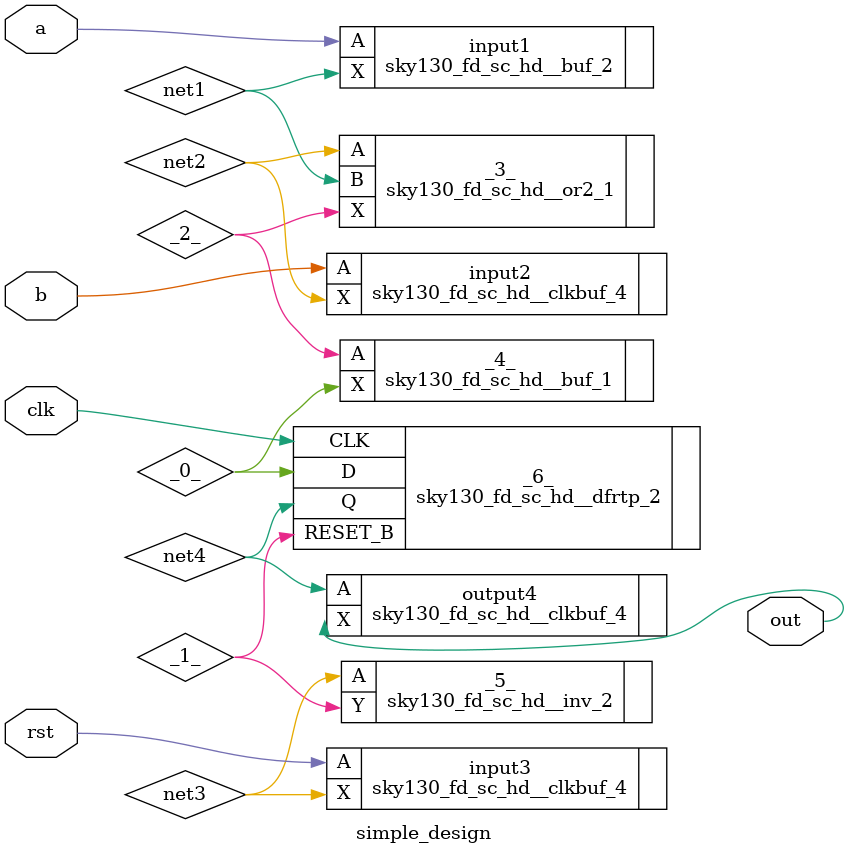
<source format=v>
module simple_design (a,
    b,
    clk,
    out,
    rst);
 input a;
 input b;
 input clk;
 output out;
 input rst;

 wire _0_;
 wire _1_;
 wire _2_;
 wire net1;
 wire net2;
 wire net3;
 wire net4;

 sky130_fd_sc_hd__decap_3 FILLER_0_0_1005 ();
 sky130_ef_sc_hd__decap_12 FILLER_0_0_1009 ();
 sky130_ef_sc_hd__decap_12 FILLER_0_0_1021 ();
 sky130_fd_sc_hd__decap_3 FILLER_0_0_1033 ();
 sky130_ef_sc_hd__decap_12 FILLER_0_0_1037 ();
 sky130_ef_sc_hd__decap_12 FILLER_0_0_1049 ();
 sky130_fd_sc_hd__decap_3 FILLER_0_0_1061 ();
 sky130_ef_sc_hd__decap_12 FILLER_0_0_1065 ();
 sky130_ef_sc_hd__decap_12 FILLER_0_0_1077 ();
 sky130_fd_sc_hd__decap_3 FILLER_0_0_1089 ();
 sky130_fd_sc_hd__decap_3 FILLER_0_0_109 ();
 sky130_fd_sc_hd__decap_8 FILLER_0_0_1093 ();
 sky130_fd_sc_hd__fill_2 FILLER_0_0_1101 ();
 sky130_ef_sc_hd__decap_12 FILLER_0_0_113 ();
 sky130_ef_sc_hd__decap_12 FILLER_0_0_125 ();
 sky130_fd_sc_hd__decap_3 FILLER_0_0_137 ();
 sky130_ef_sc_hd__decap_12 FILLER_0_0_141 ();
 sky130_ef_sc_hd__decap_12 FILLER_0_0_153 ();
 sky130_fd_sc_hd__decap_3 FILLER_0_0_165 ();
 sky130_ef_sc_hd__decap_12 FILLER_0_0_169 ();
 sky130_ef_sc_hd__decap_12 FILLER_0_0_181 ();
 sky130_fd_sc_hd__decap_3 FILLER_0_0_193 ();
 sky130_ef_sc_hd__decap_12 FILLER_0_0_197 ();
 sky130_ef_sc_hd__decap_12 FILLER_0_0_209 ();
 sky130_fd_sc_hd__decap_6 FILLER_0_0_21 ();
 sky130_fd_sc_hd__decap_3 FILLER_0_0_221 ();
 sky130_ef_sc_hd__decap_12 FILLER_0_0_225 ();
 sky130_ef_sc_hd__decap_12 FILLER_0_0_237 ();
 sky130_fd_sc_hd__decap_3 FILLER_0_0_249 ();
 sky130_ef_sc_hd__decap_12 FILLER_0_0_253 ();
 sky130_ef_sc_hd__decap_12 FILLER_0_0_265 ();
 sky130_fd_sc_hd__fill_1 FILLER_0_0_27 ();
 sky130_fd_sc_hd__decap_3 FILLER_0_0_277 ();
 sky130_ef_sc_hd__decap_12 FILLER_0_0_281 ();
 sky130_ef_sc_hd__decap_12 FILLER_0_0_29 ();
 sky130_ef_sc_hd__decap_12 FILLER_0_0_293 ();
 sky130_fd_sc_hd__decap_3 FILLER_0_0_305 ();
 sky130_ef_sc_hd__decap_12 FILLER_0_0_309 ();
 sky130_ef_sc_hd__decap_12 FILLER_0_0_321 ();
 sky130_fd_sc_hd__decap_3 FILLER_0_0_333 ();
 sky130_ef_sc_hd__decap_12 FILLER_0_0_337 ();
 sky130_ef_sc_hd__decap_12 FILLER_0_0_349 ();
 sky130_fd_sc_hd__decap_3 FILLER_0_0_361 ();
 sky130_ef_sc_hd__decap_12 FILLER_0_0_365 ();
 sky130_ef_sc_hd__decap_12 FILLER_0_0_377 ();
 sky130_fd_sc_hd__decap_3 FILLER_0_0_389 ();
 sky130_ef_sc_hd__decap_12 FILLER_0_0_393 ();
 sky130_ef_sc_hd__decap_12 FILLER_0_0_405 ();
 sky130_ef_sc_hd__decap_12 FILLER_0_0_41 ();
 sky130_fd_sc_hd__decap_3 FILLER_0_0_417 ();
 sky130_ef_sc_hd__decap_12 FILLER_0_0_421 ();
 sky130_ef_sc_hd__decap_12 FILLER_0_0_433 ();
 sky130_fd_sc_hd__decap_3 FILLER_0_0_445 ();
 sky130_ef_sc_hd__decap_12 FILLER_0_0_449 ();
 sky130_ef_sc_hd__decap_12 FILLER_0_0_461 ();
 sky130_fd_sc_hd__decap_3 FILLER_0_0_473 ();
 sky130_ef_sc_hd__decap_12 FILLER_0_0_477 ();
 sky130_ef_sc_hd__decap_12 FILLER_0_0_489 ();
 sky130_fd_sc_hd__decap_3 FILLER_0_0_501 ();
 sky130_ef_sc_hd__decap_12 FILLER_0_0_505 ();
 sky130_ef_sc_hd__decap_12 FILLER_0_0_517 ();
 sky130_fd_sc_hd__decap_3 FILLER_0_0_529 ();
 sky130_fd_sc_hd__decap_3 FILLER_0_0_53 ();
 sky130_ef_sc_hd__decap_12 FILLER_0_0_533 ();
 sky130_ef_sc_hd__decap_12 FILLER_0_0_545 ();
 sky130_fd_sc_hd__decap_3 FILLER_0_0_557 ();
 sky130_ef_sc_hd__decap_12 FILLER_0_0_561 ();
 sky130_ef_sc_hd__decap_12 FILLER_0_0_57 ();
 sky130_ef_sc_hd__decap_12 FILLER_0_0_573 ();
 sky130_fd_sc_hd__decap_3 FILLER_0_0_585 ();
 sky130_ef_sc_hd__decap_12 FILLER_0_0_589 ();
 sky130_ef_sc_hd__decap_12 FILLER_0_0_601 ();
 sky130_fd_sc_hd__decap_3 FILLER_0_0_613 ();
 sky130_ef_sc_hd__decap_12 FILLER_0_0_617 ();
 sky130_ef_sc_hd__decap_12 FILLER_0_0_629 ();
 sky130_fd_sc_hd__decap_3 FILLER_0_0_641 ();
 sky130_ef_sc_hd__decap_12 FILLER_0_0_645 ();
 sky130_ef_sc_hd__decap_12 FILLER_0_0_657 ();
 sky130_fd_sc_hd__decap_3 FILLER_0_0_669 ();
 sky130_ef_sc_hd__decap_12 FILLER_0_0_673 ();
 sky130_ef_sc_hd__decap_12 FILLER_0_0_685 ();
 sky130_ef_sc_hd__decap_12 FILLER_0_0_69 ();
 sky130_fd_sc_hd__decap_3 FILLER_0_0_697 ();
 sky130_ef_sc_hd__decap_12 FILLER_0_0_701 ();
 sky130_ef_sc_hd__decap_12 FILLER_0_0_713 ();
 sky130_fd_sc_hd__decap_3 FILLER_0_0_725 ();
 sky130_ef_sc_hd__decap_12 FILLER_0_0_729 ();
 sky130_ef_sc_hd__decap_12 FILLER_0_0_741 ();
 sky130_fd_sc_hd__decap_3 FILLER_0_0_753 ();
 sky130_ef_sc_hd__decap_12 FILLER_0_0_757 ();
 sky130_ef_sc_hd__decap_12 FILLER_0_0_769 ();
 sky130_fd_sc_hd__decap_3 FILLER_0_0_781 ();
 sky130_ef_sc_hd__decap_12 FILLER_0_0_785 ();
 sky130_ef_sc_hd__decap_12 FILLER_0_0_797 ();
 sky130_fd_sc_hd__decap_3 FILLER_0_0_809 ();
 sky130_fd_sc_hd__decap_3 FILLER_0_0_81 ();
 sky130_ef_sc_hd__decap_12 FILLER_0_0_813 ();
 sky130_ef_sc_hd__decap_12 FILLER_0_0_825 ();
 sky130_fd_sc_hd__decap_3 FILLER_0_0_837 ();
 sky130_ef_sc_hd__decap_12 FILLER_0_0_841 ();
 sky130_ef_sc_hd__decap_12 FILLER_0_0_85 ();
 sky130_ef_sc_hd__decap_12 FILLER_0_0_853 ();
 sky130_fd_sc_hd__decap_3 FILLER_0_0_865 ();
 sky130_fd_sc_hd__fill_2 FILLER_0_0_869 ();
 sky130_ef_sc_hd__decap_12 FILLER_0_0_877 ();
 sky130_fd_sc_hd__decap_6 FILLER_0_0_889 ();
 sky130_fd_sc_hd__fill_1 FILLER_0_0_895 ();
 sky130_ef_sc_hd__decap_12 FILLER_0_0_897 ();
 sky130_ef_sc_hd__decap_12 FILLER_0_0_9 ();
 sky130_ef_sc_hd__decap_12 FILLER_0_0_909 ();
 sky130_fd_sc_hd__decap_3 FILLER_0_0_921 ();
 sky130_ef_sc_hd__decap_12 FILLER_0_0_925 ();
 sky130_ef_sc_hd__decap_12 FILLER_0_0_937 ();
 sky130_fd_sc_hd__decap_3 FILLER_0_0_949 ();
 sky130_ef_sc_hd__decap_12 FILLER_0_0_953 ();
 sky130_ef_sc_hd__decap_12 FILLER_0_0_965 ();
 sky130_ef_sc_hd__decap_12 FILLER_0_0_97 ();
 sky130_fd_sc_hd__decap_3 FILLER_0_0_977 ();
 sky130_ef_sc_hd__decap_12 FILLER_0_0_981 ();
 sky130_ef_sc_hd__decap_12 FILLER_0_0_993 ();
 sky130_ef_sc_hd__decap_12 FILLER_0_100_1005 ();
 sky130_ef_sc_hd__decap_12 FILLER_0_100_1017 ();
 sky130_fd_sc_hd__decap_6 FILLER_0_100_1029 ();
 sky130_fd_sc_hd__fill_1 FILLER_0_100_1035 ();
 sky130_ef_sc_hd__decap_12 FILLER_0_100_1037 ();
 sky130_ef_sc_hd__decap_12 FILLER_0_100_1049 ();
 sky130_ef_sc_hd__decap_12 FILLER_0_100_1061 ();
 sky130_ef_sc_hd__decap_12 FILLER_0_100_1073 ();
 sky130_fd_sc_hd__decap_6 FILLER_0_100_1085 ();
 sky130_ef_sc_hd__decap_12 FILLER_0_100_109 ();
 sky130_fd_sc_hd__fill_1 FILLER_0_100_1091 ();
 sky130_fd_sc_hd__decap_8 FILLER_0_100_1093 ();
 sky130_fd_sc_hd__fill_2 FILLER_0_100_1101 ();
 sky130_ef_sc_hd__decap_12 FILLER_0_100_121 ();
 sky130_fd_sc_hd__decap_6 FILLER_0_100_133 ();
 sky130_fd_sc_hd__fill_1 FILLER_0_100_139 ();
 sky130_ef_sc_hd__decap_12 FILLER_0_100_141 ();
 sky130_ef_sc_hd__decap_12 FILLER_0_100_15 ();
 sky130_ef_sc_hd__decap_12 FILLER_0_100_153 ();
 sky130_ef_sc_hd__decap_12 FILLER_0_100_165 ();
 sky130_ef_sc_hd__decap_12 FILLER_0_100_177 ();
 sky130_fd_sc_hd__decap_6 FILLER_0_100_189 ();
 sky130_fd_sc_hd__fill_1 FILLER_0_100_195 ();
 sky130_ef_sc_hd__decap_12 FILLER_0_100_197 ();
 sky130_ef_sc_hd__decap_12 FILLER_0_100_209 ();
 sky130_ef_sc_hd__decap_12 FILLER_0_100_221 ();
 sky130_ef_sc_hd__decap_12 FILLER_0_100_233 ();
 sky130_fd_sc_hd__decap_6 FILLER_0_100_245 ();
 sky130_fd_sc_hd__fill_1 FILLER_0_100_251 ();
 sky130_ef_sc_hd__decap_12 FILLER_0_100_253 ();
 sky130_ef_sc_hd__decap_12 FILLER_0_100_265 ();
 sky130_fd_sc_hd__fill_1 FILLER_0_100_27 ();
 sky130_ef_sc_hd__decap_12 FILLER_0_100_277 ();
 sky130_ef_sc_hd__decap_12 FILLER_0_100_289 ();
 sky130_ef_sc_hd__decap_12 FILLER_0_100_29 ();
 sky130_ef_sc_hd__decap_12 FILLER_0_100_3 ();
 sky130_fd_sc_hd__decap_6 FILLER_0_100_301 ();
 sky130_fd_sc_hd__fill_1 FILLER_0_100_307 ();
 sky130_ef_sc_hd__decap_12 FILLER_0_100_309 ();
 sky130_ef_sc_hd__decap_12 FILLER_0_100_321 ();
 sky130_ef_sc_hd__decap_12 FILLER_0_100_333 ();
 sky130_ef_sc_hd__decap_12 FILLER_0_100_345 ();
 sky130_fd_sc_hd__decap_6 FILLER_0_100_357 ();
 sky130_fd_sc_hd__fill_1 FILLER_0_100_363 ();
 sky130_ef_sc_hd__decap_12 FILLER_0_100_365 ();
 sky130_ef_sc_hd__decap_12 FILLER_0_100_377 ();
 sky130_ef_sc_hd__decap_12 FILLER_0_100_389 ();
 sky130_ef_sc_hd__decap_12 FILLER_0_100_401 ();
 sky130_ef_sc_hd__decap_12 FILLER_0_100_41 ();
 sky130_fd_sc_hd__decap_6 FILLER_0_100_413 ();
 sky130_fd_sc_hd__fill_1 FILLER_0_100_419 ();
 sky130_ef_sc_hd__decap_12 FILLER_0_100_421 ();
 sky130_ef_sc_hd__decap_12 FILLER_0_100_433 ();
 sky130_ef_sc_hd__decap_12 FILLER_0_100_445 ();
 sky130_ef_sc_hd__decap_12 FILLER_0_100_457 ();
 sky130_fd_sc_hd__decap_6 FILLER_0_100_469 ();
 sky130_fd_sc_hd__fill_1 FILLER_0_100_475 ();
 sky130_ef_sc_hd__decap_12 FILLER_0_100_477 ();
 sky130_ef_sc_hd__decap_12 FILLER_0_100_489 ();
 sky130_ef_sc_hd__decap_12 FILLER_0_100_501 ();
 sky130_ef_sc_hd__decap_12 FILLER_0_100_513 ();
 sky130_fd_sc_hd__decap_6 FILLER_0_100_525 ();
 sky130_ef_sc_hd__decap_12 FILLER_0_100_53 ();
 sky130_fd_sc_hd__fill_1 FILLER_0_100_531 ();
 sky130_ef_sc_hd__decap_12 FILLER_0_100_533 ();
 sky130_ef_sc_hd__decap_12 FILLER_0_100_545 ();
 sky130_ef_sc_hd__decap_12 FILLER_0_100_557 ();
 sky130_ef_sc_hd__decap_12 FILLER_0_100_569 ();
 sky130_fd_sc_hd__decap_6 FILLER_0_100_581 ();
 sky130_fd_sc_hd__fill_1 FILLER_0_100_587 ();
 sky130_ef_sc_hd__decap_12 FILLER_0_100_589 ();
 sky130_ef_sc_hd__decap_12 FILLER_0_100_601 ();
 sky130_ef_sc_hd__decap_12 FILLER_0_100_613 ();
 sky130_ef_sc_hd__decap_12 FILLER_0_100_625 ();
 sky130_fd_sc_hd__decap_6 FILLER_0_100_637 ();
 sky130_fd_sc_hd__fill_1 FILLER_0_100_643 ();
 sky130_ef_sc_hd__decap_12 FILLER_0_100_645 ();
 sky130_ef_sc_hd__decap_12 FILLER_0_100_65 ();
 sky130_ef_sc_hd__decap_12 FILLER_0_100_657 ();
 sky130_ef_sc_hd__decap_12 FILLER_0_100_669 ();
 sky130_ef_sc_hd__decap_12 FILLER_0_100_681 ();
 sky130_fd_sc_hd__decap_6 FILLER_0_100_693 ();
 sky130_fd_sc_hd__fill_1 FILLER_0_100_699 ();
 sky130_ef_sc_hd__decap_12 FILLER_0_100_701 ();
 sky130_ef_sc_hd__decap_12 FILLER_0_100_713 ();
 sky130_ef_sc_hd__decap_12 FILLER_0_100_725 ();
 sky130_ef_sc_hd__decap_12 FILLER_0_100_737 ();
 sky130_fd_sc_hd__decap_6 FILLER_0_100_749 ();
 sky130_fd_sc_hd__fill_1 FILLER_0_100_755 ();
 sky130_ef_sc_hd__decap_12 FILLER_0_100_757 ();
 sky130_ef_sc_hd__decap_12 FILLER_0_100_769 ();
 sky130_fd_sc_hd__decap_6 FILLER_0_100_77 ();
 sky130_ef_sc_hd__decap_12 FILLER_0_100_781 ();
 sky130_ef_sc_hd__decap_12 FILLER_0_100_793 ();
 sky130_fd_sc_hd__decap_6 FILLER_0_100_805 ();
 sky130_fd_sc_hd__fill_1 FILLER_0_100_811 ();
 sky130_ef_sc_hd__decap_12 FILLER_0_100_813 ();
 sky130_ef_sc_hd__decap_12 FILLER_0_100_825 ();
 sky130_fd_sc_hd__fill_1 FILLER_0_100_83 ();
 sky130_ef_sc_hd__decap_12 FILLER_0_100_837 ();
 sky130_ef_sc_hd__decap_12 FILLER_0_100_849 ();
 sky130_ef_sc_hd__decap_12 FILLER_0_100_85 ();
 sky130_fd_sc_hd__decap_6 FILLER_0_100_861 ();
 sky130_fd_sc_hd__fill_1 FILLER_0_100_867 ();
 sky130_ef_sc_hd__decap_12 FILLER_0_100_869 ();
 sky130_ef_sc_hd__decap_12 FILLER_0_100_881 ();
 sky130_ef_sc_hd__decap_12 FILLER_0_100_893 ();
 sky130_ef_sc_hd__decap_12 FILLER_0_100_905 ();
 sky130_fd_sc_hd__decap_6 FILLER_0_100_917 ();
 sky130_fd_sc_hd__fill_1 FILLER_0_100_923 ();
 sky130_ef_sc_hd__decap_12 FILLER_0_100_925 ();
 sky130_ef_sc_hd__decap_12 FILLER_0_100_937 ();
 sky130_ef_sc_hd__decap_12 FILLER_0_100_949 ();
 sky130_ef_sc_hd__decap_12 FILLER_0_100_961 ();
 sky130_ef_sc_hd__decap_12 FILLER_0_100_97 ();
 sky130_fd_sc_hd__decap_6 FILLER_0_100_973 ();
 sky130_fd_sc_hd__fill_1 FILLER_0_100_979 ();
 sky130_ef_sc_hd__decap_12 FILLER_0_100_981 ();
 sky130_ef_sc_hd__decap_12 FILLER_0_100_993 ();
 sky130_fd_sc_hd__decap_6 FILLER_0_101_1001 ();
 sky130_fd_sc_hd__fill_1 FILLER_0_101_1007 ();
 sky130_ef_sc_hd__decap_12 FILLER_0_101_1009 ();
 sky130_ef_sc_hd__decap_12 FILLER_0_101_1021 ();
 sky130_ef_sc_hd__decap_12 FILLER_0_101_1033 ();
 sky130_ef_sc_hd__decap_12 FILLER_0_101_1045 ();
 sky130_fd_sc_hd__decap_6 FILLER_0_101_105 ();
 sky130_fd_sc_hd__decap_6 FILLER_0_101_1057 ();
 sky130_fd_sc_hd__fill_1 FILLER_0_101_1063 ();
 sky130_ef_sc_hd__decap_12 FILLER_0_101_1065 ();
 sky130_ef_sc_hd__decap_12 FILLER_0_101_1077 ();
 sky130_ef_sc_hd__decap_12 FILLER_0_101_1089 ();
 sky130_fd_sc_hd__fill_2 FILLER_0_101_1101 ();
 sky130_fd_sc_hd__fill_1 FILLER_0_101_111 ();
 sky130_ef_sc_hd__decap_12 FILLER_0_101_113 ();
 sky130_ef_sc_hd__decap_12 FILLER_0_101_125 ();
 sky130_ef_sc_hd__decap_12 FILLER_0_101_137 ();
 sky130_ef_sc_hd__decap_12 FILLER_0_101_149 ();
 sky130_ef_sc_hd__decap_12 FILLER_0_101_15 ();
 sky130_fd_sc_hd__decap_6 FILLER_0_101_161 ();
 sky130_fd_sc_hd__fill_1 FILLER_0_101_167 ();
 sky130_ef_sc_hd__decap_12 FILLER_0_101_169 ();
 sky130_ef_sc_hd__decap_12 FILLER_0_101_181 ();
 sky130_ef_sc_hd__decap_12 FILLER_0_101_193 ();
 sky130_ef_sc_hd__decap_12 FILLER_0_101_205 ();
 sky130_fd_sc_hd__decap_6 FILLER_0_101_217 ();
 sky130_fd_sc_hd__fill_1 FILLER_0_101_223 ();
 sky130_ef_sc_hd__decap_12 FILLER_0_101_225 ();
 sky130_ef_sc_hd__decap_12 FILLER_0_101_237 ();
 sky130_ef_sc_hd__decap_12 FILLER_0_101_249 ();
 sky130_ef_sc_hd__decap_12 FILLER_0_101_261 ();
 sky130_ef_sc_hd__decap_12 FILLER_0_101_27 ();
 sky130_fd_sc_hd__decap_6 FILLER_0_101_273 ();
 sky130_fd_sc_hd__fill_1 FILLER_0_101_279 ();
 sky130_ef_sc_hd__decap_12 FILLER_0_101_281 ();
 sky130_ef_sc_hd__decap_12 FILLER_0_101_293 ();
 sky130_ef_sc_hd__decap_12 FILLER_0_101_3 ();
 sky130_ef_sc_hd__decap_12 FILLER_0_101_305 ();
 sky130_ef_sc_hd__decap_12 FILLER_0_101_317 ();
 sky130_fd_sc_hd__decap_6 FILLER_0_101_329 ();
 sky130_fd_sc_hd__fill_1 FILLER_0_101_335 ();
 sky130_ef_sc_hd__decap_12 FILLER_0_101_337 ();
 sky130_ef_sc_hd__decap_12 FILLER_0_101_349 ();
 sky130_ef_sc_hd__decap_12 FILLER_0_101_361 ();
 sky130_ef_sc_hd__decap_12 FILLER_0_101_373 ();
 sky130_fd_sc_hd__decap_6 FILLER_0_101_385 ();
 sky130_ef_sc_hd__decap_12 FILLER_0_101_39 ();
 sky130_fd_sc_hd__fill_1 FILLER_0_101_391 ();
 sky130_ef_sc_hd__decap_12 FILLER_0_101_393 ();
 sky130_ef_sc_hd__decap_12 FILLER_0_101_405 ();
 sky130_ef_sc_hd__decap_12 FILLER_0_101_417 ();
 sky130_ef_sc_hd__decap_12 FILLER_0_101_429 ();
 sky130_fd_sc_hd__decap_6 FILLER_0_101_441 ();
 sky130_fd_sc_hd__fill_1 FILLER_0_101_447 ();
 sky130_ef_sc_hd__decap_12 FILLER_0_101_449 ();
 sky130_ef_sc_hd__decap_12 FILLER_0_101_461 ();
 sky130_ef_sc_hd__decap_12 FILLER_0_101_473 ();
 sky130_ef_sc_hd__decap_12 FILLER_0_101_485 ();
 sky130_fd_sc_hd__decap_6 FILLER_0_101_497 ();
 sky130_fd_sc_hd__fill_1 FILLER_0_101_503 ();
 sky130_ef_sc_hd__decap_12 FILLER_0_101_505 ();
 sky130_fd_sc_hd__decap_4 FILLER_0_101_51 ();
 sky130_ef_sc_hd__decap_12 FILLER_0_101_517 ();
 sky130_ef_sc_hd__decap_12 FILLER_0_101_529 ();
 sky130_ef_sc_hd__decap_12 FILLER_0_101_541 ();
 sky130_fd_sc_hd__fill_1 FILLER_0_101_55 ();
 sky130_fd_sc_hd__decap_6 FILLER_0_101_553 ();
 sky130_fd_sc_hd__fill_1 FILLER_0_101_559 ();
 sky130_ef_sc_hd__decap_12 FILLER_0_101_561 ();
 sky130_ef_sc_hd__decap_12 FILLER_0_101_57 ();
 sky130_ef_sc_hd__decap_12 FILLER_0_101_573 ();
 sky130_ef_sc_hd__decap_12 FILLER_0_101_585 ();
 sky130_ef_sc_hd__decap_12 FILLER_0_101_597 ();
 sky130_fd_sc_hd__decap_6 FILLER_0_101_609 ();
 sky130_fd_sc_hd__fill_1 FILLER_0_101_615 ();
 sky130_ef_sc_hd__decap_12 FILLER_0_101_617 ();
 sky130_ef_sc_hd__decap_12 FILLER_0_101_629 ();
 sky130_ef_sc_hd__decap_12 FILLER_0_101_641 ();
 sky130_ef_sc_hd__decap_12 FILLER_0_101_653 ();
 sky130_fd_sc_hd__decap_6 FILLER_0_101_665 ();
 sky130_fd_sc_hd__fill_1 FILLER_0_101_671 ();
 sky130_ef_sc_hd__decap_12 FILLER_0_101_673 ();
 sky130_ef_sc_hd__decap_12 FILLER_0_101_685 ();
 sky130_ef_sc_hd__decap_12 FILLER_0_101_69 ();
 sky130_ef_sc_hd__decap_12 FILLER_0_101_697 ();
 sky130_ef_sc_hd__decap_12 FILLER_0_101_709 ();
 sky130_fd_sc_hd__decap_6 FILLER_0_101_721 ();
 sky130_fd_sc_hd__fill_1 FILLER_0_101_727 ();
 sky130_ef_sc_hd__decap_12 FILLER_0_101_729 ();
 sky130_ef_sc_hd__decap_12 FILLER_0_101_741 ();
 sky130_ef_sc_hd__decap_12 FILLER_0_101_753 ();
 sky130_ef_sc_hd__decap_12 FILLER_0_101_765 ();
 sky130_fd_sc_hd__decap_6 FILLER_0_101_777 ();
 sky130_fd_sc_hd__fill_1 FILLER_0_101_783 ();
 sky130_ef_sc_hd__decap_12 FILLER_0_101_785 ();
 sky130_ef_sc_hd__decap_12 FILLER_0_101_797 ();
 sky130_ef_sc_hd__decap_12 FILLER_0_101_809 ();
 sky130_ef_sc_hd__decap_12 FILLER_0_101_81 ();
 sky130_ef_sc_hd__decap_12 FILLER_0_101_821 ();
 sky130_fd_sc_hd__decap_6 FILLER_0_101_833 ();
 sky130_fd_sc_hd__fill_1 FILLER_0_101_839 ();
 sky130_ef_sc_hd__decap_12 FILLER_0_101_841 ();
 sky130_ef_sc_hd__decap_12 FILLER_0_101_853 ();
 sky130_ef_sc_hd__decap_12 FILLER_0_101_865 ();
 sky130_ef_sc_hd__decap_12 FILLER_0_101_877 ();
 sky130_fd_sc_hd__decap_6 FILLER_0_101_889 ();
 sky130_fd_sc_hd__fill_1 FILLER_0_101_895 ();
 sky130_ef_sc_hd__decap_12 FILLER_0_101_897 ();
 sky130_ef_sc_hd__decap_12 FILLER_0_101_909 ();
 sky130_ef_sc_hd__decap_12 FILLER_0_101_921 ();
 sky130_ef_sc_hd__decap_12 FILLER_0_101_93 ();
 sky130_ef_sc_hd__decap_12 FILLER_0_101_933 ();
 sky130_fd_sc_hd__decap_6 FILLER_0_101_945 ();
 sky130_fd_sc_hd__fill_1 FILLER_0_101_951 ();
 sky130_ef_sc_hd__decap_12 FILLER_0_101_953 ();
 sky130_ef_sc_hd__decap_12 FILLER_0_101_965 ();
 sky130_ef_sc_hd__decap_12 FILLER_0_101_977 ();
 sky130_ef_sc_hd__decap_12 FILLER_0_101_989 ();
 sky130_ef_sc_hd__decap_12 FILLER_0_102_1005 ();
 sky130_ef_sc_hd__decap_12 FILLER_0_102_1017 ();
 sky130_fd_sc_hd__decap_6 FILLER_0_102_1029 ();
 sky130_fd_sc_hd__fill_1 FILLER_0_102_1035 ();
 sky130_ef_sc_hd__decap_12 FILLER_0_102_1037 ();
 sky130_ef_sc_hd__decap_12 FILLER_0_102_1049 ();
 sky130_ef_sc_hd__decap_12 FILLER_0_102_1061 ();
 sky130_ef_sc_hd__decap_12 FILLER_0_102_1073 ();
 sky130_fd_sc_hd__decap_6 FILLER_0_102_1085 ();
 sky130_ef_sc_hd__decap_12 FILLER_0_102_109 ();
 sky130_fd_sc_hd__fill_1 FILLER_0_102_1091 ();
 sky130_fd_sc_hd__decap_8 FILLER_0_102_1093 ();
 sky130_fd_sc_hd__fill_2 FILLER_0_102_1101 ();
 sky130_ef_sc_hd__decap_12 FILLER_0_102_121 ();
 sky130_fd_sc_hd__decap_6 FILLER_0_102_133 ();
 sky130_fd_sc_hd__fill_1 FILLER_0_102_139 ();
 sky130_ef_sc_hd__decap_12 FILLER_0_102_141 ();
 sky130_ef_sc_hd__decap_12 FILLER_0_102_15 ();
 sky130_ef_sc_hd__decap_12 FILLER_0_102_153 ();
 sky130_ef_sc_hd__decap_12 FILLER_0_102_165 ();
 sky130_ef_sc_hd__decap_12 FILLER_0_102_177 ();
 sky130_fd_sc_hd__decap_6 FILLER_0_102_189 ();
 sky130_fd_sc_hd__fill_1 FILLER_0_102_195 ();
 sky130_ef_sc_hd__decap_12 FILLER_0_102_197 ();
 sky130_ef_sc_hd__decap_12 FILLER_0_102_209 ();
 sky130_ef_sc_hd__decap_12 FILLER_0_102_221 ();
 sky130_ef_sc_hd__decap_12 FILLER_0_102_233 ();
 sky130_fd_sc_hd__decap_6 FILLER_0_102_245 ();
 sky130_fd_sc_hd__fill_1 FILLER_0_102_251 ();
 sky130_ef_sc_hd__decap_12 FILLER_0_102_253 ();
 sky130_ef_sc_hd__decap_12 FILLER_0_102_265 ();
 sky130_fd_sc_hd__fill_1 FILLER_0_102_27 ();
 sky130_ef_sc_hd__decap_12 FILLER_0_102_277 ();
 sky130_ef_sc_hd__decap_12 FILLER_0_102_289 ();
 sky130_ef_sc_hd__decap_12 FILLER_0_102_29 ();
 sky130_ef_sc_hd__decap_12 FILLER_0_102_3 ();
 sky130_fd_sc_hd__decap_6 FILLER_0_102_301 ();
 sky130_fd_sc_hd__fill_1 FILLER_0_102_307 ();
 sky130_ef_sc_hd__decap_12 FILLER_0_102_309 ();
 sky130_ef_sc_hd__decap_12 FILLER_0_102_321 ();
 sky130_ef_sc_hd__decap_12 FILLER_0_102_333 ();
 sky130_ef_sc_hd__decap_12 FILLER_0_102_345 ();
 sky130_fd_sc_hd__decap_6 FILLER_0_102_357 ();
 sky130_fd_sc_hd__fill_1 FILLER_0_102_363 ();
 sky130_ef_sc_hd__decap_12 FILLER_0_102_365 ();
 sky130_ef_sc_hd__decap_12 FILLER_0_102_377 ();
 sky130_ef_sc_hd__decap_12 FILLER_0_102_389 ();
 sky130_ef_sc_hd__decap_12 FILLER_0_102_401 ();
 sky130_ef_sc_hd__decap_12 FILLER_0_102_41 ();
 sky130_fd_sc_hd__decap_6 FILLER_0_102_413 ();
 sky130_fd_sc_hd__fill_1 FILLER_0_102_419 ();
 sky130_ef_sc_hd__decap_12 FILLER_0_102_421 ();
 sky130_ef_sc_hd__decap_12 FILLER_0_102_433 ();
 sky130_ef_sc_hd__decap_12 FILLER_0_102_445 ();
 sky130_ef_sc_hd__decap_12 FILLER_0_102_457 ();
 sky130_fd_sc_hd__decap_6 FILLER_0_102_469 ();
 sky130_fd_sc_hd__fill_1 FILLER_0_102_475 ();
 sky130_ef_sc_hd__decap_12 FILLER_0_102_477 ();
 sky130_ef_sc_hd__decap_12 FILLER_0_102_489 ();
 sky130_ef_sc_hd__decap_12 FILLER_0_102_501 ();
 sky130_ef_sc_hd__decap_12 FILLER_0_102_513 ();
 sky130_fd_sc_hd__decap_6 FILLER_0_102_525 ();
 sky130_ef_sc_hd__decap_12 FILLER_0_102_53 ();
 sky130_fd_sc_hd__fill_1 FILLER_0_102_531 ();
 sky130_ef_sc_hd__decap_12 FILLER_0_102_533 ();
 sky130_ef_sc_hd__decap_12 FILLER_0_102_545 ();
 sky130_ef_sc_hd__decap_12 FILLER_0_102_557 ();
 sky130_ef_sc_hd__decap_12 FILLER_0_102_569 ();
 sky130_fd_sc_hd__decap_6 FILLER_0_102_581 ();
 sky130_fd_sc_hd__fill_1 FILLER_0_102_587 ();
 sky130_ef_sc_hd__decap_12 FILLER_0_102_589 ();
 sky130_ef_sc_hd__decap_12 FILLER_0_102_601 ();
 sky130_ef_sc_hd__decap_12 FILLER_0_102_613 ();
 sky130_ef_sc_hd__decap_12 FILLER_0_102_625 ();
 sky130_fd_sc_hd__decap_6 FILLER_0_102_637 ();
 sky130_fd_sc_hd__fill_1 FILLER_0_102_643 ();
 sky130_ef_sc_hd__decap_12 FILLER_0_102_645 ();
 sky130_ef_sc_hd__decap_12 FILLER_0_102_65 ();
 sky130_ef_sc_hd__decap_12 FILLER_0_102_657 ();
 sky130_ef_sc_hd__decap_12 FILLER_0_102_669 ();
 sky130_ef_sc_hd__decap_12 FILLER_0_102_681 ();
 sky130_fd_sc_hd__decap_6 FILLER_0_102_693 ();
 sky130_fd_sc_hd__fill_1 FILLER_0_102_699 ();
 sky130_ef_sc_hd__decap_12 FILLER_0_102_701 ();
 sky130_ef_sc_hd__decap_12 FILLER_0_102_713 ();
 sky130_ef_sc_hd__decap_12 FILLER_0_102_725 ();
 sky130_ef_sc_hd__decap_12 FILLER_0_102_737 ();
 sky130_fd_sc_hd__decap_6 FILLER_0_102_749 ();
 sky130_fd_sc_hd__fill_1 FILLER_0_102_755 ();
 sky130_ef_sc_hd__decap_12 FILLER_0_102_757 ();
 sky130_ef_sc_hd__decap_12 FILLER_0_102_769 ();
 sky130_fd_sc_hd__decap_6 FILLER_0_102_77 ();
 sky130_ef_sc_hd__decap_12 FILLER_0_102_781 ();
 sky130_ef_sc_hd__decap_12 FILLER_0_102_793 ();
 sky130_fd_sc_hd__decap_6 FILLER_0_102_805 ();
 sky130_fd_sc_hd__fill_1 FILLER_0_102_811 ();
 sky130_ef_sc_hd__decap_12 FILLER_0_102_813 ();
 sky130_ef_sc_hd__decap_12 FILLER_0_102_825 ();
 sky130_fd_sc_hd__fill_1 FILLER_0_102_83 ();
 sky130_ef_sc_hd__decap_12 FILLER_0_102_837 ();
 sky130_ef_sc_hd__decap_12 FILLER_0_102_849 ();
 sky130_ef_sc_hd__decap_12 FILLER_0_102_85 ();
 sky130_fd_sc_hd__decap_6 FILLER_0_102_861 ();
 sky130_fd_sc_hd__fill_1 FILLER_0_102_867 ();
 sky130_ef_sc_hd__decap_12 FILLER_0_102_869 ();
 sky130_ef_sc_hd__decap_12 FILLER_0_102_881 ();
 sky130_ef_sc_hd__decap_12 FILLER_0_102_893 ();
 sky130_ef_sc_hd__decap_12 FILLER_0_102_905 ();
 sky130_fd_sc_hd__decap_6 FILLER_0_102_917 ();
 sky130_fd_sc_hd__fill_1 FILLER_0_102_923 ();
 sky130_ef_sc_hd__decap_12 FILLER_0_102_925 ();
 sky130_ef_sc_hd__decap_12 FILLER_0_102_937 ();
 sky130_ef_sc_hd__decap_12 FILLER_0_102_949 ();
 sky130_ef_sc_hd__decap_12 FILLER_0_102_961 ();
 sky130_ef_sc_hd__decap_12 FILLER_0_102_97 ();
 sky130_fd_sc_hd__decap_6 FILLER_0_102_973 ();
 sky130_fd_sc_hd__fill_1 FILLER_0_102_979 ();
 sky130_ef_sc_hd__decap_12 FILLER_0_102_981 ();
 sky130_ef_sc_hd__decap_12 FILLER_0_102_993 ();
 sky130_fd_sc_hd__decap_6 FILLER_0_103_1001 ();
 sky130_fd_sc_hd__fill_1 FILLER_0_103_1007 ();
 sky130_ef_sc_hd__decap_12 FILLER_0_103_1009 ();
 sky130_ef_sc_hd__decap_12 FILLER_0_103_1021 ();
 sky130_ef_sc_hd__decap_12 FILLER_0_103_1033 ();
 sky130_ef_sc_hd__decap_12 FILLER_0_103_1045 ();
 sky130_fd_sc_hd__decap_6 FILLER_0_103_105 ();
 sky130_fd_sc_hd__decap_6 FILLER_0_103_1057 ();
 sky130_fd_sc_hd__fill_1 FILLER_0_103_1063 ();
 sky130_ef_sc_hd__decap_12 FILLER_0_103_1065 ();
 sky130_ef_sc_hd__decap_12 FILLER_0_103_1077 ();
 sky130_ef_sc_hd__decap_12 FILLER_0_103_1089 ();
 sky130_fd_sc_hd__fill_2 FILLER_0_103_1101 ();
 sky130_fd_sc_hd__fill_1 FILLER_0_103_111 ();
 sky130_ef_sc_hd__decap_12 FILLER_0_103_113 ();
 sky130_ef_sc_hd__decap_12 FILLER_0_103_125 ();
 sky130_ef_sc_hd__decap_12 FILLER_0_103_137 ();
 sky130_ef_sc_hd__decap_12 FILLER_0_103_149 ();
 sky130_ef_sc_hd__decap_12 FILLER_0_103_15 ();
 sky130_fd_sc_hd__decap_6 FILLER_0_103_161 ();
 sky130_fd_sc_hd__fill_1 FILLER_0_103_167 ();
 sky130_ef_sc_hd__decap_12 FILLER_0_103_169 ();
 sky130_ef_sc_hd__decap_12 FILLER_0_103_181 ();
 sky130_ef_sc_hd__decap_12 FILLER_0_103_193 ();
 sky130_ef_sc_hd__decap_12 FILLER_0_103_205 ();
 sky130_fd_sc_hd__decap_6 FILLER_0_103_217 ();
 sky130_fd_sc_hd__fill_1 FILLER_0_103_223 ();
 sky130_ef_sc_hd__decap_12 FILLER_0_103_225 ();
 sky130_ef_sc_hd__decap_12 FILLER_0_103_237 ();
 sky130_ef_sc_hd__decap_12 FILLER_0_103_249 ();
 sky130_ef_sc_hd__decap_12 FILLER_0_103_261 ();
 sky130_ef_sc_hd__decap_12 FILLER_0_103_27 ();
 sky130_fd_sc_hd__decap_6 FILLER_0_103_273 ();
 sky130_fd_sc_hd__fill_1 FILLER_0_103_279 ();
 sky130_ef_sc_hd__decap_12 FILLER_0_103_281 ();
 sky130_ef_sc_hd__decap_12 FILLER_0_103_293 ();
 sky130_ef_sc_hd__decap_12 FILLER_0_103_3 ();
 sky130_ef_sc_hd__decap_12 FILLER_0_103_305 ();
 sky130_ef_sc_hd__decap_12 FILLER_0_103_317 ();
 sky130_fd_sc_hd__decap_6 FILLER_0_103_329 ();
 sky130_fd_sc_hd__fill_1 FILLER_0_103_335 ();
 sky130_ef_sc_hd__decap_12 FILLER_0_103_337 ();
 sky130_ef_sc_hd__decap_12 FILLER_0_103_349 ();
 sky130_ef_sc_hd__decap_12 FILLER_0_103_361 ();
 sky130_ef_sc_hd__decap_12 FILLER_0_103_373 ();
 sky130_fd_sc_hd__decap_6 FILLER_0_103_385 ();
 sky130_ef_sc_hd__decap_12 FILLER_0_103_39 ();
 sky130_fd_sc_hd__fill_1 FILLER_0_103_391 ();
 sky130_ef_sc_hd__decap_12 FILLER_0_103_393 ();
 sky130_ef_sc_hd__decap_12 FILLER_0_103_405 ();
 sky130_ef_sc_hd__decap_12 FILLER_0_103_417 ();
 sky130_ef_sc_hd__decap_12 FILLER_0_103_429 ();
 sky130_fd_sc_hd__decap_6 FILLER_0_103_441 ();
 sky130_fd_sc_hd__fill_1 FILLER_0_103_447 ();
 sky130_ef_sc_hd__decap_12 FILLER_0_103_449 ();
 sky130_ef_sc_hd__decap_12 FILLER_0_103_461 ();
 sky130_ef_sc_hd__decap_12 FILLER_0_103_473 ();
 sky130_ef_sc_hd__decap_12 FILLER_0_103_485 ();
 sky130_fd_sc_hd__decap_6 FILLER_0_103_497 ();
 sky130_fd_sc_hd__fill_1 FILLER_0_103_503 ();
 sky130_ef_sc_hd__decap_12 FILLER_0_103_505 ();
 sky130_fd_sc_hd__decap_4 FILLER_0_103_51 ();
 sky130_ef_sc_hd__decap_12 FILLER_0_103_517 ();
 sky130_ef_sc_hd__decap_12 FILLER_0_103_529 ();
 sky130_ef_sc_hd__decap_12 FILLER_0_103_541 ();
 sky130_fd_sc_hd__fill_1 FILLER_0_103_55 ();
 sky130_fd_sc_hd__decap_6 FILLER_0_103_553 ();
 sky130_fd_sc_hd__fill_1 FILLER_0_103_559 ();
 sky130_ef_sc_hd__decap_12 FILLER_0_103_561 ();
 sky130_ef_sc_hd__decap_12 FILLER_0_103_57 ();
 sky130_ef_sc_hd__decap_12 FILLER_0_103_573 ();
 sky130_ef_sc_hd__decap_12 FILLER_0_103_585 ();
 sky130_ef_sc_hd__decap_12 FILLER_0_103_597 ();
 sky130_fd_sc_hd__decap_6 FILLER_0_103_609 ();
 sky130_fd_sc_hd__fill_1 FILLER_0_103_615 ();
 sky130_ef_sc_hd__decap_12 FILLER_0_103_617 ();
 sky130_ef_sc_hd__decap_12 FILLER_0_103_629 ();
 sky130_ef_sc_hd__decap_12 FILLER_0_103_641 ();
 sky130_ef_sc_hd__decap_12 FILLER_0_103_653 ();
 sky130_fd_sc_hd__decap_6 FILLER_0_103_665 ();
 sky130_fd_sc_hd__fill_1 FILLER_0_103_671 ();
 sky130_ef_sc_hd__decap_12 FILLER_0_103_673 ();
 sky130_ef_sc_hd__decap_12 FILLER_0_103_685 ();
 sky130_ef_sc_hd__decap_12 FILLER_0_103_69 ();
 sky130_ef_sc_hd__decap_12 FILLER_0_103_697 ();
 sky130_ef_sc_hd__decap_12 FILLER_0_103_709 ();
 sky130_fd_sc_hd__decap_6 FILLER_0_103_721 ();
 sky130_fd_sc_hd__fill_1 FILLER_0_103_727 ();
 sky130_ef_sc_hd__decap_12 FILLER_0_103_729 ();
 sky130_ef_sc_hd__decap_12 FILLER_0_103_741 ();
 sky130_ef_sc_hd__decap_12 FILLER_0_103_753 ();
 sky130_ef_sc_hd__decap_12 FILLER_0_103_765 ();
 sky130_fd_sc_hd__decap_6 FILLER_0_103_777 ();
 sky130_fd_sc_hd__fill_1 FILLER_0_103_783 ();
 sky130_ef_sc_hd__decap_12 FILLER_0_103_785 ();
 sky130_ef_sc_hd__decap_12 FILLER_0_103_797 ();
 sky130_ef_sc_hd__decap_12 FILLER_0_103_809 ();
 sky130_ef_sc_hd__decap_12 FILLER_0_103_81 ();
 sky130_ef_sc_hd__decap_12 FILLER_0_103_821 ();
 sky130_fd_sc_hd__decap_6 FILLER_0_103_833 ();
 sky130_fd_sc_hd__fill_1 FILLER_0_103_839 ();
 sky130_ef_sc_hd__decap_12 FILLER_0_103_841 ();
 sky130_ef_sc_hd__decap_12 FILLER_0_103_853 ();
 sky130_ef_sc_hd__decap_12 FILLER_0_103_865 ();
 sky130_ef_sc_hd__decap_12 FILLER_0_103_877 ();
 sky130_fd_sc_hd__decap_6 FILLER_0_103_889 ();
 sky130_fd_sc_hd__fill_1 FILLER_0_103_895 ();
 sky130_ef_sc_hd__decap_12 FILLER_0_103_897 ();
 sky130_ef_sc_hd__decap_12 FILLER_0_103_909 ();
 sky130_ef_sc_hd__decap_12 FILLER_0_103_921 ();
 sky130_ef_sc_hd__decap_12 FILLER_0_103_93 ();
 sky130_ef_sc_hd__decap_12 FILLER_0_103_933 ();
 sky130_fd_sc_hd__decap_6 FILLER_0_103_945 ();
 sky130_fd_sc_hd__fill_1 FILLER_0_103_951 ();
 sky130_ef_sc_hd__decap_12 FILLER_0_103_953 ();
 sky130_ef_sc_hd__decap_12 FILLER_0_103_965 ();
 sky130_ef_sc_hd__decap_12 FILLER_0_103_977 ();
 sky130_ef_sc_hd__decap_12 FILLER_0_103_989 ();
 sky130_ef_sc_hd__decap_12 FILLER_0_104_1005 ();
 sky130_ef_sc_hd__decap_12 FILLER_0_104_1017 ();
 sky130_fd_sc_hd__decap_6 FILLER_0_104_1029 ();
 sky130_fd_sc_hd__fill_1 FILLER_0_104_1035 ();
 sky130_ef_sc_hd__decap_12 FILLER_0_104_1037 ();
 sky130_ef_sc_hd__decap_12 FILLER_0_104_1049 ();
 sky130_ef_sc_hd__decap_12 FILLER_0_104_1061 ();
 sky130_ef_sc_hd__decap_12 FILLER_0_104_1073 ();
 sky130_fd_sc_hd__decap_6 FILLER_0_104_1085 ();
 sky130_ef_sc_hd__decap_12 FILLER_0_104_109 ();
 sky130_fd_sc_hd__fill_1 FILLER_0_104_1091 ();
 sky130_fd_sc_hd__decap_8 FILLER_0_104_1093 ();
 sky130_fd_sc_hd__fill_2 FILLER_0_104_1101 ();
 sky130_ef_sc_hd__decap_12 FILLER_0_104_121 ();
 sky130_fd_sc_hd__decap_6 FILLER_0_104_133 ();
 sky130_fd_sc_hd__fill_1 FILLER_0_104_139 ();
 sky130_ef_sc_hd__decap_12 FILLER_0_104_141 ();
 sky130_ef_sc_hd__decap_12 FILLER_0_104_15 ();
 sky130_ef_sc_hd__decap_12 FILLER_0_104_153 ();
 sky130_ef_sc_hd__decap_12 FILLER_0_104_165 ();
 sky130_ef_sc_hd__decap_12 FILLER_0_104_177 ();
 sky130_fd_sc_hd__decap_6 FILLER_0_104_189 ();
 sky130_fd_sc_hd__fill_1 FILLER_0_104_195 ();
 sky130_ef_sc_hd__decap_12 FILLER_0_104_197 ();
 sky130_ef_sc_hd__decap_12 FILLER_0_104_209 ();
 sky130_ef_sc_hd__decap_12 FILLER_0_104_221 ();
 sky130_ef_sc_hd__decap_12 FILLER_0_104_233 ();
 sky130_fd_sc_hd__decap_6 FILLER_0_104_245 ();
 sky130_fd_sc_hd__fill_1 FILLER_0_104_251 ();
 sky130_ef_sc_hd__decap_12 FILLER_0_104_253 ();
 sky130_ef_sc_hd__decap_12 FILLER_0_104_265 ();
 sky130_fd_sc_hd__fill_1 FILLER_0_104_27 ();
 sky130_ef_sc_hd__decap_12 FILLER_0_104_277 ();
 sky130_ef_sc_hd__decap_12 FILLER_0_104_289 ();
 sky130_ef_sc_hd__decap_12 FILLER_0_104_29 ();
 sky130_ef_sc_hd__decap_12 FILLER_0_104_3 ();
 sky130_fd_sc_hd__decap_6 FILLER_0_104_301 ();
 sky130_fd_sc_hd__fill_1 FILLER_0_104_307 ();
 sky130_ef_sc_hd__decap_12 FILLER_0_104_309 ();
 sky130_ef_sc_hd__decap_12 FILLER_0_104_321 ();
 sky130_ef_sc_hd__decap_12 FILLER_0_104_333 ();
 sky130_ef_sc_hd__decap_12 FILLER_0_104_345 ();
 sky130_fd_sc_hd__decap_6 FILLER_0_104_357 ();
 sky130_fd_sc_hd__fill_1 FILLER_0_104_363 ();
 sky130_ef_sc_hd__decap_12 FILLER_0_104_365 ();
 sky130_ef_sc_hd__decap_12 FILLER_0_104_377 ();
 sky130_ef_sc_hd__decap_12 FILLER_0_104_389 ();
 sky130_ef_sc_hd__decap_12 FILLER_0_104_401 ();
 sky130_ef_sc_hd__decap_12 FILLER_0_104_41 ();
 sky130_fd_sc_hd__decap_6 FILLER_0_104_413 ();
 sky130_fd_sc_hd__fill_1 FILLER_0_104_419 ();
 sky130_ef_sc_hd__decap_12 FILLER_0_104_421 ();
 sky130_ef_sc_hd__decap_12 FILLER_0_104_433 ();
 sky130_ef_sc_hd__decap_12 FILLER_0_104_445 ();
 sky130_ef_sc_hd__decap_12 FILLER_0_104_457 ();
 sky130_fd_sc_hd__decap_6 FILLER_0_104_469 ();
 sky130_fd_sc_hd__fill_1 FILLER_0_104_475 ();
 sky130_ef_sc_hd__decap_12 FILLER_0_104_477 ();
 sky130_ef_sc_hd__decap_12 FILLER_0_104_489 ();
 sky130_ef_sc_hd__decap_12 FILLER_0_104_501 ();
 sky130_ef_sc_hd__decap_12 FILLER_0_104_513 ();
 sky130_fd_sc_hd__decap_6 FILLER_0_104_525 ();
 sky130_ef_sc_hd__decap_12 FILLER_0_104_53 ();
 sky130_fd_sc_hd__fill_1 FILLER_0_104_531 ();
 sky130_ef_sc_hd__decap_12 FILLER_0_104_533 ();
 sky130_ef_sc_hd__decap_12 FILLER_0_104_545 ();
 sky130_ef_sc_hd__decap_12 FILLER_0_104_557 ();
 sky130_ef_sc_hd__decap_12 FILLER_0_104_569 ();
 sky130_fd_sc_hd__decap_6 FILLER_0_104_581 ();
 sky130_fd_sc_hd__fill_1 FILLER_0_104_587 ();
 sky130_ef_sc_hd__decap_12 FILLER_0_104_589 ();
 sky130_ef_sc_hd__decap_12 FILLER_0_104_601 ();
 sky130_ef_sc_hd__decap_12 FILLER_0_104_613 ();
 sky130_ef_sc_hd__decap_12 FILLER_0_104_625 ();
 sky130_fd_sc_hd__decap_6 FILLER_0_104_637 ();
 sky130_fd_sc_hd__fill_1 FILLER_0_104_643 ();
 sky130_ef_sc_hd__decap_12 FILLER_0_104_645 ();
 sky130_ef_sc_hd__decap_12 FILLER_0_104_65 ();
 sky130_ef_sc_hd__decap_12 FILLER_0_104_657 ();
 sky130_ef_sc_hd__decap_12 FILLER_0_104_669 ();
 sky130_ef_sc_hd__decap_12 FILLER_0_104_681 ();
 sky130_fd_sc_hd__decap_6 FILLER_0_104_693 ();
 sky130_fd_sc_hd__fill_1 FILLER_0_104_699 ();
 sky130_ef_sc_hd__decap_12 FILLER_0_104_701 ();
 sky130_ef_sc_hd__decap_12 FILLER_0_104_713 ();
 sky130_ef_sc_hd__decap_12 FILLER_0_104_725 ();
 sky130_ef_sc_hd__decap_12 FILLER_0_104_737 ();
 sky130_fd_sc_hd__decap_6 FILLER_0_104_749 ();
 sky130_fd_sc_hd__fill_1 FILLER_0_104_755 ();
 sky130_ef_sc_hd__decap_12 FILLER_0_104_757 ();
 sky130_ef_sc_hd__decap_12 FILLER_0_104_769 ();
 sky130_fd_sc_hd__decap_6 FILLER_0_104_77 ();
 sky130_ef_sc_hd__decap_12 FILLER_0_104_781 ();
 sky130_ef_sc_hd__decap_12 FILLER_0_104_793 ();
 sky130_fd_sc_hd__decap_6 FILLER_0_104_805 ();
 sky130_fd_sc_hd__fill_1 FILLER_0_104_811 ();
 sky130_ef_sc_hd__decap_12 FILLER_0_104_813 ();
 sky130_ef_sc_hd__decap_12 FILLER_0_104_825 ();
 sky130_fd_sc_hd__fill_1 FILLER_0_104_83 ();
 sky130_ef_sc_hd__decap_12 FILLER_0_104_837 ();
 sky130_ef_sc_hd__decap_12 FILLER_0_104_849 ();
 sky130_ef_sc_hd__decap_12 FILLER_0_104_85 ();
 sky130_fd_sc_hd__decap_6 FILLER_0_104_861 ();
 sky130_fd_sc_hd__fill_1 FILLER_0_104_867 ();
 sky130_ef_sc_hd__decap_12 FILLER_0_104_869 ();
 sky130_ef_sc_hd__decap_12 FILLER_0_104_881 ();
 sky130_ef_sc_hd__decap_12 FILLER_0_104_893 ();
 sky130_ef_sc_hd__decap_12 FILLER_0_104_905 ();
 sky130_fd_sc_hd__decap_6 FILLER_0_104_917 ();
 sky130_fd_sc_hd__fill_1 FILLER_0_104_923 ();
 sky130_ef_sc_hd__decap_12 FILLER_0_104_925 ();
 sky130_ef_sc_hd__decap_12 FILLER_0_104_937 ();
 sky130_ef_sc_hd__decap_12 FILLER_0_104_949 ();
 sky130_ef_sc_hd__decap_12 FILLER_0_104_961 ();
 sky130_ef_sc_hd__decap_12 FILLER_0_104_97 ();
 sky130_fd_sc_hd__decap_6 FILLER_0_104_973 ();
 sky130_fd_sc_hd__fill_1 FILLER_0_104_979 ();
 sky130_ef_sc_hd__decap_12 FILLER_0_104_981 ();
 sky130_ef_sc_hd__decap_12 FILLER_0_104_993 ();
 sky130_fd_sc_hd__decap_6 FILLER_0_105_1001 ();
 sky130_fd_sc_hd__fill_1 FILLER_0_105_1007 ();
 sky130_ef_sc_hd__decap_12 FILLER_0_105_1009 ();
 sky130_ef_sc_hd__decap_12 FILLER_0_105_1021 ();
 sky130_ef_sc_hd__decap_12 FILLER_0_105_1033 ();
 sky130_ef_sc_hd__decap_12 FILLER_0_105_1045 ();
 sky130_fd_sc_hd__decap_6 FILLER_0_105_105 ();
 sky130_fd_sc_hd__decap_6 FILLER_0_105_1057 ();
 sky130_fd_sc_hd__fill_1 FILLER_0_105_1063 ();
 sky130_ef_sc_hd__decap_12 FILLER_0_105_1065 ();
 sky130_ef_sc_hd__decap_12 FILLER_0_105_1077 ();
 sky130_ef_sc_hd__decap_12 FILLER_0_105_1089 ();
 sky130_fd_sc_hd__fill_2 FILLER_0_105_1101 ();
 sky130_fd_sc_hd__fill_1 FILLER_0_105_111 ();
 sky130_ef_sc_hd__decap_12 FILLER_0_105_113 ();
 sky130_ef_sc_hd__decap_12 FILLER_0_105_125 ();
 sky130_ef_sc_hd__decap_12 FILLER_0_105_137 ();
 sky130_ef_sc_hd__decap_12 FILLER_0_105_149 ();
 sky130_ef_sc_hd__decap_12 FILLER_0_105_15 ();
 sky130_fd_sc_hd__decap_6 FILLER_0_105_161 ();
 sky130_fd_sc_hd__fill_1 FILLER_0_105_167 ();
 sky130_ef_sc_hd__decap_12 FILLER_0_105_169 ();
 sky130_ef_sc_hd__decap_12 FILLER_0_105_181 ();
 sky130_ef_sc_hd__decap_12 FILLER_0_105_193 ();
 sky130_ef_sc_hd__decap_12 FILLER_0_105_205 ();
 sky130_fd_sc_hd__decap_6 FILLER_0_105_217 ();
 sky130_fd_sc_hd__fill_1 FILLER_0_105_223 ();
 sky130_ef_sc_hd__decap_12 FILLER_0_105_225 ();
 sky130_ef_sc_hd__decap_12 FILLER_0_105_237 ();
 sky130_ef_sc_hd__decap_12 FILLER_0_105_249 ();
 sky130_ef_sc_hd__decap_12 FILLER_0_105_261 ();
 sky130_ef_sc_hd__decap_12 FILLER_0_105_27 ();
 sky130_fd_sc_hd__decap_6 FILLER_0_105_273 ();
 sky130_fd_sc_hd__fill_1 FILLER_0_105_279 ();
 sky130_ef_sc_hd__decap_12 FILLER_0_105_281 ();
 sky130_ef_sc_hd__decap_12 FILLER_0_105_293 ();
 sky130_ef_sc_hd__decap_12 FILLER_0_105_3 ();
 sky130_ef_sc_hd__decap_12 FILLER_0_105_305 ();
 sky130_ef_sc_hd__decap_12 FILLER_0_105_317 ();
 sky130_fd_sc_hd__decap_6 FILLER_0_105_329 ();
 sky130_fd_sc_hd__fill_1 FILLER_0_105_335 ();
 sky130_ef_sc_hd__decap_12 FILLER_0_105_337 ();
 sky130_ef_sc_hd__decap_12 FILLER_0_105_349 ();
 sky130_ef_sc_hd__decap_12 FILLER_0_105_361 ();
 sky130_ef_sc_hd__decap_12 FILLER_0_105_373 ();
 sky130_fd_sc_hd__decap_6 FILLER_0_105_385 ();
 sky130_ef_sc_hd__decap_12 FILLER_0_105_39 ();
 sky130_fd_sc_hd__fill_1 FILLER_0_105_391 ();
 sky130_ef_sc_hd__decap_12 FILLER_0_105_393 ();
 sky130_ef_sc_hd__decap_12 FILLER_0_105_405 ();
 sky130_ef_sc_hd__decap_12 FILLER_0_105_417 ();
 sky130_ef_sc_hd__decap_12 FILLER_0_105_429 ();
 sky130_fd_sc_hd__decap_6 FILLER_0_105_441 ();
 sky130_fd_sc_hd__fill_1 FILLER_0_105_447 ();
 sky130_ef_sc_hd__decap_12 FILLER_0_105_449 ();
 sky130_ef_sc_hd__decap_12 FILLER_0_105_461 ();
 sky130_ef_sc_hd__decap_12 FILLER_0_105_473 ();
 sky130_ef_sc_hd__decap_12 FILLER_0_105_485 ();
 sky130_fd_sc_hd__decap_6 FILLER_0_105_497 ();
 sky130_fd_sc_hd__fill_1 FILLER_0_105_503 ();
 sky130_ef_sc_hd__decap_12 FILLER_0_105_505 ();
 sky130_fd_sc_hd__decap_4 FILLER_0_105_51 ();
 sky130_ef_sc_hd__decap_12 FILLER_0_105_517 ();
 sky130_ef_sc_hd__decap_12 FILLER_0_105_529 ();
 sky130_ef_sc_hd__decap_12 FILLER_0_105_541 ();
 sky130_fd_sc_hd__fill_1 FILLER_0_105_55 ();
 sky130_fd_sc_hd__decap_6 FILLER_0_105_553 ();
 sky130_fd_sc_hd__fill_1 FILLER_0_105_559 ();
 sky130_ef_sc_hd__decap_12 FILLER_0_105_561 ();
 sky130_ef_sc_hd__decap_12 FILLER_0_105_57 ();
 sky130_ef_sc_hd__decap_12 FILLER_0_105_573 ();
 sky130_ef_sc_hd__decap_12 FILLER_0_105_585 ();
 sky130_ef_sc_hd__decap_12 FILLER_0_105_597 ();
 sky130_fd_sc_hd__decap_6 FILLER_0_105_609 ();
 sky130_fd_sc_hd__fill_1 FILLER_0_105_615 ();
 sky130_ef_sc_hd__decap_12 FILLER_0_105_617 ();
 sky130_ef_sc_hd__decap_12 FILLER_0_105_629 ();
 sky130_ef_sc_hd__decap_12 FILLER_0_105_641 ();
 sky130_ef_sc_hd__decap_12 FILLER_0_105_653 ();
 sky130_fd_sc_hd__decap_6 FILLER_0_105_665 ();
 sky130_fd_sc_hd__fill_1 FILLER_0_105_671 ();
 sky130_ef_sc_hd__decap_12 FILLER_0_105_673 ();
 sky130_ef_sc_hd__decap_12 FILLER_0_105_685 ();
 sky130_ef_sc_hd__decap_12 FILLER_0_105_69 ();
 sky130_ef_sc_hd__decap_12 FILLER_0_105_697 ();
 sky130_ef_sc_hd__decap_12 FILLER_0_105_709 ();
 sky130_fd_sc_hd__decap_6 FILLER_0_105_721 ();
 sky130_fd_sc_hd__fill_1 FILLER_0_105_727 ();
 sky130_ef_sc_hd__decap_12 FILLER_0_105_729 ();
 sky130_ef_sc_hd__decap_12 FILLER_0_105_741 ();
 sky130_ef_sc_hd__decap_12 FILLER_0_105_753 ();
 sky130_ef_sc_hd__decap_12 FILLER_0_105_765 ();
 sky130_fd_sc_hd__decap_6 FILLER_0_105_777 ();
 sky130_fd_sc_hd__fill_1 FILLER_0_105_783 ();
 sky130_ef_sc_hd__decap_12 FILLER_0_105_785 ();
 sky130_ef_sc_hd__decap_12 FILLER_0_105_797 ();
 sky130_ef_sc_hd__decap_12 FILLER_0_105_809 ();
 sky130_ef_sc_hd__decap_12 FILLER_0_105_81 ();
 sky130_ef_sc_hd__decap_12 FILLER_0_105_821 ();
 sky130_fd_sc_hd__decap_6 FILLER_0_105_833 ();
 sky130_fd_sc_hd__fill_1 FILLER_0_105_839 ();
 sky130_ef_sc_hd__decap_12 FILLER_0_105_841 ();
 sky130_ef_sc_hd__decap_12 FILLER_0_105_853 ();
 sky130_ef_sc_hd__decap_12 FILLER_0_105_865 ();
 sky130_ef_sc_hd__decap_12 FILLER_0_105_877 ();
 sky130_fd_sc_hd__decap_6 FILLER_0_105_889 ();
 sky130_fd_sc_hd__fill_1 FILLER_0_105_895 ();
 sky130_ef_sc_hd__decap_12 FILLER_0_105_897 ();
 sky130_ef_sc_hd__decap_12 FILLER_0_105_909 ();
 sky130_ef_sc_hd__decap_12 FILLER_0_105_921 ();
 sky130_ef_sc_hd__decap_12 FILLER_0_105_93 ();
 sky130_ef_sc_hd__decap_12 FILLER_0_105_933 ();
 sky130_fd_sc_hd__decap_6 FILLER_0_105_945 ();
 sky130_fd_sc_hd__fill_1 FILLER_0_105_951 ();
 sky130_ef_sc_hd__decap_12 FILLER_0_105_953 ();
 sky130_ef_sc_hd__decap_12 FILLER_0_105_965 ();
 sky130_ef_sc_hd__decap_12 FILLER_0_105_977 ();
 sky130_ef_sc_hd__decap_12 FILLER_0_105_989 ();
 sky130_ef_sc_hd__decap_12 FILLER_0_106_1005 ();
 sky130_ef_sc_hd__decap_12 FILLER_0_106_1017 ();
 sky130_fd_sc_hd__decap_6 FILLER_0_106_1029 ();
 sky130_fd_sc_hd__fill_1 FILLER_0_106_1035 ();
 sky130_ef_sc_hd__decap_12 FILLER_0_106_1037 ();
 sky130_ef_sc_hd__decap_12 FILLER_0_106_1049 ();
 sky130_ef_sc_hd__decap_12 FILLER_0_106_1061 ();
 sky130_ef_sc_hd__decap_12 FILLER_0_106_1073 ();
 sky130_fd_sc_hd__decap_6 FILLER_0_106_1085 ();
 sky130_ef_sc_hd__decap_12 FILLER_0_106_109 ();
 sky130_fd_sc_hd__fill_1 FILLER_0_106_1091 ();
 sky130_fd_sc_hd__decap_8 FILLER_0_106_1093 ();
 sky130_fd_sc_hd__fill_2 FILLER_0_106_1101 ();
 sky130_ef_sc_hd__decap_12 FILLER_0_106_121 ();
 sky130_fd_sc_hd__decap_6 FILLER_0_106_133 ();
 sky130_fd_sc_hd__fill_1 FILLER_0_106_139 ();
 sky130_ef_sc_hd__decap_12 FILLER_0_106_141 ();
 sky130_ef_sc_hd__decap_12 FILLER_0_106_15 ();
 sky130_ef_sc_hd__decap_12 FILLER_0_106_153 ();
 sky130_ef_sc_hd__decap_12 FILLER_0_106_165 ();
 sky130_ef_sc_hd__decap_12 FILLER_0_106_177 ();
 sky130_fd_sc_hd__decap_6 FILLER_0_106_189 ();
 sky130_fd_sc_hd__fill_1 FILLER_0_106_195 ();
 sky130_ef_sc_hd__decap_12 FILLER_0_106_197 ();
 sky130_ef_sc_hd__decap_12 FILLER_0_106_209 ();
 sky130_ef_sc_hd__decap_12 FILLER_0_106_221 ();
 sky130_ef_sc_hd__decap_12 FILLER_0_106_233 ();
 sky130_fd_sc_hd__decap_6 FILLER_0_106_245 ();
 sky130_fd_sc_hd__fill_1 FILLER_0_106_251 ();
 sky130_ef_sc_hd__decap_12 FILLER_0_106_253 ();
 sky130_ef_sc_hd__decap_12 FILLER_0_106_265 ();
 sky130_fd_sc_hd__fill_1 FILLER_0_106_27 ();
 sky130_ef_sc_hd__decap_12 FILLER_0_106_277 ();
 sky130_ef_sc_hd__decap_12 FILLER_0_106_289 ();
 sky130_ef_sc_hd__decap_12 FILLER_0_106_29 ();
 sky130_ef_sc_hd__decap_12 FILLER_0_106_3 ();
 sky130_fd_sc_hd__decap_6 FILLER_0_106_301 ();
 sky130_fd_sc_hd__fill_1 FILLER_0_106_307 ();
 sky130_ef_sc_hd__decap_12 FILLER_0_106_309 ();
 sky130_ef_sc_hd__decap_12 FILLER_0_106_321 ();
 sky130_ef_sc_hd__decap_12 FILLER_0_106_333 ();
 sky130_ef_sc_hd__decap_12 FILLER_0_106_345 ();
 sky130_fd_sc_hd__decap_6 FILLER_0_106_357 ();
 sky130_fd_sc_hd__fill_1 FILLER_0_106_363 ();
 sky130_ef_sc_hd__decap_12 FILLER_0_106_365 ();
 sky130_ef_sc_hd__decap_12 FILLER_0_106_377 ();
 sky130_ef_sc_hd__decap_12 FILLER_0_106_389 ();
 sky130_ef_sc_hd__decap_12 FILLER_0_106_401 ();
 sky130_ef_sc_hd__decap_12 FILLER_0_106_41 ();
 sky130_fd_sc_hd__decap_6 FILLER_0_106_413 ();
 sky130_fd_sc_hd__fill_1 FILLER_0_106_419 ();
 sky130_ef_sc_hd__decap_12 FILLER_0_106_421 ();
 sky130_ef_sc_hd__decap_12 FILLER_0_106_433 ();
 sky130_ef_sc_hd__decap_12 FILLER_0_106_445 ();
 sky130_ef_sc_hd__decap_12 FILLER_0_106_457 ();
 sky130_fd_sc_hd__decap_6 FILLER_0_106_469 ();
 sky130_fd_sc_hd__fill_1 FILLER_0_106_475 ();
 sky130_ef_sc_hd__decap_12 FILLER_0_106_477 ();
 sky130_ef_sc_hd__decap_12 FILLER_0_106_489 ();
 sky130_ef_sc_hd__decap_12 FILLER_0_106_501 ();
 sky130_ef_sc_hd__decap_12 FILLER_0_106_513 ();
 sky130_fd_sc_hd__decap_6 FILLER_0_106_525 ();
 sky130_ef_sc_hd__decap_12 FILLER_0_106_53 ();
 sky130_fd_sc_hd__fill_1 FILLER_0_106_531 ();
 sky130_ef_sc_hd__decap_12 FILLER_0_106_533 ();
 sky130_ef_sc_hd__decap_12 FILLER_0_106_545 ();
 sky130_ef_sc_hd__decap_12 FILLER_0_106_557 ();
 sky130_ef_sc_hd__decap_12 FILLER_0_106_569 ();
 sky130_fd_sc_hd__decap_6 FILLER_0_106_581 ();
 sky130_fd_sc_hd__fill_1 FILLER_0_106_587 ();
 sky130_ef_sc_hd__decap_12 FILLER_0_106_589 ();
 sky130_ef_sc_hd__decap_12 FILLER_0_106_601 ();
 sky130_ef_sc_hd__decap_12 FILLER_0_106_613 ();
 sky130_ef_sc_hd__decap_12 FILLER_0_106_625 ();
 sky130_fd_sc_hd__decap_6 FILLER_0_106_637 ();
 sky130_fd_sc_hd__fill_1 FILLER_0_106_643 ();
 sky130_ef_sc_hd__decap_12 FILLER_0_106_645 ();
 sky130_ef_sc_hd__decap_12 FILLER_0_106_65 ();
 sky130_ef_sc_hd__decap_12 FILLER_0_106_657 ();
 sky130_ef_sc_hd__decap_12 FILLER_0_106_669 ();
 sky130_ef_sc_hd__decap_12 FILLER_0_106_681 ();
 sky130_fd_sc_hd__decap_6 FILLER_0_106_693 ();
 sky130_fd_sc_hd__fill_1 FILLER_0_106_699 ();
 sky130_ef_sc_hd__decap_12 FILLER_0_106_701 ();
 sky130_ef_sc_hd__decap_12 FILLER_0_106_713 ();
 sky130_ef_sc_hd__decap_12 FILLER_0_106_725 ();
 sky130_ef_sc_hd__decap_12 FILLER_0_106_737 ();
 sky130_fd_sc_hd__decap_6 FILLER_0_106_749 ();
 sky130_fd_sc_hd__fill_1 FILLER_0_106_755 ();
 sky130_ef_sc_hd__decap_12 FILLER_0_106_757 ();
 sky130_ef_sc_hd__decap_12 FILLER_0_106_769 ();
 sky130_fd_sc_hd__decap_6 FILLER_0_106_77 ();
 sky130_ef_sc_hd__decap_12 FILLER_0_106_781 ();
 sky130_ef_sc_hd__decap_12 FILLER_0_106_793 ();
 sky130_fd_sc_hd__decap_6 FILLER_0_106_805 ();
 sky130_fd_sc_hd__fill_1 FILLER_0_106_811 ();
 sky130_ef_sc_hd__decap_12 FILLER_0_106_813 ();
 sky130_ef_sc_hd__decap_12 FILLER_0_106_825 ();
 sky130_fd_sc_hd__fill_1 FILLER_0_106_83 ();
 sky130_ef_sc_hd__decap_12 FILLER_0_106_837 ();
 sky130_ef_sc_hd__decap_12 FILLER_0_106_849 ();
 sky130_ef_sc_hd__decap_12 FILLER_0_106_85 ();
 sky130_fd_sc_hd__decap_6 FILLER_0_106_861 ();
 sky130_fd_sc_hd__fill_1 FILLER_0_106_867 ();
 sky130_ef_sc_hd__decap_12 FILLER_0_106_869 ();
 sky130_ef_sc_hd__decap_12 FILLER_0_106_881 ();
 sky130_ef_sc_hd__decap_12 FILLER_0_106_893 ();
 sky130_ef_sc_hd__decap_12 FILLER_0_106_905 ();
 sky130_fd_sc_hd__decap_6 FILLER_0_106_917 ();
 sky130_fd_sc_hd__fill_1 FILLER_0_106_923 ();
 sky130_ef_sc_hd__decap_12 FILLER_0_106_925 ();
 sky130_ef_sc_hd__decap_12 FILLER_0_106_937 ();
 sky130_ef_sc_hd__decap_12 FILLER_0_106_949 ();
 sky130_ef_sc_hd__decap_12 FILLER_0_106_961 ();
 sky130_ef_sc_hd__decap_12 FILLER_0_106_97 ();
 sky130_fd_sc_hd__decap_6 FILLER_0_106_973 ();
 sky130_fd_sc_hd__fill_1 FILLER_0_106_979 ();
 sky130_ef_sc_hd__decap_12 FILLER_0_106_981 ();
 sky130_ef_sc_hd__decap_12 FILLER_0_106_993 ();
 sky130_fd_sc_hd__decap_6 FILLER_0_107_1001 ();
 sky130_fd_sc_hd__fill_1 FILLER_0_107_1007 ();
 sky130_ef_sc_hd__decap_12 FILLER_0_107_1009 ();
 sky130_ef_sc_hd__decap_12 FILLER_0_107_1021 ();
 sky130_ef_sc_hd__decap_12 FILLER_0_107_1033 ();
 sky130_ef_sc_hd__decap_12 FILLER_0_107_1045 ();
 sky130_fd_sc_hd__decap_6 FILLER_0_107_105 ();
 sky130_fd_sc_hd__decap_6 FILLER_0_107_1057 ();
 sky130_fd_sc_hd__fill_1 FILLER_0_107_1063 ();
 sky130_ef_sc_hd__decap_12 FILLER_0_107_1065 ();
 sky130_ef_sc_hd__decap_12 FILLER_0_107_1077 ();
 sky130_ef_sc_hd__decap_12 FILLER_0_107_1089 ();
 sky130_fd_sc_hd__fill_2 FILLER_0_107_1101 ();
 sky130_fd_sc_hd__fill_1 FILLER_0_107_111 ();
 sky130_ef_sc_hd__decap_12 FILLER_0_107_113 ();
 sky130_ef_sc_hd__decap_12 FILLER_0_107_125 ();
 sky130_ef_sc_hd__decap_12 FILLER_0_107_137 ();
 sky130_ef_sc_hd__decap_12 FILLER_0_107_149 ();
 sky130_ef_sc_hd__decap_12 FILLER_0_107_15 ();
 sky130_fd_sc_hd__decap_6 FILLER_0_107_161 ();
 sky130_fd_sc_hd__fill_1 FILLER_0_107_167 ();
 sky130_ef_sc_hd__decap_12 FILLER_0_107_169 ();
 sky130_ef_sc_hd__decap_12 FILLER_0_107_181 ();
 sky130_ef_sc_hd__decap_12 FILLER_0_107_193 ();
 sky130_ef_sc_hd__decap_12 FILLER_0_107_205 ();
 sky130_fd_sc_hd__decap_6 FILLER_0_107_217 ();
 sky130_fd_sc_hd__fill_1 FILLER_0_107_223 ();
 sky130_ef_sc_hd__decap_12 FILLER_0_107_225 ();
 sky130_ef_sc_hd__decap_12 FILLER_0_107_237 ();
 sky130_ef_sc_hd__decap_12 FILLER_0_107_249 ();
 sky130_ef_sc_hd__decap_12 FILLER_0_107_261 ();
 sky130_ef_sc_hd__decap_12 FILLER_0_107_27 ();
 sky130_fd_sc_hd__decap_6 FILLER_0_107_273 ();
 sky130_fd_sc_hd__fill_1 FILLER_0_107_279 ();
 sky130_ef_sc_hd__decap_12 FILLER_0_107_281 ();
 sky130_ef_sc_hd__decap_12 FILLER_0_107_293 ();
 sky130_ef_sc_hd__decap_12 FILLER_0_107_3 ();
 sky130_ef_sc_hd__decap_12 FILLER_0_107_305 ();
 sky130_ef_sc_hd__decap_12 FILLER_0_107_317 ();
 sky130_fd_sc_hd__decap_6 FILLER_0_107_329 ();
 sky130_fd_sc_hd__fill_1 FILLER_0_107_335 ();
 sky130_ef_sc_hd__decap_12 FILLER_0_107_337 ();
 sky130_ef_sc_hd__decap_12 FILLER_0_107_349 ();
 sky130_ef_sc_hd__decap_12 FILLER_0_107_361 ();
 sky130_ef_sc_hd__decap_12 FILLER_0_107_373 ();
 sky130_fd_sc_hd__decap_6 FILLER_0_107_385 ();
 sky130_ef_sc_hd__decap_12 FILLER_0_107_39 ();
 sky130_fd_sc_hd__fill_1 FILLER_0_107_391 ();
 sky130_ef_sc_hd__decap_12 FILLER_0_107_393 ();
 sky130_ef_sc_hd__decap_12 FILLER_0_107_405 ();
 sky130_ef_sc_hd__decap_12 FILLER_0_107_417 ();
 sky130_ef_sc_hd__decap_12 FILLER_0_107_429 ();
 sky130_fd_sc_hd__decap_6 FILLER_0_107_441 ();
 sky130_fd_sc_hd__fill_1 FILLER_0_107_447 ();
 sky130_ef_sc_hd__decap_12 FILLER_0_107_449 ();
 sky130_ef_sc_hd__decap_12 FILLER_0_107_461 ();
 sky130_ef_sc_hd__decap_12 FILLER_0_107_473 ();
 sky130_ef_sc_hd__decap_12 FILLER_0_107_485 ();
 sky130_fd_sc_hd__decap_6 FILLER_0_107_497 ();
 sky130_fd_sc_hd__fill_1 FILLER_0_107_503 ();
 sky130_ef_sc_hd__decap_12 FILLER_0_107_505 ();
 sky130_fd_sc_hd__decap_4 FILLER_0_107_51 ();
 sky130_ef_sc_hd__decap_12 FILLER_0_107_517 ();
 sky130_ef_sc_hd__decap_12 FILLER_0_107_529 ();
 sky130_ef_sc_hd__decap_12 FILLER_0_107_541 ();
 sky130_fd_sc_hd__fill_1 FILLER_0_107_55 ();
 sky130_fd_sc_hd__decap_6 FILLER_0_107_553 ();
 sky130_fd_sc_hd__fill_1 FILLER_0_107_559 ();
 sky130_ef_sc_hd__decap_12 FILLER_0_107_561 ();
 sky130_ef_sc_hd__decap_12 FILLER_0_107_57 ();
 sky130_ef_sc_hd__decap_12 FILLER_0_107_573 ();
 sky130_ef_sc_hd__decap_12 FILLER_0_107_585 ();
 sky130_ef_sc_hd__decap_12 FILLER_0_107_597 ();
 sky130_fd_sc_hd__decap_6 FILLER_0_107_609 ();
 sky130_fd_sc_hd__fill_1 FILLER_0_107_615 ();
 sky130_ef_sc_hd__decap_12 FILLER_0_107_617 ();
 sky130_ef_sc_hd__decap_12 FILLER_0_107_629 ();
 sky130_ef_sc_hd__decap_12 FILLER_0_107_641 ();
 sky130_ef_sc_hd__decap_12 FILLER_0_107_653 ();
 sky130_fd_sc_hd__decap_6 FILLER_0_107_665 ();
 sky130_fd_sc_hd__fill_1 FILLER_0_107_671 ();
 sky130_ef_sc_hd__decap_12 FILLER_0_107_676 ();
 sky130_ef_sc_hd__decap_12 FILLER_0_107_688 ();
 sky130_ef_sc_hd__decap_12 FILLER_0_107_69 ();
 sky130_ef_sc_hd__decap_12 FILLER_0_107_700 ();
 sky130_ef_sc_hd__decap_12 FILLER_0_107_712 ();
 sky130_fd_sc_hd__decap_4 FILLER_0_107_724 ();
 sky130_ef_sc_hd__decap_12 FILLER_0_107_729 ();
 sky130_ef_sc_hd__decap_12 FILLER_0_107_741 ();
 sky130_ef_sc_hd__decap_12 FILLER_0_107_753 ();
 sky130_ef_sc_hd__decap_12 FILLER_0_107_765 ();
 sky130_fd_sc_hd__decap_6 FILLER_0_107_777 ();
 sky130_fd_sc_hd__fill_1 FILLER_0_107_783 ();
 sky130_ef_sc_hd__decap_12 FILLER_0_107_785 ();
 sky130_ef_sc_hd__decap_12 FILLER_0_107_797 ();
 sky130_ef_sc_hd__decap_12 FILLER_0_107_809 ();
 sky130_ef_sc_hd__decap_12 FILLER_0_107_81 ();
 sky130_ef_sc_hd__decap_12 FILLER_0_107_821 ();
 sky130_fd_sc_hd__decap_6 FILLER_0_107_833 ();
 sky130_fd_sc_hd__fill_1 FILLER_0_107_839 ();
 sky130_ef_sc_hd__decap_12 FILLER_0_107_841 ();
 sky130_ef_sc_hd__decap_12 FILLER_0_107_853 ();
 sky130_ef_sc_hd__decap_12 FILLER_0_107_865 ();
 sky130_ef_sc_hd__decap_12 FILLER_0_107_877 ();
 sky130_fd_sc_hd__decap_6 FILLER_0_107_889 ();
 sky130_fd_sc_hd__fill_1 FILLER_0_107_895 ();
 sky130_ef_sc_hd__decap_12 FILLER_0_107_897 ();
 sky130_ef_sc_hd__decap_12 FILLER_0_107_909 ();
 sky130_ef_sc_hd__decap_12 FILLER_0_107_921 ();
 sky130_ef_sc_hd__decap_12 FILLER_0_107_93 ();
 sky130_ef_sc_hd__decap_12 FILLER_0_107_933 ();
 sky130_fd_sc_hd__decap_6 FILLER_0_107_945 ();
 sky130_fd_sc_hd__fill_1 FILLER_0_107_951 ();
 sky130_ef_sc_hd__decap_12 FILLER_0_107_953 ();
 sky130_ef_sc_hd__decap_12 FILLER_0_107_965 ();
 sky130_ef_sc_hd__decap_12 FILLER_0_107_977 ();
 sky130_ef_sc_hd__decap_12 FILLER_0_107_989 ();
 sky130_ef_sc_hd__decap_12 FILLER_0_108_1005 ();
 sky130_ef_sc_hd__decap_12 FILLER_0_108_1017 ();
 sky130_fd_sc_hd__decap_6 FILLER_0_108_1029 ();
 sky130_fd_sc_hd__fill_1 FILLER_0_108_1035 ();
 sky130_ef_sc_hd__decap_12 FILLER_0_108_1037 ();
 sky130_ef_sc_hd__decap_12 FILLER_0_108_1049 ();
 sky130_ef_sc_hd__decap_12 FILLER_0_108_1061 ();
 sky130_ef_sc_hd__decap_12 FILLER_0_108_1073 ();
 sky130_fd_sc_hd__decap_6 FILLER_0_108_1085 ();
 sky130_ef_sc_hd__decap_12 FILLER_0_108_109 ();
 sky130_fd_sc_hd__fill_1 FILLER_0_108_1091 ();
 sky130_fd_sc_hd__decap_8 FILLER_0_108_1093 ();
 sky130_fd_sc_hd__fill_2 FILLER_0_108_1101 ();
 sky130_ef_sc_hd__decap_12 FILLER_0_108_121 ();
 sky130_fd_sc_hd__decap_6 FILLER_0_108_133 ();
 sky130_fd_sc_hd__fill_1 FILLER_0_108_139 ();
 sky130_ef_sc_hd__decap_12 FILLER_0_108_141 ();
 sky130_ef_sc_hd__decap_12 FILLER_0_108_15 ();
 sky130_ef_sc_hd__decap_12 FILLER_0_108_153 ();
 sky130_ef_sc_hd__decap_12 FILLER_0_108_165 ();
 sky130_ef_sc_hd__decap_12 FILLER_0_108_177 ();
 sky130_fd_sc_hd__decap_6 FILLER_0_108_189 ();
 sky130_fd_sc_hd__fill_1 FILLER_0_108_195 ();
 sky130_ef_sc_hd__decap_12 FILLER_0_108_197 ();
 sky130_ef_sc_hd__decap_12 FILLER_0_108_209 ();
 sky130_ef_sc_hd__decap_12 FILLER_0_108_221 ();
 sky130_ef_sc_hd__decap_12 FILLER_0_108_233 ();
 sky130_fd_sc_hd__decap_6 FILLER_0_108_245 ();
 sky130_fd_sc_hd__fill_1 FILLER_0_108_251 ();
 sky130_ef_sc_hd__decap_12 FILLER_0_108_253 ();
 sky130_ef_sc_hd__decap_12 FILLER_0_108_265 ();
 sky130_fd_sc_hd__fill_1 FILLER_0_108_27 ();
 sky130_ef_sc_hd__decap_12 FILLER_0_108_277 ();
 sky130_ef_sc_hd__decap_12 FILLER_0_108_289 ();
 sky130_ef_sc_hd__decap_12 FILLER_0_108_29 ();
 sky130_ef_sc_hd__decap_12 FILLER_0_108_3 ();
 sky130_fd_sc_hd__decap_6 FILLER_0_108_301 ();
 sky130_fd_sc_hd__fill_1 FILLER_0_108_307 ();
 sky130_ef_sc_hd__decap_12 FILLER_0_108_309 ();
 sky130_ef_sc_hd__decap_12 FILLER_0_108_321 ();
 sky130_ef_sc_hd__decap_12 FILLER_0_108_333 ();
 sky130_ef_sc_hd__decap_12 FILLER_0_108_345 ();
 sky130_fd_sc_hd__decap_6 FILLER_0_108_357 ();
 sky130_fd_sc_hd__fill_1 FILLER_0_108_363 ();
 sky130_ef_sc_hd__decap_12 FILLER_0_108_365 ();
 sky130_fd_sc_hd__decap_8 FILLER_0_108_377 ();
 sky130_fd_sc_hd__decap_3 FILLER_0_108_385 ();
 sky130_ef_sc_hd__decap_12 FILLER_0_108_393 ();
 sky130_ef_sc_hd__decap_12 FILLER_0_108_405 ();
 sky130_ef_sc_hd__decap_12 FILLER_0_108_41 ();
 sky130_fd_sc_hd__decap_3 FILLER_0_108_417 ();
 sky130_ef_sc_hd__decap_12 FILLER_0_108_421 ();
 sky130_ef_sc_hd__decap_12 FILLER_0_108_433 ();
 sky130_ef_sc_hd__decap_12 FILLER_0_108_445 ();
 sky130_ef_sc_hd__decap_12 FILLER_0_108_457 ();
 sky130_fd_sc_hd__decap_3 FILLER_0_108_469 ();
 sky130_fd_sc_hd__fill_1 FILLER_0_108_475 ();
 sky130_ef_sc_hd__decap_12 FILLER_0_108_477 ();
 sky130_ef_sc_hd__decap_12 FILLER_0_108_489 ();
 sky130_ef_sc_hd__decap_12 FILLER_0_108_501 ();
 sky130_ef_sc_hd__decap_12 FILLER_0_108_513 ();
 sky130_fd_sc_hd__decap_6 FILLER_0_108_525 ();
 sky130_ef_sc_hd__decap_12 FILLER_0_108_53 ();
 sky130_fd_sc_hd__fill_1 FILLER_0_108_531 ();
 sky130_ef_sc_hd__decap_12 FILLER_0_108_533 ();
 sky130_ef_sc_hd__decap_12 FILLER_0_108_545 ();
 sky130_ef_sc_hd__decap_12 FILLER_0_108_557 ();
 sky130_ef_sc_hd__decap_12 FILLER_0_108_569 ();
 sky130_fd_sc_hd__decap_6 FILLER_0_108_581 ();
 sky130_fd_sc_hd__fill_1 FILLER_0_108_587 ();
 sky130_ef_sc_hd__decap_12 FILLER_0_108_589 ();
 sky130_ef_sc_hd__decap_12 FILLER_0_108_601 ();
 sky130_ef_sc_hd__decap_12 FILLER_0_108_613 ();
 sky130_ef_sc_hd__decap_12 FILLER_0_108_625 ();
 sky130_fd_sc_hd__decap_6 FILLER_0_108_637 ();
 sky130_fd_sc_hd__fill_1 FILLER_0_108_643 ();
 sky130_ef_sc_hd__decap_12 FILLER_0_108_645 ();
 sky130_ef_sc_hd__decap_12 FILLER_0_108_65 ();
 sky130_ef_sc_hd__decap_12 FILLER_0_108_678 ();
 sky130_fd_sc_hd__decap_8 FILLER_0_108_690 ();
 sky130_fd_sc_hd__fill_2 FILLER_0_108_698 ();
 sky130_ef_sc_hd__decap_12 FILLER_0_108_701 ();
 sky130_ef_sc_hd__decap_12 FILLER_0_108_713 ();
 sky130_ef_sc_hd__decap_12 FILLER_0_108_725 ();
 sky130_ef_sc_hd__decap_12 FILLER_0_108_737 ();
 sky130_fd_sc_hd__decap_6 FILLER_0_108_749 ();
 sky130_fd_sc_hd__fill_1 FILLER_0_108_755 ();
 sky130_ef_sc_hd__decap_12 FILLER_0_108_757 ();
 sky130_ef_sc_hd__decap_12 FILLER_0_108_769 ();
 sky130_fd_sc_hd__decap_6 FILLER_0_108_77 ();
 sky130_ef_sc_hd__decap_12 FILLER_0_108_781 ();
 sky130_ef_sc_hd__decap_12 FILLER_0_108_793 ();
 sky130_fd_sc_hd__decap_6 FILLER_0_108_805 ();
 sky130_fd_sc_hd__fill_1 FILLER_0_108_811 ();
 sky130_ef_sc_hd__decap_12 FILLER_0_108_813 ();
 sky130_ef_sc_hd__decap_12 FILLER_0_108_825 ();
 sky130_fd_sc_hd__fill_1 FILLER_0_108_83 ();
 sky130_ef_sc_hd__decap_12 FILLER_0_108_837 ();
 sky130_ef_sc_hd__decap_12 FILLER_0_108_849 ();
 sky130_ef_sc_hd__decap_12 FILLER_0_108_85 ();
 sky130_fd_sc_hd__decap_6 FILLER_0_108_861 ();
 sky130_fd_sc_hd__fill_1 FILLER_0_108_867 ();
 sky130_ef_sc_hd__decap_12 FILLER_0_108_869 ();
 sky130_ef_sc_hd__decap_12 FILLER_0_108_881 ();
 sky130_ef_sc_hd__decap_12 FILLER_0_108_893 ();
 sky130_ef_sc_hd__decap_12 FILLER_0_108_905 ();
 sky130_fd_sc_hd__decap_6 FILLER_0_108_917 ();
 sky130_fd_sc_hd__fill_1 FILLER_0_108_923 ();
 sky130_ef_sc_hd__decap_12 FILLER_0_108_925 ();
 sky130_ef_sc_hd__decap_12 FILLER_0_108_937 ();
 sky130_ef_sc_hd__decap_12 FILLER_0_108_949 ();
 sky130_ef_sc_hd__decap_12 FILLER_0_108_961 ();
 sky130_ef_sc_hd__decap_12 FILLER_0_108_97 ();
 sky130_fd_sc_hd__decap_6 FILLER_0_108_973 ();
 sky130_fd_sc_hd__fill_1 FILLER_0_108_979 ();
 sky130_ef_sc_hd__decap_12 FILLER_0_108_981 ();
 sky130_ef_sc_hd__decap_12 FILLER_0_108_993 ();
 sky130_fd_sc_hd__decap_6 FILLER_0_109_1001 ();
 sky130_fd_sc_hd__fill_1 FILLER_0_109_1007 ();
 sky130_ef_sc_hd__decap_12 FILLER_0_109_1009 ();
 sky130_ef_sc_hd__decap_12 FILLER_0_109_1021 ();
 sky130_ef_sc_hd__decap_12 FILLER_0_109_1033 ();
 sky130_ef_sc_hd__decap_12 FILLER_0_109_1045 ();
 sky130_fd_sc_hd__decap_6 FILLER_0_109_105 ();
 sky130_fd_sc_hd__decap_6 FILLER_0_109_1057 ();
 sky130_fd_sc_hd__fill_1 FILLER_0_109_1063 ();
 sky130_ef_sc_hd__decap_12 FILLER_0_109_1065 ();
 sky130_ef_sc_hd__decap_12 FILLER_0_109_1077 ();
 sky130_ef_sc_hd__decap_12 FILLER_0_109_1089 ();
 sky130_fd_sc_hd__fill_2 FILLER_0_109_1101 ();
 sky130_fd_sc_hd__fill_1 FILLER_0_109_111 ();
 sky130_ef_sc_hd__decap_12 FILLER_0_109_113 ();
 sky130_ef_sc_hd__decap_12 FILLER_0_109_125 ();
 sky130_ef_sc_hd__decap_12 FILLER_0_109_137 ();
 sky130_ef_sc_hd__decap_12 FILLER_0_109_149 ();
 sky130_ef_sc_hd__decap_12 FILLER_0_109_15 ();
 sky130_fd_sc_hd__decap_6 FILLER_0_109_161 ();
 sky130_fd_sc_hd__fill_1 FILLER_0_109_167 ();
 sky130_ef_sc_hd__decap_12 FILLER_0_109_169 ();
 sky130_ef_sc_hd__decap_12 FILLER_0_109_181 ();
 sky130_ef_sc_hd__decap_12 FILLER_0_109_193 ();
 sky130_ef_sc_hd__decap_12 FILLER_0_109_205 ();
 sky130_fd_sc_hd__decap_6 FILLER_0_109_217 ();
 sky130_fd_sc_hd__fill_1 FILLER_0_109_223 ();
 sky130_ef_sc_hd__decap_12 FILLER_0_109_225 ();
 sky130_ef_sc_hd__decap_12 FILLER_0_109_237 ();
 sky130_ef_sc_hd__decap_12 FILLER_0_109_249 ();
 sky130_ef_sc_hd__decap_12 FILLER_0_109_261 ();
 sky130_ef_sc_hd__decap_12 FILLER_0_109_27 ();
 sky130_fd_sc_hd__decap_6 FILLER_0_109_273 ();
 sky130_fd_sc_hd__fill_1 FILLER_0_109_279 ();
 sky130_ef_sc_hd__decap_12 FILLER_0_109_281 ();
 sky130_ef_sc_hd__decap_12 FILLER_0_109_293 ();
 sky130_ef_sc_hd__decap_12 FILLER_0_109_3 ();
 sky130_ef_sc_hd__decap_12 FILLER_0_109_305 ();
 sky130_ef_sc_hd__decap_12 FILLER_0_109_317 ();
 sky130_fd_sc_hd__decap_6 FILLER_0_109_329 ();
 sky130_fd_sc_hd__fill_1 FILLER_0_109_335 ();
 sky130_ef_sc_hd__decap_12 FILLER_0_109_337 ();
 sky130_ef_sc_hd__decap_12 FILLER_0_109_349 ();
 sky130_ef_sc_hd__decap_12 FILLER_0_109_361 ();
 sky130_ef_sc_hd__decap_12 FILLER_0_109_373 ();
 sky130_fd_sc_hd__decap_6 FILLER_0_109_385 ();
 sky130_ef_sc_hd__decap_12 FILLER_0_109_39 ();
 sky130_fd_sc_hd__fill_1 FILLER_0_109_391 ();
 sky130_ef_sc_hd__decap_12 FILLER_0_109_393 ();
 sky130_ef_sc_hd__decap_12 FILLER_0_109_405 ();
 sky130_ef_sc_hd__decap_12 FILLER_0_109_417 ();
 sky130_ef_sc_hd__decap_12 FILLER_0_109_429 ();
 sky130_fd_sc_hd__decap_6 FILLER_0_109_441 ();
 sky130_fd_sc_hd__fill_1 FILLER_0_109_447 ();
 sky130_ef_sc_hd__decap_12 FILLER_0_109_449 ();
 sky130_ef_sc_hd__decap_12 FILLER_0_109_461 ();
 sky130_ef_sc_hd__decap_12 FILLER_0_109_473 ();
 sky130_ef_sc_hd__decap_12 FILLER_0_109_485 ();
 sky130_fd_sc_hd__decap_6 FILLER_0_109_497 ();
 sky130_fd_sc_hd__fill_1 FILLER_0_109_503 ();
 sky130_ef_sc_hd__decap_12 FILLER_0_109_505 ();
 sky130_fd_sc_hd__decap_4 FILLER_0_109_51 ();
 sky130_ef_sc_hd__decap_12 FILLER_0_109_517 ();
 sky130_ef_sc_hd__decap_12 FILLER_0_109_529 ();
 sky130_ef_sc_hd__decap_12 FILLER_0_109_541 ();
 sky130_fd_sc_hd__fill_1 FILLER_0_109_55 ();
 sky130_fd_sc_hd__decap_6 FILLER_0_109_553 ();
 sky130_fd_sc_hd__fill_1 FILLER_0_109_559 ();
 sky130_ef_sc_hd__decap_12 FILLER_0_109_561 ();
 sky130_ef_sc_hd__decap_12 FILLER_0_109_57 ();
 sky130_ef_sc_hd__decap_12 FILLER_0_109_573 ();
 sky130_ef_sc_hd__decap_12 FILLER_0_109_585 ();
 sky130_ef_sc_hd__decap_12 FILLER_0_109_597 ();
 sky130_fd_sc_hd__decap_6 FILLER_0_109_609 ();
 sky130_fd_sc_hd__fill_1 FILLER_0_109_615 ();
 sky130_ef_sc_hd__decap_12 FILLER_0_109_617 ();
 sky130_ef_sc_hd__decap_12 FILLER_0_109_629 ();
 sky130_ef_sc_hd__decap_12 FILLER_0_109_641 ();
 sky130_ef_sc_hd__decap_12 FILLER_0_109_653 ();
 sky130_fd_sc_hd__decap_6 FILLER_0_109_665 ();
 sky130_fd_sc_hd__fill_1 FILLER_0_109_671 ();
 sky130_ef_sc_hd__decap_12 FILLER_0_109_673 ();
 sky130_ef_sc_hd__decap_12 FILLER_0_109_685 ();
 sky130_ef_sc_hd__decap_12 FILLER_0_109_69 ();
 sky130_ef_sc_hd__decap_12 FILLER_0_109_697 ();
 sky130_ef_sc_hd__decap_12 FILLER_0_109_709 ();
 sky130_fd_sc_hd__decap_6 FILLER_0_109_721 ();
 sky130_fd_sc_hd__fill_1 FILLER_0_109_727 ();
 sky130_ef_sc_hd__decap_12 FILLER_0_109_729 ();
 sky130_ef_sc_hd__decap_12 FILLER_0_109_741 ();
 sky130_ef_sc_hd__decap_12 FILLER_0_109_753 ();
 sky130_ef_sc_hd__decap_12 FILLER_0_109_765 ();
 sky130_fd_sc_hd__decap_6 FILLER_0_109_777 ();
 sky130_fd_sc_hd__fill_1 FILLER_0_109_783 ();
 sky130_ef_sc_hd__decap_12 FILLER_0_109_785 ();
 sky130_ef_sc_hd__decap_12 FILLER_0_109_797 ();
 sky130_ef_sc_hd__decap_12 FILLER_0_109_809 ();
 sky130_ef_sc_hd__decap_12 FILLER_0_109_81 ();
 sky130_ef_sc_hd__decap_12 FILLER_0_109_821 ();
 sky130_fd_sc_hd__decap_6 FILLER_0_109_833 ();
 sky130_fd_sc_hd__fill_1 FILLER_0_109_839 ();
 sky130_ef_sc_hd__decap_12 FILLER_0_109_841 ();
 sky130_ef_sc_hd__decap_12 FILLER_0_109_853 ();
 sky130_ef_sc_hd__decap_12 FILLER_0_109_865 ();
 sky130_ef_sc_hd__decap_12 FILLER_0_109_877 ();
 sky130_fd_sc_hd__decap_6 FILLER_0_109_889 ();
 sky130_fd_sc_hd__fill_1 FILLER_0_109_895 ();
 sky130_ef_sc_hd__decap_12 FILLER_0_109_897 ();
 sky130_ef_sc_hd__decap_12 FILLER_0_109_909 ();
 sky130_ef_sc_hd__decap_12 FILLER_0_109_921 ();
 sky130_ef_sc_hd__decap_12 FILLER_0_109_93 ();
 sky130_ef_sc_hd__decap_12 FILLER_0_109_933 ();
 sky130_fd_sc_hd__decap_6 FILLER_0_109_945 ();
 sky130_fd_sc_hd__fill_1 FILLER_0_109_951 ();
 sky130_ef_sc_hd__decap_12 FILLER_0_109_953 ();
 sky130_ef_sc_hd__decap_12 FILLER_0_109_965 ();
 sky130_ef_sc_hd__decap_12 FILLER_0_109_977 ();
 sky130_ef_sc_hd__decap_12 FILLER_0_109_989 ();
 sky130_ef_sc_hd__decap_12 FILLER_0_10_1005 ();
 sky130_ef_sc_hd__decap_12 FILLER_0_10_1017 ();
 sky130_fd_sc_hd__decap_6 FILLER_0_10_1029 ();
 sky130_fd_sc_hd__fill_1 FILLER_0_10_1035 ();
 sky130_ef_sc_hd__decap_12 FILLER_0_10_1037 ();
 sky130_ef_sc_hd__decap_12 FILLER_0_10_1049 ();
 sky130_ef_sc_hd__decap_12 FILLER_0_10_1061 ();
 sky130_ef_sc_hd__decap_12 FILLER_0_10_1073 ();
 sky130_fd_sc_hd__decap_6 FILLER_0_10_1085 ();
 sky130_ef_sc_hd__decap_12 FILLER_0_10_109 ();
 sky130_fd_sc_hd__fill_1 FILLER_0_10_1091 ();
 sky130_fd_sc_hd__decap_8 FILLER_0_10_1093 ();
 sky130_fd_sc_hd__fill_2 FILLER_0_10_1101 ();
 sky130_ef_sc_hd__decap_12 FILLER_0_10_121 ();
 sky130_fd_sc_hd__decap_6 FILLER_0_10_133 ();
 sky130_fd_sc_hd__fill_1 FILLER_0_10_139 ();
 sky130_ef_sc_hd__decap_12 FILLER_0_10_141 ();
 sky130_ef_sc_hd__decap_12 FILLER_0_10_15 ();
 sky130_ef_sc_hd__decap_12 FILLER_0_10_153 ();
 sky130_ef_sc_hd__decap_12 FILLER_0_10_165 ();
 sky130_ef_sc_hd__decap_12 FILLER_0_10_177 ();
 sky130_fd_sc_hd__decap_6 FILLER_0_10_189 ();
 sky130_fd_sc_hd__fill_1 FILLER_0_10_195 ();
 sky130_ef_sc_hd__decap_12 FILLER_0_10_197 ();
 sky130_ef_sc_hd__decap_12 FILLER_0_10_209 ();
 sky130_ef_sc_hd__decap_12 FILLER_0_10_221 ();
 sky130_ef_sc_hd__decap_12 FILLER_0_10_233 ();
 sky130_fd_sc_hd__decap_6 FILLER_0_10_245 ();
 sky130_fd_sc_hd__fill_1 FILLER_0_10_251 ();
 sky130_ef_sc_hd__decap_12 FILLER_0_10_253 ();
 sky130_ef_sc_hd__decap_12 FILLER_0_10_265 ();
 sky130_fd_sc_hd__fill_1 FILLER_0_10_27 ();
 sky130_ef_sc_hd__decap_12 FILLER_0_10_277 ();
 sky130_ef_sc_hd__decap_12 FILLER_0_10_289 ();
 sky130_ef_sc_hd__decap_12 FILLER_0_10_29 ();
 sky130_ef_sc_hd__decap_12 FILLER_0_10_3 ();
 sky130_fd_sc_hd__decap_6 FILLER_0_10_301 ();
 sky130_fd_sc_hd__fill_1 FILLER_0_10_307 ();
 sky130_ef_sc_hd__decap_12 FILLER_0_10_309 ();
 sky130_ef_sc_hd__decap_12 FILLER_0_10_321 ();
 sky130_ef_sc_hd__decap_12 FILLER_0_10_333 ();
 sky130_ef_sc_hd__decap_12 FILLER_0_10_345 ();
 sky130_fd_sc_hd__decap_6 FILLER_0_10_357 ();
 sky130_fd_sc_hd__fill_1 FILLER_0_10_363 ();
 sky130_ef_sc_hd__decap_12 FILLER_0_10_365 ();
 sky130_ef_sc_hd__decap_12 FILLER_0_10_377 ();
 sky130_ef_sc_hd__decap_12 FILLER_0_10_389 ();
 sky130_ef_sc_hd__decap_12 FILLER_0_10_401 ();
 sky130_ef_sc_hd__decap_12 FILLER_0_10_41 ();
 sky130_fd_sc_hd__decap_6 FILLER_0_10_413 ();
 sky130_fd_sc_hd__fill_1 FILLER_0_10_419 ();
 sky130_ef_sc_hd__decap_12 FILLER_0_10_421 ();
 sky130_ef_sc_hd__decap_12 FILLER_0_10_433 ();
 sky130_ef_sc_hd__decap_12 FILLER_0_10_445 ();
 sky130_ef_sc_hd__decap_12 FILLER_0_10_457 ();
 sky130_fd_sc_hd__decap_6 FILLER_0_10_469 ();
 sky130_fd_sc_hd__fill_1 FILLER_0_10_475 ();
 sky130_ef_sc_hd__decap_12 FILLER_0_10_477 ();
 sky130_ef_sc_hd__decap_12 FILLER_0_10_489 ();
 sky130_ef_sc_hd__decap_12 FILLER_0_10_501 ();
 sky130_ef_sc_hd__decap_12 FILLER_0_10_513 ();
 sky130_fd_sc_hd__decap_6 FILLER_0_10_525 ();
 sky130_ef_sc_hd__decap_12 FILLER_0_10_53 ();
 sky130_fd_sc_hd__fill_1 FILLER_0_10_531 ();
 sky130_ef_sc_hd__decap_12 FILLER_0_10_533 ();
 sky130_ef_sc_hd__decap_12 FILLER_0_10_545 ();
 sky130_ef_sc_hd__decap_12 FILLER_0_10_557 ();
 sky130_ef_sc_hd__decap_12 FILLER_0_10_569 ();
 sky130_fd_sc_hd__decap_6 FILLER_0_10_581 ();
 sky130_fd_sc_hd__fill_1 FILLER_0_10_587 ();
 sky130_ef_sc_hd__decap_12 FILLER_0_10_589 ();
 sky130_ef_sc_hd__decap_12 FILLER_0_10_601 ();
 sky130_ef_sc_hd__decap_12 FILLER_0_10_613 ();
 sky130_ef_sc_hd__decap_12 FILLER_0_10_625 ();
 sky130_fd_sc_hd__decap_6 FILLER_0_10_637 ();
 sky130_fd_sc_hd__fill_1 FILLER_0_10_643 ();
 sky130_ef_sc_hd__decap_12 FILLER_0_10_645 ();
 sky130_ef_sc_hd__decap_12 FILLER_0_10_65 ();
 sky130_ef_sc_hd__decap_12 FILLER_0_10_657 ();
 sky130_ef_sc_hd__decap_12 FILLER_0_10_669 ();
 sky130_ef_sc_hd__decap_12 FILLER_0_10_681 ();
 sky130_fd_sc_hd__decap_6 FILLER_0_10_693 ();
 sky130_fd_sc_hd__fill_1 FILLER_0_10_699 ();
 sky130_ef_sc_hd__decap_12 FILLER_0_10_701 ();
 sky130_ef_sc_hd__decap_12 FILLER_0_10_713 ();
 sky130_ef_sc_hd__decap_12 FILLER_0_10_725 ();
 sky130_ef_sc_hd__decap_12 FILLER_0_10_737 ();
 sky130_fd_sc_hd__decap_6 FILLER_0_10_749 ();
 sky130_fd_sc_hd__fill_1 FILLER_0_10_755 ();
 sky130_ef_sc_hd__decap_12 FILLER_0_10_757 ();
 sky130_ef_sc_hd__decap_12 FILLER_0_10_769 ();
 sky130_fd_sc_hd__decap_6 FILLER_0_10_77 ();
 sky130_ef_sc_hd__decap_12 FILLER_0_10_781 ();
 sky130_ef_sc_hd__decap_12 FILLER_0_10_793 ();
 sky130_fd_sc_hd__decap_6 FILLER_0_10_805 ();
 sky130_fd_sc_hd__fill_1 FILLER_0_10_811 ();
 sky130_ef_sc_hd__decap_12 FILLER_0_10_813 ();
 sky130_ef_sc_hd__decap_12 FILLER_0_10_825 ();
 sky130_fd_sc_hd__fill_1 FILLER_0_10_83 ();
 sky130_ef_sc_hd__decap_12 FILLER_0_10_837 ();
 sky130_ef_sc_hd__decap_12 FILLER_0_10_849 ();
 sky130_ef_sc_hd__decap_12 FILLER_0_10_85 ();
 sky130_fd_sc_hd__decap_6 FILLER_0_10_861 ();
 sky130_fd_sc_hd__fill_1 FILLER_0_10_867 ();
 sky130_ef_sc_hd__decap_12 FILLER_0_10_869 ();
 sky130_ef_sc_hd__decap_12 FILLER_0_10_881 ();
 sky130_ef_sc_hd__decap_12 FILLER_0_10_893 ();
 sky130_ef_sc_hd__decap_12 FILLER_0_10_905 ();
 sky130_fd_sc_hd__decap_6 FILLER_0_10_917 ();
 sky130_fd_sc_hd__fill_1 FILLER_0_10_923 ();
 sky130_ef_sc_hd__decap_12 FILLER_0_10_925 ();
 sky130_ef_sc_hd__decap_12 FILLER_0_10_937 ();
 sky130_ef_sc_hd__decap_12 FILLER_0_10_949 ();
 sky130_ef_sc_hd__decap_12 FILLER_0_10_961 ();
 sky130_ef_sc_hd__decap_12 FILLER_0_10_97 ();
 sky130_fd_sc_hd__decap_6 FILLER_0_10_973 ();
 sky130_fd_sc_hd__fill_1 FILLER_0_10_979 ();
 sky130_ef_sc_hd__decap_12 FILLER_0_10_981 ();
 sky130_ef_sc_hd__decap_12 FILLER_0_10_993 ();
 sky130_ef_sc_hd__decap_12 FILLER_0_110_1005 ();
 sky130_ef_sc_hd__decap_12 FILLER_0_110_1017 ();
 sky130_fd_sc_hd__decap_6 FILLER_0_110_1029 ();
 sky130_fd_sc_hd__fill_1 FILLER_0_110_1035 ();
 sky130_ef_sc_hd__decap_12 FILLER_0_110_1037 ();
 sky130_ef_sc_hd__decap_12 FILLER_0_110_1049 ();
 sky130_ef_sc_hd__decap_12 FILLER_0_110_1061 ();
 sky130_ef_sc_hd__decap_12 FILLER_0_110_1073 ();
 sky130_fd_sc_hd__decap_6 FILLER_0_110_1085 ();
 sky130_ef_sc_hd__decap_12 FILLER_0_110_109 ();
 sky130_fd_sc_hd__fill_1 FILLER_0_110_1091 ();
 sky130_fd_sc_hd__decap_8 FILLER_0_110_1093 ();
 sky130_fd_sc_hd__fill_2 FILLER_0_110_1101 ();
 sky130_ef_sc_hd__decap_12 FILLER_0_110_121 ();
 sky130_fd_sc_hd__decap_6 FILLER_0_110_133 ();
 sky130_fd_sc_hd__fill_1 FILLER_0_110_139 ();
 sky130_ef_sc_hd__decap_12 FILLER_0_110_141 ();
 sky130_ef_sc_hd__decap_12 FILLER_0_110_15 ();
 sky130_ef_sc_hd__decap_12 FILLER_0_110_153 ();
 sky130_ef_sc_hd__decap_12 FILLER_0_110_165 ();
 sky130_ef_sc_hd__decap_12 FILLER_0_110_177 ();
 sky130_fd_sc_hd__decap_6 FILLER_0_110_189 ();
 sky130_fd_sc_hd__fill_1 FILLER_0_110_195 ();
 sky130_ef_sc_hd__decap_12 FILLER_0_110_197 ();
 sky130_ef_sc_hd__decap_12 FILLER_0_110_209 ();
 sky130_ef_sc_hd__decap_12 FILLER_0_110_221 ();
 sky130_ef_sc_hd__decap_12 FILLER_0_110_233 ();
 sky130_fd_sc_hd__decap_6 FILLER_0_110_245 ();
 sky130_fd_sc_hd__fill_1 FILLER_0_110_251 ();
 sky130_ef_sc_hd__decap_12 FILLER_0_110_253 ();
 sky130_ef_sc_hd__decap_12 FILLER_0_110_265 ();
 sky130_fd_sc_hd__fill_1 FILLER_0_110_27 ();
 sky130_ef_sc_hd__decap_12 FILLER_0_110_277 ();
 sky130_ef_sc_hd__decap_12 FILLER_0_110_289 ();
 sky130_ef_sc_hd__decap_12 FILLER_0_110_29 ();
 sky130_ef_sc_hd__decap_12 FILLER_0_110_3 ();
 sky130_fd_sc_hd__decap_6 FILLER_0_110_301 ();
 sky130_fd_sc_hd__fill_1 FILLER_0_110_307 ();
 sky130_ef_sc_hd__decap_12 FILLER_0_110_309 ();
 sky130_ef_sc_hd__decap_12 FILLER_0_110_321 ();
 sky130_ef_sc_hd__decap_12 FILLER_0_110_333 ();
 sky130_ef_sc_hd__decap_12 FILLER_0_110_345 ();
 sky130_fd_sc_hd__decap_6 FILLER_0_110_357 ();
 sky130_fd_sc_hd__fill_1 FILLER_0_110_363 ();
 sky130_ef_sc_hd__decap_12 FILLER_0_110_365 ();
 sky130_ef_sc_hd__decap_12 FILLER_0_110_377 ();
 sky130_ef_sc_hd__decap_12 FILLER_0_110_389 ();
 sky130_ef_sc_hd__decap_12 FILLER_0_110_401 ();
 sky130_ef_sc_hd__decap_12 FILLER_0_110_41 ();
 sky130_fd_sc_hd__decap_6 FILLER_0_110_413 ();
 sky130_fd_sc_hd__fill_1 FILLER_0_110_419 ();
 sky130_ef_sc_hd__decap_12 FILLER_0_110_421 ();
 sky130_ef_sc_hd__decap_12 FILLER_0_110_433 ();
 sky130_ef_sc_hd__decap_12 FILLER_0_110_445 ();
 sky130_ef_sc_hd__decap_12 FILLER_0_110_457 ();
 sky130_fd_sc_hd__decap_6 FILLER_0_110_469 ();
 sky130_fd_sc_hd__fill_1 FILLER_0_110_475 ();
 sky130_ef_sc_hd__decap_12 FILLER_0_110_477 ();
 sky130_ef_sc_hd__decap_12 FILLER_0_110_489 ();
 sky130_ef_sc_hd__decap_12 FILLER_0_110_501 ();
 sky130_ef_sc_hd__decap_12 FILLER_0_110_513 ();
 sky130_fd_sc_hd__decap_6 FILLER_0_110_525 ();
 sky130_ef_sc_hd__decap_12 FILLER_0_110_53 ();
 sky130_fd_sc_hd__fill_1 FILLER_0_110_531 ();
 sky130_ef_sc_hd__decap_12 FILLER_0_110_533 ();
 sky130_ef_sc_hd__decap_12 FILLER_0_110_545 ();
 sky130_ef_sc_hd__decap_12 FILLER_0_110_557 ();
 sky130_ef_sc_hd__decap_12 FILLER_0_110_569 ();
 sky130_fd_sc_hd__decap_6 FILLER_0_110_581 ();
 sky130_fd_sc_hd__fill_1 FILLER_0_110_587 ();
 sky130_ef_sc_hd__decap_12 FILLER_0_110_589 ();
 sky130_ef_sc_hd__decap_12 FILLER_0_110_601 ();
 sky130_ef_sc_hd__decap_12 FILLER_0_110_613 ();
 sky130_ef_sc_hd__decap_12 FILLER_0_110_625 ();
 sky130_fd_sc_hd__decap_6 FILLER_0_110_637 ();
 sky130_fd_sc_hd__fill_1 FILLER_0_110_643 ();
 sky130_ef_sc_hd__decap_12 FILLER_0_110_645 ();
 sky130_ef_sc_hd__decap_12 FILLER_0_110_65 ();
 sky130_ef_sc_hd__decap_12 FILLER_0_110_657 ();
 sky130_ef_sc_hd__decap_12 FILLER_0_110_669 ();
 sky130_ef_sc_hd__decap_12 FILLER_0_110_681 ();
 sky130_fd_sc_hd__decap_6 FILLER_0_110_693 ();
 sky130_fd_sc_hd__fill_1 FILLER_0_110_699 ();
 sky130_ef_sc_hd__decap_12 FILLER_0_110_701 ();
 sky130_ef_sc_hd__decap_12 FILLER_0_110_713 ();
 sky130_ef_sc_hd__decap_12 FILLER_0_110_725 ();
 sky130_ef_sc_hd__decap_12 FILLER_0_110_737 ();
 sky130_fd_sc_hd__decap_6 FILLER_0_110_749 ();
 sky130_fd_sc_hd__fill_1 FILLER_0_110_755 ();
 sky130_ef_sc_hd__decap_12 FILLER_0_110_757 ();
 sky130_ef_sc_hd__decap_12 FILLER_0_110_769 ();
 sky130_fd_sc_hd__decap_6 FILLER_0_110_77 ();
 sky130_ef_sc_hd__decap_12 FILLER_0_110_781 ();
 sky130_ef_sc_hd__decap_12 FILLER_0_110_793 ();
 sky130_fd_sc_hd__decap_6 FILLER_0_110_805 ();
 sky130_fd_sc_hd__fill_1 FILLER_0_110_811 ();
 sky130_ef_sc_hd__decap_12 FILLER_0_110_813 ();
 sky130_ef_sc_hd__decap_12 FILLER_0_110_825 ();
 sky130_fd_sc_hd__fill_1 FILLER_0_110_83 ();
 sky130_ef_sc_hd__decap_12 FILLER_0_110_837 ();
 sky130_ef_sc_hd__decap_12 FILLER_0_110_849 ();
 sky130_ef_sc_hd__decap_12 FILLER_0_110_85 ();
 sky130_fd_sc_hd__decap_6 FILLER_0_110_861 ();
 sky130_fd_sc_hd__fill_1 FILLER_0_110_867 ();
 sky130_ef_sc_hd__decap_12 FILLER_0_110_869 ();
 sky130_ef_sc_hd__decap_12 FILLER_0_110_881 ();
 sky130_ef_sc_hd__decap_12 FILLER_0_110_893 ();
 sky130_ef_sc_hd__decap_12 FILLER_0_110_905 ();
 sky130_fd_sc_hd__decap_6 FILLER_0_110_917 ();
 sky130_fd_sc_hd__fill_1 FILLER_0_110_923 ();
 sky130_ef_sc_hd__decap_12 FILLER_0_110_925 ();
 sky130_ef_sc_hd__decap_12 FILLER_0_110_937 ();
 sky130_ef_sc_hd__decap_12 FILLER_0_110_949 ();
 sky130_ef_sc_hd__decap_12 FILLER_0_110_961 ();
 sky130_ef_sc_hd__decap_12 FILLER_0_110_97 ();
 sky130_fd_sc_hd__decap_6 FILLER_0_110_973 ();
 sky130_fd_sc_hd__fill_1 FILLER_0_110_979 ();
 sky130_ef_sc_hd__decap_12 FILLER_0_110_981 ();
 sky130_ef_sc_hd__decap_12 FILLER_0_110_993 ();
 sky130_fd_sc_hd__decap_6 FILLER_0_111_1001 ();
 sky130_fd_sc_hd__fill_1 FILLER_0_111_1007 ();
 sky130_ef_sc_hd__decap_12 FILLER_0_111_1009 ();
 sky130_ef_sc_hd__decap_12 FILLER_0_111_1021 ();
 sky130_ef_sc_hd__decap_12 FILLER_0_111_1033 ();
 sky130_ef_sc_hd__decap_12 FILLER_0_111_1045 ();
 sky130_fd_sc_hd__decap_6 FILLER_0_111_105 ();
 sky130_fd_sc_hd__decap_6 FILLER_0_111_1057 ();
 sky130_fd_sc_hd__fill_1 FILLER_0_111_1063 ();
 sky130_ef_sc_hd__decap_12 FILLER_0_111_1065 ();
 sky130_ef_sc_hd__decap_12 FILLER_0_111_1077 ();
 sky130_ef_sc_hd__decap_12 FILLER_0_111_1089 ();
 sky130_fd_sc_hd__fill_2 FILLER_0_111_1101 ();
 sky130_fd_sc_hd__fill_1 FILLER_0_111_111 ();
 sky130_ef_sc_hd__decap_12 FILLER_0_111_113 ();
 sky130_ef_sc_hd__decap_12 FILLER_0_111_125 ();
 sky130_ef_sc_hd__decap_12 FILLER_0_111_137 ();
 sky130_ef_sc_hd__decap_12 FILLER_0_111_149 ();
 sky130_ef_sc_hd__decap_12 FILLER_0_111_15 ();
 sky130_fd_sc_hd__decap_6 FILLER_0_111_161 ();
 sky130_fd_sc_hd__fill_1 FILLER_0_111_167 ();
 sky130_ef_sc_hd__decap_12 FILLER_0_111_169 ();
 sky130_ef_sc_hd__decap_12 FILLER_0_111_181 ();
 sky130_ef_sc_hd__decap_12 FILLER_0_111_193 ();
 sky130_ef_sc_hd__decap_12 FILLER_0_111_205 ();
 sky130_fd_sc_hd__decap_6 FILLER_0_111_217 ();
 sky130_fd_sc_hd__fill_1 FILLER_0_111_223 ();
 sky130_ef_sc_hd__decap_12 FILLER_0_111_225 ();
 sky130_ef_sc_hd__decap_12 FILLER_0_111_237 ();
 sky130_ef_sc_hd__decap_12 FILLER_0_111_249 ();
 sky130_ef_sc_hd__decap_12 FILLER_0_111_261 ();
 sky130_ef_sc_hd__decap_12 FILLER_0_111_27 ();
 sky130_fd_sc_hd__decap_6 FILLER_0_111_273 ();
 sky130_fd_sc_hd__fill_1 FILLER_0_111_279 ();
 sky130_ef_sc_hd__decap_12 FILLER_0_111_281 ();
 sky130_ef_sc_hd__decap_12 FILLER_0_111_293 ();
 sky130_ef_sc_hd__decap_12 FILLER_0_111_3 ();
 sky130_ef_sc_hd__decap_12 FILLER_0_111_305 ();
 sky130_ef_sc_hd__decap_12 FILLER_0_111_317 ();
 sky130_fd_sc_hd__decap_6 FILLER_0_111_329 ();
 sky130_fd_sc_hd__fill_1 FILLER_0_111_335 ();
 sky130_ef_sc_hd__decap_12 FILLER_0_111_337 ();
 sky130_ef_sc_hd__decap_12 FILLER_0_111_349 ();
 sky130_ef_sc_hd__decap_12 FILLER_0_111_361 ();
 sky130_ef_sc_hd__decap_12 FILLER_0_111_373 ();
 sky130_fd_sc_hd__decap_6 FILLER_0_111_385 ();
 sky130_ef_sc_hd__decap_12 FILLER_0_111_39 ();
 sky130_fd_sc_hd__fill_1 FILLER_0_111_391 ();
 sky130_ef_sc_hd__decap_12 FILLER_0_111_393 ();
 sky130_ef_sc_hd__decap_12 FILLER_0_111_405 ();
 sky130_ef_sc_hd__decap_12 FILLER_0_111_417 ();
 sky130_ef_sc_hd__decap_12 FILLER_0_111_429 ();
 sky130_fd_sc_hd__decap_6 FILLER_0_111_441 ();
 sky130_fd_sc_hd__fill_1 FILLER_0_111_447 ();
 sky130_ef_sc_hd__decap_12 FILLER_0_111_449 ();
 sky130_ef_sc_hd__decap_12 FILLER_0_111_461 ();
 sky130_ef_sc_hd__decap_12 FILLER_0_111_473 ();
 sky130_ef_sc_hd__decap_12 FILLER_0_111_485 ();
 sky130_fd_sc_hd__decap_6 FILLER_0_111_497 ();
 sky130_fd_sc_hd__fill_1 FILLER_0_111_503 ();
 sky130_ef_sc_hd__decap_12 FILLER_0_111_505 ();
 sky130_fd_sc_hd__decap_4 FILLER_0_111_51 ();
 sky130_ef_sc_hd__decap_12 FILLER_0_111_517 ();
 sky130_ef_sc_hd__decap_12 FILLER_0_111_529 ();
 sky130_ef_sc_hd__decap_12 FILLER_0_111_541 ();
 sky130_fd_sc_hd__fill_1 FILLER_0_111_55 ();
 sky130_fd_sc_hd__decap_6 FILLER_0_111_553 ();
 sky130_fd_sc_hd__fill_1 FILLER_0_111_559 ();
 sky130_ef_sc_hd__decap_12 FILLER_0_111_561 ();
 sky130_ef_sc_hd__decap_12 FILLER_0_111_57 ();
 sky130_ef_sc_hd__decap_12 FILLER_0_111_573 ();
 sky130_ef_sc_hd__decap_12 FILLER_0_111_585 ();
 sky130_ef_sc_hd__decap_12 FILLER_0_111_597 ();
 sky130_fd_sc_hd__decap_6 FILLER_0_111_609 ();
 sky130_fd_sc_hd__fill_1 FILLER_0_111_615 ();
 sky130_ef_sc_hd__decap_12 FILLER_0_111_617 ();
 sky130_ef_sc_hd__decap_12 FILLER_0_111_629 ();
 sky130_ef_sc_hd__decap_12 FILLER_0_111_641 ();
 sky130_ef_sc_hd__decap_12 FILLER_0_111_653 ();
 sky130_fd_sc_hd__decap_6 FILLER_0_111_665 ();
 sky130_fd_sc_hd__fill_1 FILLER_0_111_671 ();
 sky130_ef_sc_hd__decap_12 FILLER_0_111_673 ();
 sky130_ef_sc_hd__decap_12 FILLER_0_111_685 ();
 sky130_ef_sc_hd__decap_12 FILLER_0_111_69 ();
 sky130_ef_sc_hd__decap_12 FILLER_0_111_697 ();
 sky130_ef_sc_hd__decap_12 FILLER_0_111_709 ();
 sky130_fd_sc_hd__decap_6 FILLER_0_111_721 ();
 sky130_fd_sc_hd__fill_1 FILLER_0_111_727 ();
 sky130_ef_sc_hd__decap_12 FILLER_0_111_729 ();
 sky130_ef_sc_hd__decap_12 FILLER_0_111_741 ();
 sky130_ef_sc_hd__decap_12 FILLER_0_111_753 ();
 sky130_ef_sc_hd__decap_12 FILLER_0_111_765 ();
 sky130_fd_sc_hd__decap_6 FILLER_0_111_777 ();
 sky130_fd_sc_hd__fill_1 FILLER_0_111_783 ();
 sky130_ef_sc_hd__decap_12 FILLER_0_111_785 ();
 sky130_ef_sc_hd__decap_12 FILLER_0_111_797 ();
 sky130_ef_sc_hd__decap_12 FILLER_0_111_809 ();
 sky130_ef_sc_hd__decap_12 FILLER_0_111_81 ();
 sky130_ef_sc_hd__decap_12 FILLER_0_111_821 ();
 sky130_fd_sc_hd__decap_6 FILLER_0_111_833 ();
 sky130_fd_sc_hd__fill_1 FILLER_0_111_839 ();
 sky130_ef_sc_hd__decap_12 FILLER_0_111_841 ();
 sky130_ef_sc_hd__decap_12 FILLER_0_111_853 ();
 sky130_ef_sc_hd__decap_12 FILLER_0_111_865 ();
 sky130_ef_sc_hd__decap_12 FILLER_0_111_877 ();
 sky130_fd_sc_hd__decap_6 FILLER_0_111_889 ();
 sky130_fd_sc_hd__fill_1 FILLER_0_111_895 ();
 sky130_ef_sc_hd__decap_12 FILLER_0_111_897 ();
 sky130_ef_sc_hd__decap_12 FILLER_0_111_909 ();
 sky130_ef_sc_hd__decap_12 FILLER_0_111_921 ();
 sky130_ef_sc_hd__decap_12 FILLER_0_111_93 ();
 sky130_ef_sc_hd__decap_12 FILLER_0_111_933 ();
 sky130_fd_sc_hd__decap_6 FILLER_0_111_945 ();
 sky130_fd_sc_hd__fill_1 FILLER_0_111_951 ();
 sky130_ef_sc_hd__decap_12 FILLER_0_111_953 ();
 sky130_ef_sc_hd__decap_12 FILLER_0_111_965 ();
 sky130_ef_sc_hd__decap_12 FILLER_0_111_977 ();
 sky130_ef_sc_hd__decap_12 FILLER_0_111_989 ();
 sky130_ef_sc_hd__decap_12 FILLER_0_112_1005 ();
 sky130_ef_sc_hd__decap_12 FILLER_0_112_1017 ();
 sky130_fd_sc_hd__decap_6 FILLER_0_112_1029 ();
 sky130_fd_sc_hd__fill_1 FILLER_0_112_1035 ();
 sky130_ef_sc_hd__decap_12 FILLER_0_112_1037 ();
 sky130_ef_sc_hd__decap_12 FILLER_0_112_1049 ();
 sky130_ef_sc_hd__decap_12 FILLER_0_112_1061 ();
 sky130_ef_sc_hd__decap_12 FILLER_0_112_1073 ();
 sky130_fd_sc_hd__decap_6 FILLER_0_112_1085 ();
 sky130_ef_sc_hd__decap_12 FILLER_0_112_109 ();
 sky130_fd_sc_hd__fill_1 FILLER_0_112_1091 ();
 sky130_fd_sc_hd__decap_8 FILLER_0_112_1093 ();
 sky130_fd_sc_hd__fill_2 FILLER_0_112_1101 ();
 sky130_ef_sc_hd__decap_12 FILLER_0_112_121 ();
 sky130_fd_sc_hd__decap_6 FILLER_0_112_133 ();
 sky130_fd_sc_hd__fill_1 FILLER_0_112_139 ();
 sky130_ef_sc_hd__decap_12 FILLER_0_112_141 ();
 sky130_ef_sc_hd__decap_12 FILLER_0_112_15 ();
 sky130_ef_sc_hd__decap_12 FILLER_0_112_153 ();
 sky130_ef_sc_hd__decap_12 FILLER_0_112_165 ();
 sky130_ef_sc_hd__decap_12 FILLER_0_112_177 ();
 sky130_fd_sc_hd__decap_6 FILLER_0_112_189 ();
 sky130_fd_sc_hd__fill_1 FILLER_0_112_195 ();
 sky130_ef_sc_hd__decap_12 FILLER_0_112_197 ();
 sky130_ef_sc_hd__decap_12 FILLER_0_112_209 ();
 sky130_ef_sc_hd__decap_12 FILLER_0_112_221 ();
 sky130_ef_sc_hd__decap_12 FILLER_0_112_233 ();
 sky130_fd_sc_hd__decap_6 FILLER_0_112_245 ();
 sky130_fd_sc_hd__fill_1 FILLER_0_112_251 ();
 sky130_ef_sc_hd__decap_12 FILLER_0_112_253 ();
 sky130_ef_sc_hd__decap_12 FILLER_0_112_265 ();
 sky130_fd_sc_hd__fill_1 FILLER_0_112_27 ();
 sky130_ef_sc_hd__decap_12 FILLER_0_112_277 ();
 sky130_ef_sc_hd__decap_12 FILLER_0_112_289 ();
 sky130_ef_sc_hd__decap_12 FILLER_0_112_29 ();
 sky130_ef_sc_hd__decap_12 FILLER_0_112_3 ();
 sky130_fd_sc_hd__decap_6 FILLER_0_112_301 ();
 sky130_fd_sc_hd__fill_1 FILLER_0_112_307 ();
 sky130_ef_sc_hd__decap_12 FILLER_0_112_309 ();
 sky130_ef_sc_hd__decap_12 FILLER_0_112_321 ();
 sky130_ef_sc_hd__decap_12 FILLER_0_112_333 ();
 sky130_ef_sc_hd__decap_12 FILLER_0_112_345 ();
 sky130_fd_sc_hd__decap_6 FILLER_0_112_357 ();
 sky130_fd_sc_hd__fill_1 FILLER_0_112_363 ();
 sky130_ef_sc_hd__decap_12 FILLER_0_112_365 ();
 sky130_ef_sc_hd__decap_12 FILLER_0_112_377 ();
 sky130_ef_sc_hd__decap_12 FILLER_0_112_389 ();
 sky130_ef_sc_hd__decap_12 FILLER_0_112_401 ();
 sky130_ef_sc_hd__decap_12 FILLER_0_112_41 ();
 sky130_fd_sc_hd__decap_6 FILLER_0_112_413 ();
 sky130_fd_sc_hd__fill_1 FILLER_0_112_419 ();
 sky130_ef_sc_hd__decap_12 FILLER_0_112_421 ();
 sky130_ef_sc_hd__decap_12 FILLER_0_112_433 ();
 sky130_ef_sc_hd__decap_12 FILLER_0_112_445 ();
 sky130_ef_sc_hd__decap_12 FILLER_0_112_457 ();
 sky130_fd_sc_hd__decap_6 FILLER_0_112_469 ();
 sky130_fd_sc_hd__fill_1 FILLER_0_112_475 ();
 sky130_ef_sc_hd__decap_12 FILLER_0_112_477 ();
 sky130_ef_sc_hd__decap_12 FILLER_0_112_489 ();
 sky130_ef_sc_hd__decap_12 FILLER_0_112_501 ();
 sky130_ef_sc_hd__decap_12 FILLER_0_112_513 ();
 sky130_fd_sc_hd__decap_6 FILLER_0_112_525 ();
 sky130_ef_sc_hd__decap_12 FILLER_0_112_53 ();
 sky130_fd_sc_hd__fill_1 FILLER_0_112_531 ();
 sky130_ef_sc_hd__decap_12 FILLER_0_112_533 ();
 sky130_ef_sc_hd__decap_12 FILLER_0_112_545 ();
 sky130_ef_sc_hd__decap_12 FILLER_0_112_557 ();
 sky130_ef_sc_hd__decap_12 FILLER_0_112_569 ();
 sky130_fd_sc_hd__decap_6 FILLER_0_112_581 ();
 sky130_fd_sc_hd__fill_1 FILLER_0_112_587 ();
 sky130_ef_sc_hd__decap_12 FILLER_0_112_589 ();
 sky130_ef_sc_hd__decap_12 FILLER_0_112_601 ();
 sky130_ef_sc_hd__decap_12 FILLER_0_112_613 ();
 sky130_ef_sc_hd__decap_12 FILLER_0_112_625 ();
 sky130_fd_sc_hd__decap_6 FILLER_0_112_637 ();
 sky130_fd_sc_hd__fill_1 FILLER_0_112_643 ();
 sky130_ef_sc_hd__decap_12 FILLER_0_112_645 ();
 sky130_ef_sc_hd__decap_12 FILLER_0_112_65 ();
 sky130_ef_sc_hd__decap_12 FILLER_0_112_657 ();
 sky130_ef_sc_hd__decap_12 FILLER_0_112_669 ();
 sky130_ef_sc_hd__decap_12 FILLER_0_112_681 ();
 sky130_fd_sc_hd__decap_6 FILLER_0_112_693 ();
 sky130_fd_sc_hd__fill_1 FILLER_0_112_699 ();
 sky130_ef_sc_hd__decap_12 FILLER_0_112_701 ();
 sky130_ef_sc_hd__decap_12 FILLER_0_112_713 ();
 sky130_ef_sc_hd__decap_12 FILLER_0_112_725 ();
 sky130_ef_sc_hd__decap_12 FILLER_0_112_737 ();
 sky130_fd_sc_hd__decap_6 FILLER_0_112_749 ();
 sky130_fd_sc_hd__fill_1 FILLER_0_112_755 ();
 sky130_ef_sc_hd__decap_12 FILLER_0_112_757 ();
 sky130_ef_sc_hd__decap_12 FILLER_0_112_769 ();
 sky130_fd_sc_hd__decap_6 FILLER_0_112_77 ();
 sky130_ef_sc_hd__decap_12 FILLER_0_112_781 ();
 sky130_ef_sc_hd__decap_12 FILLER_0_112_793 ();
 sky130_fd_sc_hd__decap_6 FILLER_0_112_805 ();
 sky130_fd_sc_hd__fill_1 FILLER_0_112_811 ();
 sky130_ef_sc_hd__decap_12 FILLER_0_112_813 ();
 sky130_ef_sc_hd__decap_12 FILLER_0_112_825 ();
 sky130_fd_sc_hd__fill_1 FILLER_0_112_83 ();
 sky130_ef_sc_hd__decap_12 FILLER_0_112_837 ();
 sky130_ef_sc_hd__decap_12 FILLER_0_112_849 ();
 sky130_ef_sc_hd__decap_12 FILLER_0_112_85 ();
 sky130_fd_sc_hd__decap_6 FILLER_0_112_861 ();
 sky130_fd_sc_hd__fill_1 FILLER_0_112_867 ();
 sky130_ef_sc_hd__decap_12 FILLER_0_112_869 ();
 sky130_ef_sc_hd__decap_12 FILLER_0_112_881 ();
 sky130_ef_sc_hd__decap_12 FILLER_0_112_893 ();
 sky130_ef_sc_hd__decap_12 FILLER_0_112_905 ();
 sky130_fd_sc_hd__decap_6 FILLER_0_112_917 ();
 sky130_fd_sc_hd__fill_1 FILLER_0_112_923 ();
 sky130_ef_sc_hd__decap_12 FILLER_0_112_925 ();
 sky130_ef_sc_hd__decap_12 FILLER_0_112_937 ();
 sky130_ef_sc_hd__decap_12 FILLER_0_112_949 ();
 sky130_ef_sc_hd__decap_12 FILLER_0_112_961 ();
 sky130_ef_sc_hd__decap_12 FILLER_0_112_97 ();
 sky130_fd_sc_hd__decap_6 FILLER_0_112_973 ();
 sky130_fd_sc_hd__fill_1 FILLER_0_112_979 ();
 sky130_ef_sc_hd__decap_12 FILLER_0_112_981 ();
 sky130_ef_sc_hd__decap_12 FILLER_0_112_993 ();
 sky130_fd_sc_hd__decap_6 FILLER_0_113_1001 ();
 sky130_fd_sc_hd__fill_1 FILLER_0_113_1007 ();
 sky130_ef_sc_hd__decap_12 FILLER_0_113_1009 ();
 sky130_ef_sc_hd__decap_12 FILLER_0_113_1021 ();
 sky130_ef_sc_hd__decap_12 FILLER_0_113_1033 ();
 sky130_ef_sc_hd__decap_12 FILLER_0_113_1045 ();
 sky130_fd_sc_hd__decap_6 FILLER_0_113_105 ();
 sky130_fd_sc_hd__decap_6 FILLER_0_113_1057 ();
 sky130_fd_sc_hd__fill_1 FILLER_0_113_1063 ();
 sky130_ef_sc_hd__decap_12 FILLER_0_113_1065 ();
 sky130_ef_sc_hd__decap_12 FILLER_0_113_1077 ();
 sky130_ef_sc_hd__decap_12 FILLER_0_113_1089 ();
 sky130_fd_sc_hd__fill_2 FILLER_0_113_1101 ();
 sky130_fd_sc_hd__fill_1 FILLER_0_113_111 ();
 sky130_ef_sc_hd__decap_12 FILLER_0_113_113 ();
 sky130_ef_sc_hd__decap_12 FILLER_0_113_125 ();
 sky130_ef_sc_hd__decap_12 FILLER_0_113_137 ();
 sky130_ef_sc_hd__decap_12 FILLER_0_113_149 ();
 sky130_ef_sc_hd__decap_12 FILLER_0_113_15 ();
 sky130_fd_sc_hd__decap_6 FILLER_0_113_161 ();
 sky130_fd_sc_hd__fill_1 FILLER_0_113_167 ();
 sky130_ef_sc_hd__decap_12 FILLER_0_113_169 ();
 sky130_ef_sc_hd__decap_12 FILLER_0_113_181 ();
 sky130_ef_sc_hd__decap_12 FILLER_0_113_193 ();
 sky130_ef_sc_hd__decap_12 FILLER_0_113_205 ();
 sky130_fd_sc_hd__decap_6 FILLER_0_113_217 ();
 sky130_fd_sc_hd__fill_1 FILLER_0_113_223 ();
 sky130_ef_sc_hd__decap_12 FILLER_0_113_225 ();
 sky130_ef_sc_hd__decap_12 FILLER_0_113_237 ();
 sky130_ef_sc_hd__decap_12 FILLER_0_113_249 ();
 sky130_ef_sc_hd__decap_12 FILLER_0_113_261 ();
 sky130_ef_sc_hd__decap_12 FILLER_0_113_27 ();
 sky130_fd_sc_hd__decap_6 FILLER_0_113_273 ();
 sky130_fd_sc_hd__fill_1 FILLER_0_113_279 ();
 sky130_ef_sc_hd__decap_12 FILLER_0_113_281 ();
 sky130_ef_sc_hd__decap_12 FILLER_0_113_293 ();
 sky130_ef_sc_hd__decap_12 FILLER_0_113_3 ();
 sky130_ef_sc_hd__decap_12 FILLER_0_113_305 ();
 sky130_ef_sc_hd__decap_12 FILLER_0_113_317 ();
 sky130_fd_sc_hd__decap_6 FILLER_0_113_329 ();
 sky130_fd_sc_hd__fill_1 FILLER_0_113_335 ();
 sky130_ef_sc_hd__decap_12 FILLER_0_113_337 ();
 sky130_ef_sc_hd__decap_12 FILLER_0_113_349 ();
 sky130_ef_sc_hd__decap_12 FILLER_0_113_361 ();
 sky130_ef_sc_hd__decap_12 FILLER_0_113_373 ();
 sky130_fd_sc_hd__decap_6 FILLER_0_113_385 ();
 sky130_ef_sc_hd__decap_12 FILLER_0_113_39 ();
 sky130_fd_sc_hd__fill_1 FILLER_0_113_391 ();
 sky130_ef_sc_hd__decap_12 FILLER_0_113_393 ();
 sky130_ef_sc_hd__decap_12 FILLER_0_113_405 ();
 sky130_ef_sc_hd__decap_12 FILLER_0_113_417 ();
 sky130_ef_sc_hd__decap_12 FILLER_0_113_429 ();
 sky130_fd_sc_hd__decap_6 FILLER_0_113_441 ();
 sky130_fd_sc_hd__fill_1 FILLER_0_113_447 ();
 sky130_ef_sc_hd__decap_12 FILLER_0_113_449 ();
 sky130_ef_sc_hd__decap_12 FILLER_0_113_461 ();
 sky130_ef_sc_hd__decap_12 FILLER_0_113_473 ();
 sky130_ef_sc_hd__decap_12 FILLER_0_113_485 ();
 sky130_fd_sc_hd__decap_6 FILLER_0_113_497 ();
 sky130_fd_sc_hd__fill_1 FILLER_0_113_503 ();
 sky130_ef_sc_hd__decap_12 FILLER_0_113_505 ();
 sky130_fd_sc_hd__decap_4 FILLER_0_113_51 ();
 sky130_ef_sc_hd__decap_12 FILLER_0_113_517 ();
 sky130_ef_sc_hd__decap_12 FILLER_0_113_529 ();
 sky130_ef_sc_hd__decap_12 FILLER_0_113_541 ();
 sky130_fd_sc_hd__fill_1 FILLER_0_113_55 ();
 sky130_fd_sc_hd__decap_6 FILLER_0_113_553 ();
 sky130_fd_sc_hd__fill_1 FILLER_0_113_559 ();
 sky130_ef_sc_hd__decap_12 FILLER_0_113_561 ();
 sky130_ef_sc_hd__decap_12 FILLER_0_113_57 ();
 sky130_ef_sc_hd__decap_12 FILLER_0_113_573 ();
 sky130_ef_sc_hd__decap_12 FILLER_0_113_585 ();
 sky130_ef_sc_hd__decap_12 FILLER_0_113_597 ();
 sky130_fd_sc_hd__decap_6 FILLER_0_113_609 ();
 sky130_fd_sc_hd__fill_1 FILLER_0_113_615 ();
 sky130_ef_sc_hd__decap_12 FILLER_0_113_617 ();
 sky130_ef_sc_hd__decap_12 FILLER_0_113_629 ();
 sky130_ef_sc_hd__decap_12 FILLER_0_113_641 ();
 sky130_ef_sc_hd__decap_12 FILLER_0_113_653 ();
 sky130_fd_sc_hd__decap_6 FILLER_0_113_665 ();
 sky130_fd_sc_hd__fill_1 FILLER_0_113_671 ();
 sky130_ef_sc_hd__decap_12 FILLER_0_113_673 ();
 sky130_ef_sc_hd__decap_12 FILLER_0_113_685 ();
 sky130_ef_sc_hd__decap_12 FILLER_0_113_69 ();
 sky130_ef_sc_hd__decap_12 FILLER_0_113_697 ();
 sky130_ef_sc_hd__decap_12 FILLER_0_113_709 ();
 sky130_fd_sc_hd__decap_6 FILLER_0_113_721 ();
 sky130_fd_sc_hd__fill_1 FILLER_0_113_727 ();
 sky130_ef_sc_hd__decap_12 FILLER_0_113_729 ();
 sky130_ef_sc_hd__decap_12 FILLER_0_113_741 ();
 sky130_ef_sc_hd__decap_12 FILLER_0_113_753 ();
 sky130_ef_sc_hd__decap_12 FILLER_0_113_765 ();
 sky130_fd_sc_hd__decap_6 FILLER_0_113_777 ();
 sky130_fd_sc_hd__fill_1 FILLER_0_113_783 ();
 sky130_ef_sc_hd__decap_12 FILLER_0_113_785 ();
 sky130_ef_sc_hd__decap_12 FILLER_0_113_797 ();
 sky130_ef_sc_hd__decap_12 FILLER_0_113_809 ();
 sky130_ef_sc_hd__decap_12 FILLER_0_113_81 ();
 sky130_ef_sc_hd__decap_12 FILLER_0_113_821 ();
 sky130_fd_sc_hd__decap_6 FILLER_0_113_833 ();
 sky130_fd_sc_hd__fill_1 FILLER_0_113_839 ();
 sky130_ef_sc_hd__decap_12 FILLER_0_113_841 ();
 sky130_ef_sc_hd__decap_12 FILLER_0_113_853 ();
 sky130_ef_sc_hd__decap_12 FILLER_0_113_865 ();
 sky130_ef_sc_hd__decap_12 FILLER_0_113_877 ();
 sky130_fd_sc_hd__decap_6 FILLER_0_113_889 ();
 sky130_fd_sc_hd__fill_1 FILLER_0_113_895 ();
 sky130_ef_sc_hd__decap_12 FILLER_0_113_897 ();
 sky130_ef_sc_hd__decap_12 FILLER_0_113_909 ();
 sky130_ef_sc_hd__decap_12 FILLER_0_113_921 ();
 sky130_ef_sc_hd__decap_12 FILLER_0_113_93 ();
 sky130_ef_sc_hd__decap_12 FILLER_0_113_933 ();
 sky130_fd_sc_hd__decap_6 FILLER_0_113_945 ();
 sky130_fd_sc_hd__fill_1 FILLER_0_113_951 ();
 sky130_ef_sc_hd__decap_12 FILLER_0_113_953 ();
 sky130_ef_sc_hd__decap_12 FILLER_0_113_965 ();
 sky130_ef_sc_hd__decap_12 FILLER_0_113_977 ();
 sky130_ef_sc_hd__decap_12 FILLER_0_113_989 ();
 sky130_ef_sc_hd__decap_12 FILLER_0_114_1005 ();
 sky130_ef_sc_hd__decap_12 FILLER_0_114_1017 ();
 sky130_fd_sc_hd__decap_6 FILLER_0_114_1029 ();
 sky130_fd_sc_hd__fill_1 FILLER_0_114_1035 ();
 sky130_ef_sc_hd__decap_12 FILLER_0_114_1037 ();
 sky130_ef_sc_hd__decap_12 FILLER_0_114_1049 ();
 sky130_ef_sc_hd__decap_12 FILLER_0_114_1061 ();
 sky130_ef_sc_hd__decap_12 FILLER_0_114_1073 ();
 sky130_fd_sc_hd__decap_6 FILLER_0_114_1085 ();
 sky130_ef_sc_hd__decap_12 FILLER_0_114_109 ();
 sky130_fd_sc_hd__fill_1 FILLER_0_114_1091 ();
 sky130_fd_sc_hd__decap_8 FILLER_0_114_1093 ();
 sky130_fd_sc_hd__fill_2 FILLER_0_114_1101 ();
 sky130_ef_sc_hd__decap_12 FILLER_0_114_121 ();
 sky130_fd_sc_hd__decap_6 FILLER_0_114_133 ();
 sky130_fd_sc_hd__fill_1 FILLER_0_114_139 ();
 sky130_ef_sc_hd__decap_12 FILLER_0_114_141 ();
 sky130_ef_sc_hd__decap_12 FILLER_0_114_15 ();
 sky130_ef_sc_hd__decap_12 FILLER_0_114_153 ();
 sky130_ef_sc_hd__decap_12 FILLER_0_114_165 ();
 sky130_ef_sc_hd__decap_12 FILLER_0_114_177 ();
 sky130_fd_sc_hd__decap_6 FILLER_0_114_189 ();
 sky130_fd_sc_hd__fill_1 FILLER_0_114_195 ();
 sky130_ef_sc_hd__decap_12 FILLER_0_114_197 ();
 sky130_ef_sc_hd__decap_12 FILLER_0_114_209 ();
 sky130_ef_sc_hd__decap_12 FILLER_0_114_221 ();
 sky130_ef_sc_hd__decap_12 FILLER_0_114_233 ();
 sky130_fd_sc_hd__decap_6 FILLER_0_114_245 ();
 sky130_fd_sc_hd__fill_1 FILLER_0_114_251 ();
 sky130_ef_sc_hd__decap_12 FILLER_0_114_253 ();
 sky130_ef_sc_hd__decap_12 FILLER_0_114_265 ();
 sky130_fd_sc_hd__fill_1 FILLER_0_114_27 ();
 sky130_ef_sc_hd__decap_12 FILLER_0_114_277 ();
 sky130_ef_sc_hd__decap_12 FILLER_0_114_289 ();
 sky130_ef_sc_hd__decap_12 FILLER_0_114_29 ();
 sky130_ef_sc_hd__decap_12 FILLER_0_114_3 ();
 sky130_fd_sc_hd__decap_6 FILLER_0_114_301 ();
 sky130_fd_sc_hd__fill_1 FILLER_0_114_307 ();
 sky130_ef_sc_hd__decap_12 FILLER_0_114_309 ();
 sky130_ef_sc_hd__decap_12 FILLER_0_114_321 ();
 sky130_ef_sc_hd__decap_12 FILLER_0_114_333 ();
 sky130_ef_sc_hd__decap_12 FILLER_0_114_345 ();
 sky130_fd_sc_hd__decap_6 FILLER_0_114_357 ();
 sky130_fd_sc_hd__fill_1 FILLER_0_114_363 ();
 sky130_ef_sc_hd__decap_12 FILLER_0_114_365 ();
 sky130_ef_sc_hd__decap_12 FILLER_0_114_377 ();
 sky130_ef_sc_hd__decap_12 FILLER_0_114_389 ();
 sky130_ef_sc_hd__decap_12 FILLER_0_114_401 ();
 sky130_ef_sc_hd__decap_12 FILLER_0_114_41 ();
 sky130_fd_sc_hd__decap_6 FILLER_0_114_413 ();
 sky130_fd_sc_hd__fill_1 FILLER_0_114_419 ();
 sky130_ef_sc_hd__decap_12 FILLER_0_114_421 ();
 sky130_ef_sc_hd__decap_12 FILLER_0_114_433 ();
 sky130_ef_sc_hd__decap_12 FILLER_0_114_445 ();
 sky130_ef_sc_hd__decap_12 FILLER_0_114_457 ();
 sky130_fd_sc_hd__decap_6 FILLER_0_114_469 ();
 sky130_fd_sc_hd__fill_1 FILLER_0_114_475 ();
 sky130_ef_sc_hd__decap_12 FILLER_0_114_477 ();
 sky130_ef_sc_hd__decap_12 FILLER_0_114_489 ();
 sky130_ef_sc_hd__decap_12 FILLER_0_114_501 ();
 sky130_ef_sc_hd__decap_12 FILLER_0_114_513 ();
 sky130_fd_sc_hd__decap_6 FILLER_0_114_525 ();
 sky130_ef_sc_hd__decap_12 FILLER_0_114_53 ();
 sky130_fd_sc_hd__fill_1 FILLER_0_114_531 ();
 sky130_ef_sc_hd__decap_12 FILLER_0_114_533 ();
 sky130_ef_sc_hd__decap_12 FILLER_0_114_545 ();
 sky130_ef_sc_hd__decap_12 FILLER_0_114_557 ();
 sky130_ef_sc_hd__decap_12 FILLER_0_114_569 ();
 sky130_fd_sc_hd__decap_6 FILLER_0_114_581 ();
 sky130_fd_sc_hd__fill_1 FILLER_0_114_587 ();
 sky130_ef_sc_hd__decap_12 FILLER_0_114_589 ();
 sky130_ef_sc_hd__decap_12 FILLER_0_114_601 ();
 sky130_ef_sc_hd__decap_12 FILLER_0_114_613 ();
 sky130_ef_sc_hd__decap_12 FILLER_0_114_625 ();
 sky130_fd_sc_hd__decap_6 FILLER_0_114_637 ();
 sky130_fd_sc_hd__fill_1 FILLER_0_114_643 ();
 sky130_ef_sc_hd__decap_12 FILLER_0_114_645 ();
 sky130_ef_sc_hd__decap_12 FILLER_0_114_65 ();
 sky130_ef_sc_hd__decap_12 FILLER_0_114_657 ();
 sky130_ef_sc_hd__decap_12 FILLER_0_114_669 ();
 sky130_ef_sc_hd__decap_12 FILLER_0_114_681 ();
 sky130_fd_sc_hd__decap_6 FILLER_0_114_693 ();
 sky130_fd_sc_hd__fill_1 FILLER_0_114_699 ();
 sky130_ef_sc_hd__decap_12 FILLER_0_114_701 ();
 sky130_ef_sc_hd__decap_12 FILLER_0_114_713 ();
 sky130_ef_sc_hd__decap_12 FILLER_0_114_725 ();
 sky130_ef_sc_hd__decap_12 FILLER_0_114_737 ();
 sky130_fd_sc_hd__decap_6 FILLER_0_114_749 ();
 sky130_fd_sc_hd__fill_1 FILLER_0_114_755 ();
 sky130_ef_sc_hd__decap_12 FILLER_0_114_757 ();
 sky130_ef_sc_hd__decap_12 FILLER_0_114_769 ();
 sky130_fd_sc_hd__decap_6 FILLER_0_114_77 ();
 sky130_ef_sc_hd__decap_12 FILLER_0_114_781 ();
 sky130_ef_sc_hd__decap_12 FILLER_0_114_793 ();
 sky130_fd_sc_hd__decap_6 FILLER_0_114_805 ();
 sky130_fd_sc_hd__fill_1 FILLER_0_114_811 ();
 sky130_ef_sc_hd__decap_12 FILLER_0_114_813 ();
 sky130_ef_sc_hd__decap_12 FILLER_0_114_825 ();
 sky130_fd_sc_hd__fill_1 FILLER_0_114_83 ();
 sky130_ef_sc_hd__decap_12 FILLER_0_114_837 ();
 sky130_ef_sc_hd__decap_12 FILLER_0_114_849 ();
 sky130_ef_sc_hd__decap_12 FILLER_0_114_85 ();
 sky130_fd_sc_hd__decap_6 FILLER_0_114_861 ();
 sky130_fd_sc_hd__fill_1 FILLER_0_114_867 ();
 sky130_ef_sc_hd__decap_12 FILLER_0_114_869 ();
 sky130_ef_sc_hd__decap_12 FILLER_0_114_881 ();
 sky130_ef_sc_hd__decap_12 FILLER_0_114_893 ();
 sky130_ef_sc_hd__decap_12 FILLER_0_114_905 ();
 sky130_fd_sc_hd__decap_6 FILLER_0_114_917 ();
 sky130_fd_sc_hd__fill_1 FILLER_0_114_923 ();
 sky130_ef_sc_hd__decap_12 FILLER_0_114_925 ();
 sky130_ef_sc_hd__decap_12 FILLER_0_114_937 ();
 sky130_ef_sc_hd__decap_12 FILLER_0_114_949 ();
 sky130_ef_sc_hd__decap_12 FILLER_0_114_961 ();
 sky130_ef_sc_hd__decap_12 FILLER_0_114_97 ();
 sky130_fd_sc_hd__decap_6 FILLER_0_114_973 ();
 sky130_fd_sc_hd__fill_1 FILLER_0_114_979 ();
 sky130_ef_sc_hd__decap_12 FILLER_0_114_981 ();
 sky130_ef_sc_hd__decap_12 FILLER_0_114_993 ();
 sky130_fd_sc_hd__decap_6 FILLER_0_115_1001 ();
 sky130_fd_sc_hd__fill_1 FILLER_0_115_1007 ();
 sky130_ef_sc_hd__decap_12 FILLER_0_115_1009 ();
 sky130_ef_sc_hd__decap_12 FILLER_0_115_1021 ();
 sky130_ef_sc_hd__decap_12 FILLER_0_115_1033 ();
 sky130_ef_sc_hd__decap_12 FILLER_0_115_1045 ();
 sky130_fd_sc_hd__decap_6 FILLER_0_115_105 ();
 sky130_fd_sc_hd__decap_6 FILLER_0_115_1057 ();
 sky130_fd_sc_hd__fill_1 FILLER_0_115_1063 ();
 sky130_ef_sc_hd__decap_12 FILLER_0_115_1065 ();
 sky130_ef_sc_hd__decap_12 FILLER_0_115_1077 ();
 sky130_ef_sc_hd__decap_12 FILLER_0_115_1089 ();
 sky130_fd_sc_hd__fill_2 FILLER_0_115_1101 ();
 sky130_fd_sc_hd__fill_1 FILLER_0_115_111 ();
 sky130_ef_sc_hd__decap_12 FILLER_0_115_113 ();
 sky130_ef_sc_hd__decap_12 FILLER_0_115_125 ();
 sky130_ef_sc_hd__decap_12 FILLER_0_115_137 ();
 sky130_ef_sc_hd__decap_12 FILLER_0_115_149 ();
 sky130_ef_sc_hd__decap_12 FILLER_0_115_15 ();
 sky130_fd_sc_hd__decap_6 FILLER_0_115_161 ();
 sky130_fd_sc_hd__fill_1 FILLER_0_115_167 ();
 sky130_ef_sc_hd__decap_12 FILLER_0_115_169 ();
 sky130_ef_sc_hd__decap_12 FILLER_0_115_181 ();
 sky130_ef_sc_hd__decap_12 FILLER_0_115_193 ();
 sky130_ef_sc_hd__decap_12 FILLER_0_115_205 ();
 sky130_fd_sc_hd__decap_6 FILLER_0_115_217 ();
 sky130_fd_sc_hd__fill_1 FILLER_0_115_223 ();
 sky130_ef_sc_hd__decap_12 FILLER_0_115_225 ();
 sky130_ef_sc_hd__decap_12 FILLER_0_115_237 ();
 sky130_ef_sc_hd__decap_12 FILLER_0_115_249 ();
 sky130_ef_sc_hd__decap_12 FILLER_0_115_261 ();
 sky130_ef_sc_hd__decap_12 FILLER_0_115_27 ();
 sky130_fd_sc_hd__decap_6 FILLER_0_115_273 ();
 sky130_fd_sc_hd__fill_1 FILLER_0_115_279 ();
 sky130_ef_sc_hd__decap_12 FILLER_0_115_281 ();
 sky130_ef_sc_hd__decap_12 FILLER_0_115_293 ();
 sky130_ef_sc_hd__decap_12 FILLER_0_115_3 ();
 sky130_ef_sc_hd__decap_12 FILLER_0_115_305 ();
 sky130_ef_sc_hd__decap_12 FILLER_0_115_317 ();
 sky130_fd_sc_hd__decap_6 FILLER_0_115_329 ();
 sky130_fd_sc_hd__fill_1 FILLER_0_115_335 ();
 sky130_ef_sc_hd__decap_12 FILLER_0_115_337 ();
 sky130_ef_sc_hd__decap_12 FILLER_0_115_349 ();
 sky130_ef_sc_hd__decap_12 FILLER_0_115_361 ();
 sky130_ef_sc_hd__decap_12 FILLER_0_115_373 ();
 sky130_fd_sc_hd__decap_6 FILLER_0_115_385 ();
 sky130_ef_sc_hd__decap_12 FILLER_0_115_39 ();
 sky130_fd_sc_hd__fill_1 FILLER_0_115_391 ();
 sky130_ef_sc_hd__decap_12 FILLER_0_115_393 ();
 sky130_ef_sc_hd__decap_12 FILLER_0_115_405 ();
 sky130_ef_sc_hd__decap_12 FILLER_0_115_417 ();
 sky130_ef_sc_hd__decap_12 FILLER_0_115_429 ();
 sky130_fd_sc_hd__decap_6 FILLER_0_115_441 ();
 sky130_fd_sc_hd__fill_1 FILLER_0_115_447 ();
 sky130_ef_sc_hd__decap_12 FILLER_0_115_449 ();
 sky130_ef_sc_hd__decap_12 FILLER_0_115_461 ();
 sky130_ef_sc_hd__decap_12 FILLER_0_115_473 ();
 sky130_ef_sc_hd__decap_12 FILLER_0_115_485 ();
 sky130_fd_sc_hd__decap_6 FILLER_0_115_497 ();
 sky130_fd_sc_hd__fill_1 FILLER_0_115_503 ();
 sky130_ef_sc_hd__decap_12 FILLER_0_115_505 ();
 sky130_fd_sc_hd__decap_4 FILLER_0_115_51 ();
 sky130_ef_sc_hd__decap_12 FILLER_0_115_517 ();
 sky130_ef_sc_hd__decap_12 FILLER_0_115_529 ();
 sky130_ef_sc_hd__decap_12 FILLER_0_115_541 ();
 sky130_fd_sc_hd__fill_1 FILLER_0_115_55 ();
 sky130_fd_sc_hd__decap_6 FILLER_0_115_553 ();
 sky130_fd_sc_hd__fill_1 FILLER_0_115_559 ();
 sky130_ef_sc_hd__decap_12 FILLER_0_115_561 ();
 sky130_ef_sc_hd__decap_12 FILLER_0_115_57 ();
 sky130_ef_sc_hd__decap_12 FILLER_0_115_573 ();
 sky130_ef_sc_hd__decap_12 FILLER_0_115_585 ();
 sky130_ef_sc_hd__decap_12 FILLER_0_115_597 ();
 sky130_fd_sc_hd__decap_6 FILLER_0_115_609 ();
 sky130_fd_sc_hd__fill_1 FILLER_0_115_615 ();
 sky130_ef_sc_hd__decap_12 FILLER_0_115_617 ();
 sky130_ef_sc_hd__decap_12 FILLER_0_115_629 ();
 sky130_ef_sc_hd__decap_12 FILLER_0_115_641 ();
 sky130_ef_sc_hd__decap_12 FILLER_0_115_653 ();
 sky130_fd_sc_hd__decap_6 FILLER_0_115_665 ();
 sky130_fd_sc_hd__fill_1 FILLER_0_115_671 ();
 sky130_ef_sc_hd__decap_12 FILLER_0_115_673 ();
 sky130_ef_sc_hd__decap_12 FILLER_0_115_685 ();
 sky130_ef_sc_hd__decap_12 FILLER_0_115_69 ();
 sky130_ef_sc_hd__decap_12 FILLER_0_115_697 ();
 sky130_ef_sc_hd__decap_12 FILLER_0_115_709 ();
 sky130_fd_sc_hd__decap_6 FILLER_0_115_721 ();
 sky130_fd_sc_hd__fill_1 FILLER_0_115_727 ();
 sky130_ef_sc_hd__decap_12 FILLER_0_115_729 ();
 sky130_ef_sc_hd__decap_12 FILLER_0_115_741 ();
 sky130_ef_sc_hd__decap_12 FILLER_0_115_753 ();
 sky130_ef_sc_hd__decap_12 FILLER_0_115_765 ();
 sky130_fd_sc_hd__decap_6 FILLER_0_115_777 ();
 sky130_fd_sc_hd__fill_1 FILLER_0_115_783 ();
 sky130_ef_sc_hd__decap_12 FILLER_0_115_785 ();
 sky130_ef_sc_hd__decap_12 FILLER_0_115_797 ();
 sky130_ef_sc_hd__decap_12 FILLER_0_115_809 ();
 sky130_ef_sc_hd__decap_12 FILLER_0_115_81 ();
 sky130_ef_sc_hd__decap_12 FILLER_0_115_821 ();
 sky130_fd_sc_hd__decap_6 FILLER_0_115_833 ();
 sky130_fd_sc_hd__fill_1 FILLER_0_115_839 ();
 sky130_ef_sc_hd__decap_12 FILLER_0_115_841 ();
 sky130_ef_sc_hd__decap_12 FILLER_0_115_853 ();
 sky130_ef_sc_hd__decap_12 FILLER_0_115_865 ();
 sky130_ef_sc_hd__decap_12 FILLER_0_115_877 ();
 sky130_fd_sc_hd__decap_6 FILLER_0_115_889 ();
 sky130_fd_sc_hd__fill_1 FILLER_0_115_895 ();
 sky130_ef_sc_hd__decap_12 FILLER_0_115_897 ();
 sky130_ef_sc_hd__decap_12 FILLER_0_115_909 ();
 sky130_ef_sc_hd__decap_12 FILLER_0_115_921 ();
 sky130_ef_sc_hd__decap_12 FILLER_0_115_93 ();
 sky130_ef_sc_hd__decap_12 FILLER_0_115_933 ();
 sky130_fd_sc_hd__decap_6 FILLER_0_115_945 ();
 sky130_fd_sc_hd__fill_1 FILLER_0_115_951 ();
 sky130_ef_sc_hd__decap_12 FILLER_0_115_953 ();
 sky130_ef_sc_hd__decap_12 FILLER_0_115_965 ();
 sky130_ef_sc_hd__decap_12 FILLER_0_115_977 ();
 sky130_ef_sc_hd__decap_12 FILLER_0_115_989 ();
 sky130_ef_sc_hd__decap_12 FILLER_0_116_1005 ();
 sky130_ef_sc_hd__decap_12 FILLER_0_116_1017 ();
 sky130_fd_sc_hd__decap_6 FILLER_0_116_1029 ();
 sky130_fd_sc_hd__fill_1 FILLER_0_116_1035 ();
 sky130_ef_sc_hd__decap_12 FILLER_0_116_1037 ();
 sky130_ef_sc_hd__decap_12 FILLER_0_116_1049 ();
 sky130_ef_sc_hd__decap_12 FILLER_0_116_1061 ();
 sky130_ef_sc_hd__decap_12 FILLER_0_116_1073 ();
 sky130_fd_sc_hd__decap_6 FILLER_0_116_1085 ();
 sky130_ef_sc_hd__decap_12 FILLER_0_116_109 ();
 sky130_fd_sc_hd__fill_1 FILLER_0_116_1091 ();
 sky130_fd_sc_hd__decap_8 FILLER_0_116_1093 ();
 sky130_fd_sc_hd__fill_2 FILLER_0_116_1101 ();
 sky130_ef_sc_hd__decap_12 FILLER_0_116_121 ();
 sky130_fd_sc_hd__decap_6 FILLER_0_116_133 ();
 sky130_fd_sc_hd__fill_1 FILLER_0_116_139 ();
 sky130_ef_sc_hd__decap_12 FILLER_0_116_141 ();
 sky130_ef_sc_hd__decap_12 FILLER_0_116_15 ();
 sky130_ef_sc_hd__decap_12 FILLER_0_116_153 ();
 sky130_ef_sc_hd__decap_12 FILLER_0_116_165 ();
 sky130_ef_sc_hd__decap_12 FILLER_0_116_177 ();
 sky130_fd_sc_hd__decap_6 FILLER_0_116_189 ();
 sky130_fd_sc_hd__fill_1 FILLER_0_116_195 ();
 sky130_ef_sc_hd__decap_12 FILLER_0_116_197 ();
 sky130_ef_sc_hd__decap_12 FILLER_0_116_209 ();
 sky130_ef_sc_hd__decap_12 FILLER_0_116_221 ();
 sky130_ef_sc_hd__decap_12 FILLER_0_116_233 ();
 sky130_fd_sc_hd__decap_6 FILLER_0_116_245 ();
 sky130_fd_sc_hd__fill_1 FILLER_0_116_251 ();
 sky130_ef_sc_hd__decap_12 FILLER_0_116_253 ();
 sky130_ef_sc_hd__decap_12 FILLER_0_116_265 ();
 sky130_fd_sc_hd__fill_1 FILLER_0_116_27 ();
 sky130_ef_sc_hd__decap_12 FILLER_0_116_277 ();
 sky130_ef_sc_hd__decap_12 FILLER_0_116_289 ();
 sky130_ef_sc_hd__decap_12 FILLER_0_116_29 ();
 sky130_ef_sc_hd__decap_12 FILLER_0_116_3 ();
 sky130_fd_sc_hd__decap_6 FILLER_0_116_301 ();
 sky130_fd_sc_hd__fill_1 FILLER_0_116_307 ();
 sky130_ef_sc_hd__decap_12 FILLER_0_116_309 ();
 sky130_ef_sc_hd__decap_12 FILLER_0_116_321 ();
 sky130_ef_sc_hd__decap_12 FILLER_0_116_333 ();
 sky130_ef_sc_hd__decap_12 FILLER_0_116_345 ();
 sky130_fd_sc_hd__decap_6 FILLER_0_116_357 ();
 sky130_fd_sc_hd__fill_1 FILLER_0_116_363 ();
 sky130_ef_sc_hd__decap_12 FILLER_0_116_365 ();
 sky130_ef_sc_hd__decap_12 FILLER_0_116_377 ();
 sky130_ef_sc_hd__decap_12 FILLER_0_116_389 ();
 sky130_ef_sc_hd__decap_12 FILLER_0_116_401 ();
 sky130_ef_sc_hd__decap_12 FILLER_0_116_41 ();
 sky130_fd_sc_hd__decap_6 FILLER_0_116_413 ();
 sky130_fd_sc_hd__fill_1 FILLER_0_116_419 ();
 sky130_ef_sc_hd__decap_12 FILLER_0_116_421 ();
 sky130_ef_sc_hd__decap_12 FILLER_0_116_433 ();
 sky130_ef_sc_hd__decap_12 FILLER_0_116_445 ();
 sky130_ef_sc_hd__decap_12 FILLER_0_116_457 ();
 sky130_fd_sc_hd__decap_6 FILLER_0_116_469 ();
 sky130_fd_sc_hd__fill_1 FILLER_0_116_475 ();
 sky130_ef_sc_hd__decap_12 FILLER_0_116_477 ();
 sky130_ef_sc_hd__decap_12 FILLER_0_116_489 ();
 sky130_ef_sc_hd__decap_12 FILLER_0_116_501 ();
 sky130_ef_sc_hd__decap_12 FILLER_0_116_513 ();
 sky130_fd_sc_hd__decap_6 FILLER_0_116_525 ();
 sky130_ef_sc_hd__decap_12 FILLER_0_116_53 ();
 sky130_fd_sc_hd__fill_1 FILLER_0_116_531 ();
 sky130_ef_sc_hd__decap_12 FILLER_0_116_533 ();
 sky130_ef_sc_hd__decap_12 FILLER_0_116_545 ();
 sky130_ef_sc_hd__decap_12 FILLER_0_116_557 ();
 sky130_ef_sc_hd__decap_12 FILLER_0_116_569 ();
 sky130_fd_sc_hd__decap_6 FILLER_0_116_581 ();
 sky130_fd_sc_hd__fill_1 FILLER_0_116_587 ();
 sky130_ef_sc_hd__decap_12 FILLER_0_116_589 ();
 sky130_ef_sc_hd__decap_12 FILLER_0_116_601 ();
 sky130_ef_sc_hd__decap_12 FILLER_0_116_613 ();
 sky130_ef_sc_hd__decap_12 FILLER_0_116_625 ();
 sky130_fd_sc_hd__decap_6 FILLER_0_116_637 ();
 sky130_fd_sc_hd__fill_1 FILLER_0_116_643 ();
 sky130_ef_sc_hd__decap_12 FILLER_0_116_645 ();
 sky130_ef_sc_hd__decap_12 FILLER_0_116_65 ();
 sky130_ef_sc_hd__decap_12 FILLER_0_116_657 ();
 sky130_ef_sc_hd__decap_12 FILLER_0_116_669 ();
 sky130_ef_sc_hd__decap_12 FILLER_0_116_681 ();
 sky130_fd_sc_hd__decap_6 FILLER_0_116_693 ();
 sky130_fd_sc_hd__fill_1 FILLER_0_116_699 ();
 sky130_ef_sc_hd__decap_12 FILLER_0_116_701 ();
 sky130_ef_sc_hd__decap_12 FILLER_0_116_713 ();
 sky130_ef_sc_hd__decap_12 FILLER_0_116_725 ();
 sky130_ef_sc_hd__decap_12 FILLER_0_116_737 ();
 sky130_fd_sc_hd__decap_6 FILLER_0_116_749 ();
 sky130_fd_sc_hd__fill_1 FILLER_0_116_755 ();
 sky130_ef_sc_hd__decap_12 FILLER_0_116_757 ();
 sky130_ef_sc_hd__decap_12 FILLER_0_116_769 ();
 sky130_fd_sc_hd__decap_6 FILLER_0_116_77 ();
 sky130_ef_sc_hd__decap_12 FILLER_0_116_781 ();
 sky130_ef_sc_hd__decap_12 FILLER_0_116_793 ();
 sky130_fd_sc_hd__decap_6 FILLER_0_116_805 ();
 sky130_fd_sc_hd__fill_1 FILLER_0_116_811 ();
 sky130_ef_sc_hd__decap_12 FILLER_0_116_813 ();
 sky130_ef_sc_hd__decap_12 FILLER_0_116_825 ();
 sky130_fd_sc_hd__fill_1 FILLER_0_116_83 ();
 sky130_ef_sc_hd__decap_12 FILLER_0_116_837 ();
 sky130_ef_sc_hd__decap_12 FILLER_0_116_849 ();
 sky130_ef_sc_hd__decap_12 FILLER_0_116_85 ();
 sky130_fd_sc_hd__decap_6 FILLER_0_116_861 ();
 sky130_fd_sc_hd__fill_1 FILLER_0_116_867 ();
 sky130_ef_sc_hd__decap_12 FILLER_0_116_869 ();
 sky130_ef_sc_hd__decap_12 FILLER_0_116_881 ();
 sky130_ef_sc_hd__decap_12 FILLER_0_116_893 ();
 sky130_ef_sc_hd__decap_12 FILLER_0_116_905 ();
 sky130_fd_sc_hd__decap_6 FILLER_0_116_917 ();
 sky130_fd_sc_hd__fill_1 FILLER_0_116_923 ();
 sky130_ef_sc_hd__decap_12 FILLER_0_116_925 ();
 sky130_ef_sc_hd__decap_12 FILLER_0_116_937 ();
 sky130_ef_sc_hd__decap_12 FILLER_0_116_949 ();
 sky130_ef_sc_hd__decap_12 FILLER_0_116_961 ();
 sky130_ef_sc_hd__decap_12 FILLER_0_116_97 ();
 sky130_fd_sc_hd__decap_6 FILLER_0_116_973 ();
 sky130_fd_sc_hd__fill_1 FILLER_0_116_979 ();
 sky130_ef_sc_hd__decap_12 FILLER_0_116_981 ();
 sky130_ef_sc_hd__decap_12 FILLER_0_116_993 ();
 sky130_fd_sc_hd__decap_6 FILLER_0_117_1001 ();
 sky130_fd_sc_hd__fill_1 FILLER_0_117_1007 ();
 sky130_ef_sc_hd__decap_12 FILLER_0_117_1009 ();
 sky130_ef_sc_hd__decap_12 FILLER_0_117_1021 ();
 sky130_ef_sc_hd__decap_12 FILLER_0_117_1033 ();
 sky130_ef_sc_hd__decap_12 FILLER_0_117_1045 ();
 sky130_fd_sc_hd__decap_6 FILLER_0_117_105 ();
 sky130_fd_sc_hd__decap_6 FILLER_0_117_1057 ();
 sky130_fd_sc_hd__fill_1 FILLER_0_117_1063 ();
 sky130_ef_sc_hd__decap_12 FILLER_0_117_1065 ();
 sky130_ef_sc_hd__decap_12 FILLER_0_117_1077 ();
 sky130_ef_sc_hd__decap_12 FILLER_0_117_1089 ();
 sky130_fd_sc_hd__fill_2 FILLER_0_117_1101 ();
 sky130_fd_sc_hd__fill_1 FILLER_0_117_111 ();
 sky130_ef_sc_hd__decap_12 FILLER_0_117_113 ();
 sky130_ef_sc_hd__decap_12 FILLER_0_117_125 ();
 sky130_ef_sc_hd__decap_12 FILLER_0_117_137 ();
 sky130_ef_sc_hd__decap_12 FILLER_0_117_149 ();
 sky130_ef_sc_hd__decap_12 FILLER_0_117_15 ();
 sky130_fd_sc_hd__decap_6 FILLER_0_117_161 ();
 sky130_fd_sc_hd__fill_1 FILLER_0_117_167 ();
 sky130_ef_sc_hd__decap_12 FILLER_0_117_169 ();
 sky130_ef_sc_hd__decap_12 FILLER_0_117_181 ();
 sky130_ef_sc_hd__decap_12 FILLER_0_117_193 ();
 sky130_ef_sc_hd__decap_12 FILLER_0_117_205 ();
 sky130_fd_sc_hd__decap_6 FILLER_0_117_217 ();
 sky130_fd_sc_hd__fill_1 FILLER_0_117_223 ();
 sky130_ef_sc_hd__decap_12 FILLER_0_117_225 ();
 sky130_ef_sc_hd__decap_12 FILLER_0_117_237 ();
 sky130_ef_sc_hd__decap_12 FILLER_0_117_249 ();
 sky130_ef_sc_hd__decap_12 FILLER_0_117_261 ();
 sky130_ef_sc_hd__decap_12 FILLER_0_117_27 ();
 sky130_fd_sc_hd__decap_6 FILLER_0_117_273 ();
 sky130_fd_sc_hd__fill_1 FILLER_0_117_279 ();
 sky130_ef_sc_hd__decap_12 FILLER_0_117_281 ();
 sky130_ef_sc_hd__decap_12 FILLER_0_117_293 ();
 sky130_ef_sc_hd__decap_12 FILLER_0_117_3 ();
 sky130_ef_sc_hd__decap_12 FILLER_0_117_305 ();
 sky130_ef_sc_hd__decap_12 FILLER_0_117_317 ();
 sky130_fd_sc_hd__decap_6 FILLER_0_117_329 ();
 sky130_fd_sc_hd__fill_1 FILLER_0_117_335 ();
 sky130_ef_sc_hd__decap_12 FILLER_0_117_337 ();
 sky130_ef_sc_hd__decap_12 FILLER_0_117_349 ();
 sky130_ef_sc_hd__decap_12 FILLER_0_117_361 ();
 sky130_ef_sc_hd__decap_12 FILLER_0_117_373 ();
 sky130_fd_sc_hd__decap_6 FILLER_0_117_385 ();
 sky130_ef_sc_hd__decap_12 FILLER_0_117_39 ();
 sky130_fd_sc_hd__fill_1 FILLER_0_117_391 ();
 sky130_ef_sc_hd__decap_12 FILLER_0_117_393 ();
 sky130_ef_sc_hd__decap_12 FILLER_0_117_405 ();
 sky130_ef_sc_hd__decap_12 FILLER_0_117_417 ();
 sky130_ef_sc_hd__decap_12 FILLER_0_117_429 ();
 sky130_fd_sc_hd__decap_6 FILLER_0_117_441 ();
 sky130_fd_sc_hd__fill_1 FILLER_0_117_447 ();
 sky130_ef_sc_hd__decap_12 FILLER_0_117_449 ();
 sky130_ef_sc_hd__decap_12 FILLER_0_117_461 ();
 sky130_ef_sc_hd__decap_12 FILLER_0_117_473 ();
 sky130_ef_sc_hd__decap_12 FILLER_0_117_485 ();
 sky130_fd_sc_hd__decap_6 FILLER_0_117_497 ();
 sky130_fd_sc_hd__fill_1 FILLER_0_117_503 ();
 sky130_ef_sc_hd__decap_12 FILLER_0_117_505 ();
 sky130_fd_sc_hd__decap_4 FILLER_0_117_51 ();
 sky130_ef_sc_hd__decap_12 FILLER_0_117_517 ();
 sky130_ef_sc_hd__decap_12 FILLER_0_117_529 ();
 sky130_ef_sc_hd__decap_12 FILLER_0_117_541 ();
 sky130_fd_sc_hd__fill_1 FILLER_0_117_55 ();
 sky130_fd_sc_hd__decap_6 FILLER_0_117_553 ();
 sky130_fd_sc_hd__fill_1 FILLER_0_117_559 ();
 sky130_ef_sc_hd__decap_12 FILLER_0_117_561 ();
 sky130_ef_sc_hd__decap_12 FILLER_0_117_57 ();
 sky130_ef_sc_hd__decap_12 FILLER_0_117_573 ();
 sky130_ef_sc_hd__decap_12 FILLER_0_117_585 ();
 sky130_ef_sc_hd__decap_12 FILLER_0_117_597 ();
 sky130_fd_sc_hd__decap_6 FILLER_0_117_609 ();
 sky130_fd_sc_hd__fill_1 FILLER_0_117_615 ();
 sky130_ef_sc_hd__decap_12 FILLER_0_117_617 ();
 sky130_ef_sc_hd__decap_12 FILLER_0_117_629 ();
 sky130_ef_sc_hd__decap_12 FILLER_0_117_641 ();
 sky130_ef_sc_hd__decap_12 FILLER_0_117_653 ();
 sky130_fd_sc_hd__decap_6 FILLER_0_117_665 ();
 sky130_fd_sc_hd__fill_1 FILLER_0_117_671 ();
 sky130_ef_sc_hd__decap_12 FILLER_0_117_673 ();
 sky130_ef_sc_hd__decap_12 FILLER_0_117_685 ();
 sky130_ef_sc_hd__decap_12 FILLER_0_117_69 ();
 sky130_ef_sc_hd__decap_12 FILLER_0_117_697 ();
 sky130_ef_sc_hd__decap_12 FILLER_0_117_709 ();
 sky130_fd_sc_hd__decap_6 FILLER_0_117_721 ();
 sky130_fd_sc_hd__fill_1 FILLER_0_117_727 ();
 sky130_ef_sc_hd__decap_12 FILLER_0_117_729 ();
 sky130_ef_sc_hd__decap_12 FILLER_0_117_741 ();
 sky130_ef_sc_hd__decap_12 FILLER_0_117_753 ();
 sky130_ef_sc_hd__decap_12 FILLER_0_117_765 ();
 sky130_fd_sc_hd__decap_6 FILLER_0_117_777 ();
 sky130_fd_sc_hd__fill_1 FILLER_0_117_783 ();
 sky130_ef_sc_hd__decap_12 FILLER_0_117_785 ();
 sky130_ef_sc_hd__decap_12 FILLER_0_117_797 ();
 sky130_ef_sc_hd__decap_12 FILLER_0_117_809 ();
 sky130_ef_sc_hd__decap_12 FILLER_0_117_81 ();
 sky130_ef_sc_hd__decap_12 FILLER_0_117_821 ();
 sky130_fd_sc_hd__decap_6 FILLER_0_117_833 ();
 sky130_fd_sc_hd__fill_1 FILLER_0_117_839 ();
 sky130_ef_sc_hd__decap_12 FILLER_0_117_841 ();
 sky130_ef_sc_hd__decap_12 FILLER_0_117_853 ();
 sky130_ef_sc_hd__decap_12 FILLER_0_117_865 ();
 sky130_ef_sc_hd__decap_12 FILLER_0_117_877 ();
 sky130_fd_sc_hd__decap_6 FILLER_0_117_889 ();
 sky130_fd_sc_hd__fill_1 FILLER_0_117_895 ();
 sky130_ef_sc_hd__decap_12 FILLER_0_117_897 ();
 sky130_ef_sc_hd__decap_12 FILLER_0_117_909 ();
 sky130_ef_sc_hd__decap_12 FILLER_0_117_921 ();
 sky130_ef_sc_hd__decap_12 FILLER_0_117_93 ();
 sky130_ef_sc_hd__decap_12 FILLER_0_117_933 ();
 sky130_fd_sc_hd__decap_6 FILLER_0_117_945 ();
 sky130_fd_sc_hd__fill_1 FILLER_0_117_951 ();
 sky130_ef_sc_hd__decap_12 FILLER_0_117_953 ();
 sky130_ef_sc_hd__decap_12 FILLER_0_117_965 ();
 sky130_ef_sc_hd__decap_12 FILLER_0_117_977 ();
 sky130_ef_sc_hd__decap_12 FILLER_0_117_989 ();
 sky130_ef_sc_hd__decap_12 FILLER_0_118_1005 ();
 sky130_ef_sc_hd__decap_12 FILLER_0_118_1017 ();
 sky130_fd_sc_hd__decap_6 FILLER_0_118_1029 ();
 sky130_fd_sc_hd__fill_1 FILLER_0_118_1035 ();
 sky130_ef_sc_hd__decap_12 FILLER_0_118_1037 ();
 sky130_ef_sc_hd__decap_12 FILLER_0_118_1049 ();
 sky130_ef_sc_hd__decap_12 FILLER_0_118_1061 ();
 sky130_ef_sc_hd__decap_12 FILLER_0_118_1073 ();
 sky130_fd_sc_hd__decap_6 FILLER_0_118_1085 ();
 sky130_ef_sc_hd__decap_12 FILLER_0_118_109 ();
 sky130_fd_sc_hd__fill_1 FILLER_0_118_1091 ();
 sky130_fd_sc_hd__decap_8 FILLER_0_118_1093 ();
 sky130_fd_sc_hd__fill_2 FILLER_0_118_1101 ();
 sky130_ef_sc_hd__decap_12 FILLER_0_118_121 ();
 sky130_fd_sc_hd__decap_6 FILLER_0_118_133 ();
 sky130_fd_sc_hd__fill_1 FILLER_0_118_139 ();
 sky130_ef_sc_hd__decap_12 FILLER_0_118_141 ();
 sky130_ef_sc_hd__decap_12 FILLER_0_118_15 ();
 sky130_ef_sc_hd__decap_12 FILLER_0_118_153 ();
 sky130_ef_sc_hd__decap_12 FILLER_0_118_165 ();
 sky130_ef_sc_hd__decap_12 FILLER_0_118_177 ();
 sky130_fd_sc_hd__decap_6 FILLER_0_118_189 ();
 sky130_fd_sc_hd__fill_1 FILLER_0_118_195 ();
 sky130_ef_sc_hd__decap_12 FILLER_0_118_197 ();
 sky130_ef_sc_hd__decap_12 FILLER_0_118_209 ();
 sky130_ef_sc_hd__decap_12 FILLER_0_118_221 ();
 sky130_ef_sc_hd__decap_12 FILLER_0_118_233 ();
 sky130_fd_sc_hd__decap_6 FILLER_0_118_245 ();
 sky130_fd_sc_hd__fill_1 FILLER_0_118_251 ();
 sky130_ef_sc_hd__decap_12 FILLER_0_118_253 ();
 sky130_ef_sc_hd__decap_12 FILLER_0_118_265 ();
 sky130_fd_sc_hd__fill_1 FILLER_0_118_27 ();
 sky130_ef_sc_hd__decap_12 FILLER_0_118_277 ();
 sky130_ef_sc_hd__decap_12 FILLER_0_118_289 ();
 sky130_ef_sc_hd__decap_12 FILLER_0_118_29 ();
 sky130_ef_sc_hd__decap_12 FILLER_0_118_3 ();
 sky130_fd_sc_hd__decap_6 FILLER_0_118_301 ();
 sky130_fd_sc_hd__fill_1 FILLER_0_118_307 ();
 sky130_ef_sc_hd__decap_12 FILLER_0_118_309 ();
 sky130_ef_sc_hd__decap_12 FILLER_0_118_321 ();
 sky130_ef_sc_hd__decap_12 FILLER_0_118_333 ();
 sky130_ef_sc_hd__decap_12 FILLER_0_118_345 ();
 sky130_fd_sc_hd__decap_6 FILLER_0_118_357 ();
 sky130_fd_sc_hd__fill_1 FILLER_0_118_363 ();
 sky130_ef_sc_hd__decap_12 FILLER_0_118_365 ();
 sky130_ef_sc_hd__decap_12 FILLER_0_118_377 ();
 sky130_ef_sc_hd__decap_12 FILLER_0_118_389 ();
 sky130_ef_sc_hd__decap_12 FILLER_0_118_401 ();
 sky130_ef_sc_hd__decap_12 FILLER_0_118_41 ();
 sky130_fd_sc_hd__decap_6 FILLER_0_118_413 ();
 sky130_fd_sc_hd__fill_1 FILLER_0_118_419 ();
 sky130_ef_sc_hd__decap_12 FILLER_0_118_421 ();
 sky130_ef_sc_hd__decap_12 FILLER_0_118_433 ();
 sky130_ef_sc_hd__decap_12 FILLER_0_118_445 ();
 sky130_ef_sc_hd__decap_12 FILLER_0_118_457 ();
 sky130_fd_sc_hd__decap_6 FILLER_0_118_469 ();
 sky130_fd_sc_hd__fill_1 FILLER_0_118_475 ();
 sky130_ef_sc_hd__decap_12 FILLER_0_118_477 ();
 sky130_ef_sc_hd__decap_12 FILLER_0_118_489 ();
 sky130_ef_sc_hd__decap_12 FILLER_0_118_501 ();
 sky130_ef_sc_hd__decap_12 FILLER_0_118_513 ();
 sky130_fd_sc_hd__decap_6 FILLER_0_118_525 ();
 sky130_ef_sc_hd__decap_12 FILLER_0_118_53 ();
 sky130_fd_sc_hd__fill_1 FILLER_0_118_531 ();
 sky130_ef_sc_hd__decap_12 FILLER_0_118_533 ();
 sky130_ef_sc_hd__decap_12 FILLER_0_118_545 ();
 sky130_ef_sc_hd__decap_12 FILLER_0_118_557 ();
 sky130_ef_sc_hd__decap_12 FILLER_0_118_569 ();
 sky130_fd_sc_hd__decap_6 FILLER_0_118_581 ();
 sky130_fd_sc_hd__fill_1 FILLER_0_118_587 ();
 sky130_ef_sc_hd__decap_12 FILLER_0_118_589 ();
 sky130_ef_sc_hd__decap_12 FILLER_0_118_601 ();
 sky130_ef_sc_hd__decap_12 FILLER_0_118_613 ();
 sky130_ef_sc_hd__decap_12 FILLER_0_118_625 ();
 sky130_fd_sc_hd__decap_6 FILLER_0_118_637 ();
 sky130_fd_sc_hd__fill_1 FILLER_0_118_643 ();
 sky130_ef_sc_hd__decap_12 FILLER_0_118_645 ();
 sky130_ef_sc_hd__decap_12 FILLER_0_118_65 ();
 sky130_ef_sc_hd__decap_12 FILLER_0_118_657 ();
 sky130_ef_sc_hd__decap_12 FILLER_0_118_669 ();
 sky130_ef_sc_hd__decap_12 FILLER_0_118_681 ();
 sky130_fd_sc_hd__decap_6 FILLER_0_118_693 ();
 sky130_fd_sc_hd__fill_1 FILLER_0_118_699 ();
 sky130_ef_sc_hd__decap_12 FILLER_0_118_701 ();
 sky130_ef_sc_hd__decap_12 FILLER_0_118_713 ();
 sky130_ef_sc_hd__decap_12 FILLER_0_118_725 ();
 sky130_ef_sc_hd__decap_12 FILLER_0_118_737 ();
 sky130_fd_sc_hd__decap_6 FILLER_0_118_749 ();
 sky130_fd_sc_hd__fill_1 FILLER_0_118_755 ();
 sky130_ef_sc_hd__decap_12 FILLER_0_118_757 ();
 sky130_ef_sc_hd__decap_12 FILLER_0_118_769 ();
 sky130_fd_sc_hd__decap_6 FILLER_0_118_77 ();
 sky130_ef_sc_hd__decap_12 FILLER_0_118_781 ();
 sky130_ef_sc_hd__decap_12 FILLER_0_118_793 ();
 sky130_fd_sc_hd__decap_6 FILLER_0_118_805 ();
 sky130_fd_sc_hd__fill_1 FILLER_0_118_811 ();
 sky130_ef_sc_hd__decap_12 FILLER_0_118_813 ();
 sky130_ef_sc_hd__decap_12 FILLER_0_118_825 ();
 sky130_fd_sc_hd__fill_1 FILLER_0_118_83 ();
 sky130_ef_sc_hd__decap_12 FILLER_0_118_837 ();
 sky130_ef_sc_hd__decap_12 FILLER_0_118_849 ();
 sky130_ef_sc_hd__decap_12 FILLER_0_118_85 ();
 sky130_fd_sc_hd__decap_6 FILLER_0_118_861 ();
 sky130_fd_sc_hd__fill_1 FILLER_0_118_867 ();
 sky130_ef_sc_hd__decap_12 FILLER_0_118_869 ();
 sky130_ef_sc_hd__decap_12 FILLER_0_118_881 ();
 sky130_ef_sc_hd__decap_12 FILLER_0_118_893 ();
 sky130_ef_sc_hd__decap_12 FILLER_0_118_905 ();
 sky130_fd_sc_hd__decap_6 FILLER_0_118_917 ();
 sky130_fd_sc_hd__fill_1 FILLER_0_118_923 ();
 sky130_ef_sc_hd__decap_12 FILLER_0_118_925 ();
 sky130_ef_sc_hd__decap_12 FILLER_0_118_937 ();
 sky130_ef_sc_hd__decap_12 FILLER_0_118_949 ();
 sky130_ef_sc_hd__decap_12 FILLER_0_118_961 ();
 sky130_ef_sc_hd__decap_12 FILLER_0_118_97 ();
 sky130_fd_sc_hd__decap_6 FILLER_0_118_973 ();
 sky130_fd_sc_hd__fill_1 FILLER_0_118_979 ();
 sky130_ef_sc_hd__decap_12 FILLER_0_118_981 ();
 sky130_ef_sc_hd__decap_12 FILLER_0_118_993 ();
 sky130_fd_sc_hd__decap_6 FILLER_0_119_1001 ();
 sky130_fd_sc_hd__fill_1 FILLER_0_119_1007 ();
 sky130_ef_sc_hd__decap_12 FILLER_0_119_1009 ();
 sky130_ef_sc_hd__decap_12 FILLER_0_119_1021 ();
 sky130_ef_sc_hd__decap_12 FILLER_0_119_1033 ();
 sky130_ef_sc_hd__decap_12 FILLER_0_119_1045 ();
 sky130_fd_sc_hd__decap_6 FILLER_0_119_105 ();
 sky130_fd_sc_hd__decap_6 FILLER_0_119_1057 ();
 sky130_fd_sc_hd__fill_1 FILLER_0_119_1063 ();
 sky130_ef_sc_hd__decap_12 FILLER_0_119_1065 ();
 sky130_ef_sc_hd__decap_12 FILLER_0_119_1077 ();
 sky130_ef_sc_hd__decap_12 FILLER_0_119_1089 ();
 sky130_fd_sc_hd__fill_2 FILLER_0_119_1101 ();
 sky130_fd_sc_hd__fill_1 FILLER_0_119_111 ();
 sky130_ef_sc_hd__decap_12 FILLER_0_119_113 ();
 sky130_ef_sc_hd__decap_12 FILLER_0_119_125 ();
 sky130_ef_sc_hd__decap_12 FILLER_0_119_137 ();
 sky130_ef_sc_hd__decap_12 FILLER_0_119_149 ();
 sky130_ef_sc_hd__decap_12 FILLER_0_119_15 ();
 sky130_fd_sc_hd__decap_6 FILLER_0_119_161 ();
 sky130_fd_sc_hd__fill_1 FILLER_0_119_167 ();
 sky130_ef_sc_hd__decap_12 FILLER_0_119_169 ();
 sky130_ef_sc_hd__decap_12 FILLER_0_119_181 ();
 sky130_ef_sc_hd__decap_12 FILLER_0_119_193 ();
 sky130_ef_sc_hd__decap_12 FILLER_0_119_205 ();
 sky130_fd_sc_hd__decap_6 FILLER_0_119_217 ();
 sky130_fd_sc_hd__fill_1 FILLER_0_119_223 ();
 sky130_ef_sc_hd__decap_12 FILLER_0_119_225 ();
 sky130_ef_sc_hd__decap_12 FILLER_0_119_237 ();
 sky130_ef_sc_hd__decap_12 FILLER_0_119_249 ();
 sky130_ef_sc_hd__decap_12 FILLER_0_119_261 ();
 sky130_ef_sc_hd__decap_12 FILLER_0_119_27 ();
 sky130_fd_sc_hd__decap_6 FILLER_0_119_273 ();
 sky130_fd_sc_hd__fill_1 FILLER_0_119_279 ();
 sky130_ef_sc_hd__decap_12 FILLER_0_119_281 ();
 sky130_ef_sc_hd__decap_12 FILLER_0_119_293 ();
 sky130_ef_sc_hd__decap_12 FILLER_0_119_3 ();
 sky130_ef_sc_hd__decap_12 FILLER_0_119_305 ();
 sky130_ef_sc_hd__decap_12 FILLER_0_119_317 ();
 sky130_fd_sc_hd__decap_6 FILLER_0_119_329 ();
 sky130_fd_sc_hd__fill_1 FILLER_0_119_335 ();
 sky130_ef_sc_hd__decap_12 FILLER_0_119_337 ();
 sky130_ef_sc_hd__decap_12 FILLER_0_119_349 ();
 sky130_ef_sc_hd__decap_12 FILLER_0_119_361 ();
 sky130_ef_sc_hd__decap_12 FILLER_0_119_373 ();
 sky130_fd_sc_hd__decap_6 FILLER_0_119_385 ();
 sky130_ef_sc_hd__decap_12 FILLER_0_119_39 ();
 sky130_fd_sc_hd__fill_1 FILLER_0_119_391 ();
 sky130_ef_sc_hd__decap_12 FILLER_0_119_393 ();
 sky130_ef_sc_hd__decap_12 FILLER_0_119_405 ();
 sky130_ef_sc_hd__decap_12 FILLER_0_119_417 ();
 sky130_ef_sc_hd__decap_12 FILLER_0_119_429 ();
 sky130_fd_sc_hd__decap_6 FILLER_0_119_441 ();
 sky130_fd_sc_hd__fill_1 FILLER_0_119_447 ();
 sky130_ef_sc_hd__decap_12 FILLER_0_119_449 ();
 sky130_ef_sc_hd__decap_12 FILLER_0_119_461 ();
 sky130_ef_sc_hd__decap_12 FILLER_0_119_473 ();
 sky130_ef_sc_hd__decap_12 FILLER_0_119_485 ();
 sky130_fd_sc_hd__decap_6 FILLER_0_119_497 ();
 sky130_fd_sc_hd__fill_1 FILLER_0_119_503 ();
 sky130_ef_sc_hd__decap_12 FILLER_0_119_505 ();
 sky130_fd_sc_hd__decap_4 FILLER_0_119_51 ();
 sky130_ef_sc_hd__decap_12 FILLER_0_119_517 ();
 sky130_ef_sc_hd__decap_12 FILLER_0_119_529 ();
 sky130_ef_sc_hd__decap_12 FILLER_0_119_541 ();
 sky130_fd_sc_hd__fill_1 FILLER_0_119_55 ();
 sky130_fd_sc_hd__decap_6 FILLER_0_119_553 ();
 sky130_fd_sc_hd__fill_1 FILLER_0_119_559 ();
 sky130_ef_sc_hd__decap_12 FILLER_0_119_561 ();
 sky130_ef_sc_hd__decap_12 FILLER_0_119_57 ();
 sky130_ef_sc_hd__decap_12 FILLER_0_119_573 ();
 sky130_ef_sc_hd__decap_12 FILLER_0_119_585 ();
 sky130_ef_sc_hd__decap_12 FILLER_0_119_597 ();
 sky130_fd_sc_hd__decap_6 FILLER_0_119_609 ();
 sky130_fd_sc_hd__fill_1 FILLER_0_119_615 ();
 sky130_ef_sc_hd__decap_12 FILLER_0_119_617 ();
 sky130_ef_sc_hd__decap_12 FILLER_0_119_629 ();
 sky130_ef_sc_hd__decap_12 FILLER_0_119_641 ();
 sky130_ef_sc_hd__decap_12 FILLER_0_119_653 ();
 sky130_fd_sc_hd__decap_6 FILLER_0_119_665 ();
 sky130_fd_sc_hd__fill_1 FILLER_0_119_671 ();
 sky130_ef_sc_hd__decap_12 FILLER_0_119_673 ();
 sky130_ef_sc_hd__decap_12 FILLER_0_119_685 ();
 sky130_ef_sc_hd__decap_12 FILLER_0_119_69 ();
 sky130_ef_sc_hd__decap_12 FILLER_0_119_697 ();
 sky130_ef_sc_hd__decap_12 FILLER_0_119_709 ();
 sky130_fd_sc_hd__decap_6 FILLER_0_119_721 ();
 sky130_fd_sc_hd__fill_1 FILLER_0_119_727 ();
 sky130_ef_sc_hd__decap_12 FILLER_0_119_729 ();
 sky130_ef_sc_hd__decap_12 FILLER_0_119_741 ();
 sky130_ef_sc_hd__decap_12 FILLER_0_119_753 ();
 sky130_ef_sc_hd__decap_12 FILLER_0_119_765 ();
 sky130_fd_sc_hd__decap_6 FILLER_0_119_777 ();
 sky130_fd_sc_hd__fill_1 FILLER_0_119_783 ();
 sky130_ef_sc_hd__decap_12 FILLER_0_119_785 ();
 sky130_ef_sc_hd__decap_12 FILLER_0_119_797 ();
 sky130_ef_sc_hd__decap_12 FILLER_0_119_809 ();
 sky130_ef_sc_hd__decap_12 FILLER_0_119_81 ();
 sky130_ef_sc_hd__decap_12 FILLER_0_119_821 ();
 sky130_fd_sc_hd__decap_6 FILLER_0_119_833 ();
 sky130_fd_sc_hd__fill_1 FILLER_0_119_839 ();
 sky130_ef_sc_hd__decap_12 FILLER_0_119_841 ();
 sky130_ef_sc_hd__decap_12 FILLER_0_119_853 ();
 sky130_ef_sc_hd__decap_12 FILLER_0_119_865 ();
 sky130_ef_sc_hd__decap_12 FILLER_0_119_877 ();
 sky130_fd_sc_hd__decap_6 FILLER_0_119_889 ();
 sky130_fd_sc_hd__fill_1 FILLER_0_119_895 ();
 sky130_ef_sc_hd__decap_12 FILLER_0_119_897 ();
 sky130_ef_sc_hd__decap_12 FILLER_0_119_909 ();
 sky130_ef_sc_hd__decap_12 FILLER_0_119_921 ();
 sky130_ef_sc_hd__decap_12 FILLER_0_119_93 ();
 sky130_ef_sc_hd__decap_12 FILLER_0_119_933 ();
 sky130_fd_sc_hd__decap_6 FILLER_0_119_945 ();
 sky130_fd_sc_hd__fill_1 FILLER_0_119_951 ();
 sky130_ef_sc_hd__decap_12 FILLER_0_119_953 ();
 sky130_ef_sc_hd__decap_12 FILLER_0_119_965 ();
 sky130_ef_sc_hd__decap_12 FILLER_0_119_977 ();
 sky130_ef_sc_hd__decap_12 FILLER_0_119_989 ();
 sky130_fd_sc_hd__decap_6 FILLER_0_11_1001 ();
 sky130_fd_sc_hd__fill_1 FILLER_0_11_1007 ();
 sky130_ef_sc_hd__decap_12 FILLER_0_11_1009 ();
 sky130_ef_sc_hd__decap_12 FILLER_0_11_1021 ();
 sky130_ef_sc_hd__decap_12 FILLER_0_11_1033 ();
 sky130_ef_sc_hd__decap_12 FILLER_0_11_1045 ();
 sky130_fd_sc_hd__decap_6 FILLER_0_11_105 ();
 sky130_fd_sc_hd__decap_6 FILLER_0_11_1057 ();
 sky130_fd_sc_hd__fill_1 FILLER_0_11_1063 ();
 sky130_ef_sc_hd__decap_12 FILLER_0_11_1065 ();
 sky130_ef_sc_hd__decap_12 FILLER_0_11_1077 ();
 sky130_ef_sc_hd__decap_12 FILLER_0_11_1089 ();
 sky130_fd_sc_hd__fill_2 FILLER_0_11_1101 ();
 sky130_fd_sc_hd__fill_1 FILLER_0_11_111 ();
 sky130_ef_sc_hd__decap_12 FILLER_0_11_113 ();
 sky130_ef_sc_hd__decap_12 FILLER_0_11_125 ();
 sky130_ef_sc_hd__decap_12 FILLER_0_11_137 ();
 sky130_ef_sc_hd__decap_12 FILLER_0_11_149 ();
 sky130_ef_sc_hd__decap_12 FILLER_0_11_15 ();
 sky130_fd_sc_hd__decap_6 FILLER_0_11_161 ();
 sky130_fd_sc_hd__fill_1 FILLER_0_11_167 ();
 sky130_ef_sc_hd__decap_12 FILLER_0_11_169 ();
 sky130_ef_sc_hd__decap_12 FILLER_0_11_181 ();
 sky130_ef_sc_hd__decap_12 FILLER_0_11_193 ();
 sky130_ef_sc_hd__decap_12 FILLER_0_11_205 ();
 sky130_fd_sc_hd__decap_6 FILLER_0_11_217 ();
 sky130_fd_sc_hd__fill_1 FILLER_0_11_223 ();
 sky130_ef_sc_hd__decap_12 FILLER_0_11_225 ();
 sky130_ef_sc_hd__decap_12 FILLER_0_11_237 ();
 sky130_ef_sc_hd__decap_12 FILLER_0_11_249 ();
 sky130_ef_sc_hd__decap_12 FILLER_0_11_261 ();
 sky130_ef_sc_hd__decap_12 FILLER_0_11_27 ();
 sky130_fd_sc_hd__decap_6 FILLER_0_11_273 ();
 sky130_fd_sc_hd__fill_1 FILLER_0_11_279 ();
 sky130_ef_sc_hd__decap_12 FILLER_0_11_281 ();
 sky130_ef_sc_hd__decap_12 FILLER_0_11_293 ();
 sky130_ef_sc_hd__decap_12 FILLER_0_11_3 ();
 sky130_ef_sc_hd__decap_12 FILLER_0_11_305 ();
 sky130_ef_sc_hd__decap_12 FILLER_0_11_317 ();
 sky130_fd_sc_hd__decap_6 FILLER_0_11_329 ();
 sky130_fd_sc_hd__fill_1 FILLER_0_11_335 ();
 sky130_ef_sc_hd__decap_12 FILLER_0_11_337 ();
 sky130_ef_sc_hd__decap_12 FILLER_0_11_349 ();
 sky130_ef_sc_hd__decap_12 FILLER_0_11_361 ();
 sky130_ef_sc_hd__decap_12 FILLER_0_11_373 ();
 sky130_fd_sc_hd__decap_6 FILLER_0_11_385 ();
 sky130_ef_sc_hd__decap_12 FILLER_0_11_39 ();
 sky130_fd_sc_hd__fill_1 FILLER_0_11_391 ();
 sky130_ef_sc_hd__decap_12 FILLER_0_11_393 ();
 sky130_ef_sc_hd__decap_12 FILLER_0_11_405 ();
 sky130_ef_sc_hd__decap_12 FILLER_0_11_417 ();
 sky130_ef_sc_hd__decap_12 FILLER_0_11_429 ();
 sky130_fd_sc_hd__decap_6 FILLER_0_11_441 ();
 sky130_fd_sc_hd__fill_1 FILLER_0_11_447 ();
 sky130_ef_sc_hd__decap_12 FILLER_0_11_449 ();
 sky130_ef_sc_hd__decap_12 FILLER_0_11_461 ();
 sky130_ef_sc_hd__decap_12 FILLER_0_11_473 ();
 sky130_ef_sc_hd__decap_12 FILLER_0_11_485 ();
 sky130_fd_sc_hd__decap_6 FILLER_0_11_497 ();
 sky130_fd_sc_hd__fill_1 FILLER_0_11_503 ();
 sky130_ef_sc_hd__decap_12 FILLER_0_11_505 ();
 sky130_fd_sc_hd__decap_4 FILLER_0_11_51 ();
 sky130_ef_sc_hd__decap_12 FILLER_0_11_517 ();
 sky130_ef_sc_hd__decap_12 FILLER_0_11_529 ();
 sky130_ef_sc_hd__decap_12 FILLER_0_11_541 ();
 sky130_fd_sc_hd__fill_1 FILLER_0_11_55 ();
 sky130_fd_sc_hd__decap_6 FILLER_0_11_553 ();
 sky130_fd_sc_hd__fill_1 FILLER_0_11_559 ();
 sky130_ef_sc_hd__decap_12 FILLER_0_11_561 ();
 sky130_ef_sc_hd__decap_12 FILLER_0_11_57 ();
 sky130_ef_sc_hd__decap_12 FILLER_0_11_573 ();
 sky130_ef_sc_hd__decap_12 FILLER_0_11_585 ();
 sky130_ef_sc_hd__decap_12 FILLER_0_11_597 ();
 sky130_fd_sc_hd__decap_6 FILLER_0_11_609 ();
 sky130_fd_sc_hd__fill_1 FILLER_0_11_615 ();
 sky130_ef_sc_hd__decap_12 FILLER_0_11_617 ();
 sky130_ef_sc_hd__decap_12 FILLER_0_11_629 ();
 sky130_ef_sc_hd__decap_12 FILLER_0_11_641 ();
 sky130_ef_sc_hd__decap_12 FILLER_0_11_653 ();
 sky130_fd_sc_hd__decap_6 FILLER_0_11_665 ();
 sky130_fd_sc_hd__fill_1 FILLER_0_11_671 ();
 sky130_ef_sc_hd__decap_12 FILLER_0_11_673 ();
 sky130_ef_sc_hd__decap_12 FILLER_0_11_685 ();
 sky130_ef_sc_hd__decap_12 FILLER_0_11_69 ();
 sky130_ef_sc_hd__decap_12 FILLER_0_11_697 ();
 sky130_ef_sc_hd__decap_12 FILLER_0_11_709 ();
 sky130_fd_sc_hd__decap_6 FILLER_0_11_721 ();
 sky130_fd_sc_hd__fill_1 FILLER_0_11_727 ();
 sky130_ef_sc_hd__decap_12 FILLER_0_11_729 ();
 sky130_ef_sc_hd__decap_12 FILLER_0_11_741 ();
 sky130_ef_sc_hd__decap_12 FILLER_0_11_753 ();
 sky130_ef_sc_hd__decap_12 FILLER_0_11_765 ();
 sky130_fd_sc_hd__decap_6 FILLER_0_11_777 ();
 sky130_fd_sc_hd__fill_1 FILLER_0_11_783 ();
 sky130_ef_sc_hd__decap_12 FILLER_0_11_785 ();
 sky130_ef_sc_hd__decap_12 FILLER_0_11_797 ();
 sky130_ef_sc_hd__decap_12 FILLER_0_11_809 ();
 sky130_ef_sc_hd__decap_12 FILLER_0_11_81 ();
 sky130_ef_sc_hd__decap_12 FILLER_0_11_821 ();
 sky130_fd_sc_hd__decap_6 FILLER_0_11_833 ();
 sky130_fd_sc_hd__fill_1 FILLER_0_11_839 ();
 sky130_ef_sc_hd__decap_12 FILLER_0_11_841 ();
 sky130_ef_sc_hd__decap_12 FILLER_0_11_853 ();
 sky130_ef_sc_hd__decap_12 FILLER_0_11_865 ();
 sky130_ef_sc_hd__decap_12 FILLER_0_11_877 ();
 sky130_fd_sc_hd__decap_6 FILLER_0_11_889 ();
 sky130_fd_sc_hd__fill_1 FILLER_0_11_895 ();
 sky130_ef_sc_hd__decap_12 FILLER_0_11_897 ();
 sky130_ef_sc_hd__decap_12 FILLER_0_11_909 ();
 sky130_ef_sc_hd__decap_12 FILLER_0_11_921 ();
 sky130_ef_sc_hd__decap_12 FILLER_0_11_93 ();
 sky130_ef_sc_hd__decap_12 FILLER_0_11_933 ();
 sky130_fd_sc_hd__decap_6 FILLER_0_11_945 ();
 sky130_fd_sc_hd__fill_1 FILLER_0_11_951 ();
 sky130_ef_sc_hd__decap_12 FILLER_0_11_953 ();
 sky130_ef_sc_hd__decap_12 FILLER_0_11_965 ();
 sky130_ef_sc_hd__decap_12 FILLER_0_11_977 ();
 sky130_ef_sc_hd__decap_12 FILLER_0_11_989 ();
 sky130_ef_sc_hd__decap_12 FILLER_0_120_1005 ();
 sky130_ef_sc_hd__decap_12 FILLER_0_120_1017 ();
 sky130_fd_sc_hd__decap_6 FILLER_0_120_1029 ();
 sky130_fd_sc_hd__fill_1 FILLER_0_120_1035 ();
 sky130_ef_sc_hd__decap_12 FILLER_0_120_1037 ();
 sky130_ef_sc_hd__decap_12 FILLER_0_120_1049 ();
 sky130_ef_sc_hd__decap_12 FILLER_0_120_1061 ();
 sky130_ef_sc_hd__decap_12 FILLER_0_120_1073 ();
 sky130_fd_sc_hd__decap_6 FILLER_0_120_1085 ();
 sky130_ef_sc_hd__decap_12 FILLER_0_120_109 ();
 sky130_fd_sc_hd__fill_1 FILLER_0_120_1091 ();
 sky130_fd_sc_hd__decap_8 FILLER_0_120_1093 ();
 sky130_fd_sc_hd__fill_2 FILLER_0_120_1101 ();
 sky130_ef_sc_hd__decap_12 FILLER_0_120_121 ();
 sky130_fd_sc_hd__decap_6 FILLER_0_120_133 ();
 sky130_fd_sc_hd__fill_1 FILLER_0_120_139 ();
 sky130_ef_sc_hd__decap_12 FILLER_0_120_141 ();
 sky130_ef_sc_hd__decap_12 FILLER_0_120_15 ();
 sky130_ef_sc_hd__decap_12 FILLER_0_120_153 ();
 sky130_ef_sc_hd__decap_12 FILLER_0_120_165 ();
 sky130_ef_sc_hd__decap_12 FILLER_0_120_177 ();
 sky130_fd_sc_hd__decap_6 FILLER_0_120_189 ();
 sky130_fd_sc_hd__fill_1 FILLER_0_120_195 ();
 sky130_ef_sc_hd__decap_12 FILLER_0_120_197 ();
 sky130_ef_sc_hd__decap_12 FILLER_0_120_209 ();
 sky130_ef_sc_hd__decap_12 FILLER_0_120_221 ();
 sky130_ef_sc_hd__decap_12 FILLER_0_120_233 ();
 sky130_fd_sc_hd__decap_6 FILLER_0_120_245 ();
 sky130_fd_sc_hd__fill_1 FILLER_0_120_251 ();
 sky130_ef_sc_hd__decap_12 FILLER_0_120_253 ();
 sky130_ef_sc_hd__decap_12 FILLER_0_120_265 ();
 sky130_fd_sc_hd__fill_1 FILLER_0_120_27 ();
 sky130_ef_sc_hd__decap_12 FILLER_0_120_277 ();
 sky130_ef_sc_hd__decap_12 FILLER_0_120_289 ();
 sky130_ef_sc_hd__decap_12 FILLER_0_120_29 ();
 sky130_ef_sc_hd__decap_12 FILLER_0_120_3 ();
 sky130_fd_sc_hd__decap_6 FILLER_0_120_301 ();
 sky130_fd_sc_hd__fill_1 FILLER_0_120_307 ();
 sky130_ef_sc_hd__decap_12 FILLER_0_120_309 ();
 sky130_ef_sc_hd__decap_12 FILLER_0_120_321 ();
 sky130_ef_sc_hd__decap_12 FILLER_0_120_333 ();
 sky130_ef_sc_hd__decap_12 FILLER_0_120_345 ();
 sky130_fd_sc_hd__decap_6 FILLER_0_120_357 ();
 sky130_fd_sc_hd__fill_1 FILLER_0_120_363 ();
 sky130_ef_sc_hd__decap_12 FILLER_0_120_365 ();
 sky130_ef_sc_hd__decap_12 FILLER_0_120_377 ();
 sky130_ef_sc_hd__decap_12 FILLER_0_120_389 ();
 sky130_ef_sc_hd__decap_12 FILLER_0_120_401 ();
 sky130_ef_sc_hd__decap_12 FILLER_0_120_41 ();
 sky130_fd_sc_hd__decap_6 FILLER_0_120_413 ();
 sky130_fd_sc_hd__fill_1 FILLER_0_120_419 ();
 sky130_ef_sc_hd__decap_12 FILLER_0_120_421 ();
 sky130_ef_sc_hd__decap_12 FILLER_0_120_433 ();
 sky130_ef_sc_hd__decap_12 FILLER_0_120_445 ();
 sky130_ef_sc_hd__decap_12 FILLER_0_120_457 ();
 sky130_fd_sc_hd__decap_6 FILLER_0_120_469 ();
 sky130_fd_sc_hd__fill_1 FILLER_0_120_475 ();
 sky130_ef_sc_hd__decap_12 FILLER_0_120_477 ();
 sky130_ef_sc_hd__decap_12 FILLER_0_120_489 ();
 sky130_ef_sc_hd__decap_12 FILLER_0_120_501 ();
 sky130_ef_sc_hd__decap_12 FILLER_0_120_513 ();
 sky130_fd_sc_hd__decap_6 FILLER_0_120_525 ();
 sky130_ef_sc_hd__decap_12 FILLER_0_120_53 ();
 sky130_fd_sc_hd__fill_1 FILLER_0_120_531 ();
 sky130_ef_sc_hd__decap_12 FILLER_0_120_533 ();
 sky130_ef_sc_hd__decap_12 FILLER_0_120_545 ();
 sky130_ef_sc_hd__decap_12 FILLER_0_120_557 ();
 sky130_ef_sc_hd__decap_12 FILLER_0_120_569 ();
 sky130_fd_sc_hd__decap_6 FILLER_0_120_581 ();
 sky130_fd_sc_hd__fill_1 FILLER_0_120_587 ();
 sky130_ef_sc_hd__decap_12 FILLER_0_120_589 ();
 sky130_ef_sc_hd__decap_12 FILLER_0_120_601 ();
 sky130_ef_sc_hd__decap_12 FILLER_0_120_613 ();
 sky130_ef_sc_hd__decap_12 FILLER_0_120_625 ();
 sky130_fd_sc_hd__decap_6 FILLER_0_120_637 ();
 sky130_fd_sc_hd__fill_1 FILLER_0_120_643 ();
 sky130_ef_sc_hd__decap_12 FILLER_0_120_645 ();
 sky130_ef_sc_hd__decap_12 FILLER_0_120_65 ();
 sky130_ef_sc_hd__decap_12 FILLER_0_120_657 ();
 sky130_ef_sc_hd__decap_12 FILLER_0_120_669 ();
 sky130_ef_sc_hd__decap_12 FILLER_0_120_681 ();
 sky130_fd_sc_hd__decap_6 FILLER_0_120_693 ();
 sky130_fd_sc_hd__fill_1 FILLER_0_120_699 ();
 sky130_ef_sc_hd__decap_12 FILLER_0_120_701 ();
 sky130_ef_sc_hd__decap_12 FILLER_0_120_713 ();
 sky130_ef_sc_hd__decap_12 FILLER_0_120_725 ();
 sky130_ef_sc_hd__decap_12 FILLER_0_120_737 ();
 sky130_fd_sc_hd__decap_6 FILLER_0_120_749 ();
 sky130_fd_sc_hd__fill_1 FILLER_0_120_755 ();
 sky130_ef_sc_hd__decap_12 FILLER_0_120_757 ();
 sky130_ef_sc_hd__decap_12 FILLER_0_120_769 ();
 sky130_fd_sc_hd__decap_6 FILLER_0_120_77 ();
 sky130_ef_sc_hd__decap_12 FILLER_0_120_781 ();
 sky130_ef_sc_hd__decap_12 FILLER_0_120_793 ();
 sky130_fd_sc_hd__decap_6 FILLER_0_120_805 ();
 sky130_fd_sc_hd__fill_1 FILLER_0_120_811 ();
 sky130_ef_sc_hd__decap_12 FILLER_0_120_813 ();
 sky130_ef_sc_hd__decap_12 FILLER_0_120_825 ();
 sky130_fd_sc_hd__fill_1 FILLER_0_120_83 ();
 sky130_ef_sc_hd__decap_12 FILLER_0_120_837 ();
 sky130_ef_sc_hd__decap_12 FILLER_0_120_849 ();
 sky130_ef_sc_hd__decap_12 FILLER_0_120_85 ();
 sky130_fd_sc_hd__decap_6 FILLER_0_120_861 ();
 sky130_fd_sc_hd__fill_1 FILLER_0_120_867 ();
 sky130_ef_sc_hd__decap_12 FILLER_0_120_869 ();
 sky130_ef_sc_hd__decap_12 FILLER_0_120_881 ();
 sky130_ef_sc_hd__decap_12 FILLER_0_120_893 ();
 sky130_ef_sc_hd__decap_12 FILLER_0_120_905 ();
 sky130_fd_sc_hd__decap_6 FILLER_0_120_917 ();
 sky130_fd_sc_hd__fill_1 FILLER_0_120_923 ();
 sky130_ef_sc_hd__decap_12 FILLER_0_120_925 ();
 sky130_ef_sc_hd__decap_12 FILLER_0_120_937 ();
 sky130_ef_sc_hd__decap_12 FILLER_0_120_949 ();
 sky130_ef_sc_hd__decap_12 FILLER_0_120_961 ();
 sky130_ef_sc_hd__decap_12 FILLER_0_120_97 ();
 sky130_fd_sc_hd__decap_6 FILLER_0_120_973 ();
 sky130_fd_sc_hd__fill_1 FILLER_0_120_979 ();
 sky130_ef_sc_hd__decap_12 FILLER_0_120_981 ();
 sky130_ef_sc_hd__decap_12 FILLER_0_120_993 ();
 sky130_fd_sc_hd__decap_6 FILLER_0_121_1001 ();
 sky130_fd_sc_hd__fill_1 FILLER_0_121_1007 ();
 sky130_ef_sc_hd__decap_12 FILLER_0_121_1009 ();
 sky130_ef_sc_hd__decap_12 FILLER_0_121_1021 ();
 sky130_ef_sc_hd__decap_12 FILLER_0_121_1033 ();
 sky130_ef_sc_hd__decap_12 FILLER_0_121_1045 ();
 sky130_fd_sc_hd__decap_6 FILLER_0_121_105 ();
 sky130_fd_sc_hd__decap_6 FILLER_0_121_1057 ();
 sky130_fd_sc_hd__fill_1 FILLER_0_121_1063 ();
 sky130_ef_sc_hd__decap_12 FILLER_0_121_1065 ();
 sky130_ef_sc_hd__decap_12 FILLER_0_121_1077 ();
 sky130_ef_sc_hd__decap_12 FILLER_0_121_1089 ();
 sky130_fd_sc_hd__fill_2 FILLER_0_121_1101 ();
 sky130_fd_sc_hd__fill_1 FILLER_0_121_111 ();
 sky130_ef_sc_hd__decap_12 FILLER_0_121_113 ();
 sky130_ef_sc_hd__decap_12 FILLER_0_121_125 ();
 sky130_ef_sc_hd__decap_12 FILLER_0_121_137 ();
 sky130_ef_sc_hd__decap_12 FILLER_0_121_149 ();
 sky130_ef_sc_hd__decap_12 FILLER_0_121_15 ();
 sky130_fd_sc_hd__decap_6 FILLER_0_121_161 ();
 sky130_fd_sc_hd__fill_1 FILLER_0_121_167 ();
 sky130_ef_sc_hd__decap_12 FILLER_0_121_169 ();
 sky130_ef_sc_hd__decap_12 FILLER_0_121_181 ();
 sky130_ef_sc_hd__decap_12 FILLER_0_121_193 ();
 sky130_ef_sc_hd__decap_12 FILLER_0_121_205 ();
 sky130_fd_sc_hd__decap_6 FILLER_0_121_217 ();
 sky130_fd_sc_hd__fill_1 FILLER_0_121_223 ();
 sky130_ef_sc_hd__decap_12 FILLER_0_121_225 ();
 sky130_ef_sc_hd__decap_12 FILLER_0_121_237 ();
 sky130_ef_sc_hd__decap_12 FILLER_0_121_249 ();
 sky130_ef_sc_hd__decap_12 FILLER_0_121_261 ();
 sky130_ef_sc_hd__decap_12 FILLER_0_121_27 ();
 sky130_fd_sc_hd__decap_6 FILLER_0_121_273 ();
 sky130_fd_sc_hd__fill_1 FILLER_0_121_279 ();
 sky130_ef_sc_hd__decap_12 FILLER_0_121_281 ();
 sky130_ef_sc_hd__decap_12 FILLER_0_121_293 ();
 sky130_ef_sc_hd__decap_12 FILLER_0_121_3 ();
 sky130_ef_sc_hd__decap_12 FILLER_0_121_305 ();
 sky130_ef_sc_hd__decap_12 FILLER_0_121_317 ();
 sky130_fd_sc_hd__decap_6 FILLER_0_121_329 ();
 sky130_fd_sc_hd__fill_1 FILLER_0_121_335 ();
 sky130_ef_sc_hd__decap_12 FILLER_0_121_337 ();
 sky130_ef_sc_hd__decap_12 FILLER_0_121_349 ();
 sky130_ef_sc_hd__decap_12 FILLER_0_121_361 ();
 sky130_ef_sc_hd__decap_12 FILLER_0_121_373 ();
 sky130_fd_sc_hd__decap_6 FILLER_0_121_385 ();
 sky130_ef_sc_hd__decap_12 FILLER_0_121_39 ();
 sky130_fd_sc_hd__fill_1 FILLER_0_121_391 ();
 sky130_ef_sc_hd__decap_12 FILLER_0_121_393 ();
 sky130_ef_sc_hd__decap_12 FILLER_0_121_405 ();
 sky130_ef_sc_hd__decap_12 FILLER_0_121_417 ();
 sky130_ef_sc_hd__decap_12 FILLER_0_121_429 ();
 sky130_fd_sc_hd__decap_6 FILLER_0_121_441 ();
 sky130_fd_sc_hd__fill_1 FILLER_0_121_447 ();
 sky130_ef_sc_hd__decap_12 FILLER_0_121_449 ();
 sky130_ef_sc_hd__decap_12 FILLER_0_121_461 ();
 sky130_ef_sc_hd__decap_12 FILLER_0_121_473 ();
 sky130_ef_sc_hd__decap_12 FILLER_0_121_485 ();
 sky130_fd_sc_hd__decap_6 FILLER_0_121_497 ();
 sky130_fd_sc_hd__fill_1 FILLER_0_121_503 ();
 sky130_ef_sc_hd__decap_12 FILLER_0_121_505 ();
 sky130_fd_sc_hd__decap_4 FILLER_0_121_51 ();
 sky130_ef_sc_hd__decap_12 FILLER_0_121_517 ();
 sky130_ef_sc_hd__decap_12 FILLER_0_121_529 ();
 sky130_ef_sc_hd__decap_12 FILLER_0_121_541 ();
 sky130_fd_sc_hd__fill_1 FILLER_0_121_55 ();
 sky130_fd_sc_hd__decap_6 FILLER_0_121_553 ();
 sky130_fd_sc_hd__fill_1 FILLER_0_121_559 ();
 sky130_ef_sc_hd__decap_12 FILLER_0_121_561 ();
 sky130_ef_sc_hd__decap_12 FILLER_0_121_57 ();
 sky130_ef_sc_hd__decap_12 FILLER_0_121_573 ();
 sky130_ef_sc_hd__decap_12 FILLER_0_121_585 ();
 sky130_ef_sc_hd__decap_12 FILLER_0_121_597 ();
 sky130_fd_sc_hd__decap_6 FILLER_0_121_609 ();
 sky130_fd_sc_hd__fill_1 FILLER_0_121_615 ();
 sky130_ef_sc_hd__decap_12 FILLER_0_121_617 ();
 sky130_ef_sc_hd__decap_12 FILLER_0_121_629 ();
 sky130_ef_sc_hd__decap_12 FILLER_0_121_641 ();
 sky130_ef_sc_hd__decap_12 FILLER_0_121_653 ();
 sky130_fd_sc_hd__decap_6 FILLER_0_121_665 ();
 sky130_fd_sc_hd__fill_1 FILLER_0_121_671 ();
 sky130_ef_sc_hd__decap_12 FILLER_0_121_673 ();
 sky130_ef_sc_hd__decap_12 FILLER_0_121_685 ();
 sky130_ef_sc_hd__decap_12 FILLER_0_121_69 ();
 sky130_ef_sc_hd__decap_12 FILLER_0_121_697 ();
 sky130_ef_sc_hd__decap_12 FILLER_0_121_709 ();
 sky130_fd_sc_hd__decap_6 FILLER_0_121_721 ();
 sky130_fd_sc_hd__fill_1 FILLER_0_121_727 ();
 sky130_ef_sc_hd__decap_12 FILLER_0_121_729 ();
 sky130_ef_sc_hd__decap_12 FILLER_0_121_741 ();
 sky130_ef_sc_hd__decap_12 FILLER_0_121_753 ();
 sky130_ef_sc_hd__decap_12 FILLER_0_121_765 ();
 sky130_fd_sc_hd__decap_6 FILLER_0_121_777 ();
 sky130_fd_sc_hd__fill_1 FILLER_0_121_783 ();
 sky130_ef_sc_hd__decap_12 FILLER_0_121_785 ();
 sky130_ef_sc_hd__decap_12 FILLER_0_121_797 ();
 sky130_ef_sc_hd__decap_12 FILLER_0_121_809 ();
 sky130_ef_sc_hd__decap_12 FILLER_0_121_81 ();
 sky130_ef_sc_hd__decap_12 FILLER_0_121_821 ();
 sky130_fd_sc_hd__decap_6 FILLER_0_121_833 ();
 sky130_fd_sc_hd__fill_1 FILLER_0_121_839 ();
 sky130_ef_sc_hd__decap_12 FILLER_0_121_841 ();
 sky130_ef_sc_hd__decap_12 FILLER_0_121_853 ();
 sky130_ef_sc_hd__decap_12 FILLER_0_121_865 ();
 sky130_ef_sc_hd__decap_12 FILLER_0_121_877 ();
 sky130_fd_sc_hd__decap_6 FILLER_0_121_889 ();
 sky130_fd_sc_hd__fill_1 FILLER_0_121_895 ();
 sky130_ef_sc_hd__decap_12 FILLER_0_121_897 ();
 sky130_ef_sc_hd__decap_12 FILLER_0_121_909 ();
 sky130_ef_sc_hd__decap_12 FILLER_0_121_921 ();
 sky130_ef_sc_hd__decap_12 FILLER_0_121_93 ();
 sky130_ef_sc_hd__decap_12 FILLER_0_121_933 ();
 sky130_fd_sc_hd__decap_6 FILLER_0_121_945 ();
 sky130_fd_sc_hd__fill_1 FILLER_0_121_951 ();
 sky130_ef_sc_hd__decap_12 FILLER_0_121_953 ();
 sky130_ef_sc_hd__decap_12 FILLER_0_121_965 ();
 sky130_ef_sc_hd__decap_12 FILLER_0_121_977 ();
 sky130_ef_sc_hd__decap_12 FILLER_0_121_989 ();
 sky130_ef_sc_hd__decap_12 FILLER_0_122_1005 ();
 sky130_ef_sc_hd__decap_12 FILLER_0_122_1017 ();
 sky130_fd_sc_hd__decap_6 FILLER_0_122_1029 ();
 sky130_fd_sc_hd__fill_1 FILLER_0_122_1035 ();
 sky130_ef_sc_hd__decap_12 FILLER_0_122_1037 ();
 sky130_ef_sc_hd__decap_12 FILLER_0_122_1049 ();
 sky130_ef_sc_hd__decap_12 FILLER_0_122_1061 ();
 sky130_ef_sc_hd__decap_12 FILLER_0_122_1073 ();
 sky130_fd_sc_hd__decap_6 FILLER_0_122_1085 ();
 sky130_ef_sc_hd__decap_12 FILLER_0_122_109 ();
 sky130_fd_sc_hd__fill_1 FILLER_0_122_1091 ();
 sky130_fd_sc_hd__decap_8 FILLER_0_122_1093 ();
 sky130_fd_sc_hd__fill_2 FILLER_0_122_1101 ();
 sky130_ef_sc_hd__decap_12 FILLER_0_122_121 ();
 sky130_fd_sc_hd__decap_6 FILLER_0_122_133 ();
 sky130_fd_sc_hd__fill_1 FILLER_0_122_139 ();
 sky130_ef_sc_hd__decap_12 FILLER_0_122_141 ();
 sky130_ef_sc_hd__decap_12 FILLER_0_122_15 ();
 sky130_ef_sc_hd__decap_12 FILLER_0_122_153 ();
 sky130_ef_sc_hd__decap_12 FILLER_0_122_165 ();
 sky130_ef_sc_hd__decap_12 FILLER_0_122_177 ();
 sky130_fd_sc_hd__decap_6 FILLER_0_122_189 ();
 sky130_fd_sc_hd__fill_1 FILLER_0_122_195 ();
 sky130_ef_sc_hd__decap_12 FILLER_0_122_197 ();
 sky130_ef_sc_hd__decap_12 FILLER_0_122_209 ();
 sky130_ef_sc_hd__decap_12 FILLER_0_122_221 ();
 sky130_ef_sc_hd__decap_12 FILLER_0_122_233 ();
 sky130_fd_sc_hd__decap_6 FILLER_0_122_245 ();
 sky130_fd_sc_hd__fill_1 FILLER_0_122_251 ();
 sky130_ef_sc_hd__decap_12 FILLER_0_122_253 ();
 sky130_ef_sc_hd__decap_12 FILLER_0_122_265 ();
 sky130_fd_sc_hd__fill_1 FILLER_0_122_27 ();
 sky130_ef_sc_hd__decap_12 FILLER_0_122_277 ();
 sky130_ef_sc_hd__decap_12 FILLER_0_122_289 ();
 sky130_ef_sc_hd__decap_12 FILLER_0_122_29 ();
 sky130_ef_sc_hd__decap_12 FILLER_0_122_3 ();
 sky130_fd_sc_hd__decap_6 FILLER_0_122_301 ();
 sky130_fd_sc_hd__fill_1 FILLER_0_122_307 ();
 sky130_ef_sc_hd__decap_12 FILLER_0_122_309 ();
 sky130_ef_sc_hd__decap_12 FILLER_0_122_321 ();
 sky130_ef_sc_hd__decap_12 FILLER_0_122_333 ();
 sky130_ef_sc_hd__decap_12 FILLER_0_122_345 ();
 sky130_fd_sc_hd__decap_6 FILLER_0_122_357 ();
 sky130_fd_sc_hd__fill_1 FILLER_0_122_363 ();
 sky130_ef_sc_hd__decap_12 FILLER_0_122_365 ();
 sky130_ef_sc_hd__decap_12 FILLER_0_122_377 ();
 sky130_ef_sc_hd__decap_12 FILLER_0_122_389 ();
 sky130_ef_sc_hd__decap_12 FILLER_0_122_401 ();
 sky130_ef_sc_hd__decap_12 FILLER_0_122_41 ();
 sky130_fd_sc_hd__decap_6 FILLER_0_122_413 ();
 sky130_fd_sc_hd__fill_1 FILLER_0_122_419 ();
 sky130_ef_sc_hd__decap_12 FILLER_0_122_421 ();
 sky130_ef_sc_hd__decap_12 FILLER_0_122_433 ();
 sky130_ef_sc_hd__decap_12 FILLER_0_122_445 ();
 sky130_ef_sc_hd__decap_12 FILLER_0_122_457 ();
 sky130_fd_sc_hd__decap_6 FILLER_0_122_469 ();
 sky130_fd_sc_hd__fill_1 FILLER_0_122_475 ();
 sky130_ef_sc_hd__decap_12 FILLER_0_122_477 ();
 sky130_ef_sc_hd__decap_12 FILLER_0_122_489 ();
 sky130_ef_sc_hd__decap_12 FILLER_0_122_501 ();
 sky130_ef_sc_hd__decap_12 FILLER_0_122_513 ();
 sky130_fd_sc_hd__decap_6 FILLER_0_122_525 ();
 sky130_ef_sc_hd__decap_12 FILLER_0_122_53 ();
 sky130_fd_sc_hd__fill_1 FILLER_0_122_531 ();
 sky130_ef_sc_hd__decap_12 FILLER_0_122_533 ();
 sky130_ef_sc_hd__decap_12 FILLER_0_122_545 ();
 sky130_ef_sc_hd__decap_12 FILLER_0_122_557 ();
 sky130_ef_sc_hd__decap_12 FILLER_0_122_569 ();
 sky130_fd_sc_hd__decap_6 FILLER_0_122_581 ();
 sky130_fd_sc_hd__fill_1 FILLER_0_122_587 ();
 sky130_ef_sc_hd__decap_12 FILLER_0_122_589 ();
 sky130_ef_sc_hd__decap_12 FILLER_0_122_601 ();
 sky130_ef_sc_hd__decap_12 FILLER_0_122_613 ();
 sky130_ef_sc_hd__decap_12 FILLER_0_122_625 ();
 sky130_fd_sc_hd__decap_6 FILLER_0_122_637 ();
 sky130_fd_sc_hd__fill_1 FILLER_0_122_643 ();
 sky130_ef_sc_hd__decap_12 FILLER_0_122_645 ();
 sky130_ef_sc_hd__decap_12 FILLER_0_122_65 ();
 sky130_ef_sc_hd__decap_12 FILLER_0_122_657 ();
 sky130_ef_sc_hd__decap_12 FILLER_0_122_669 ();
 sky130_ef_sc_hd__decap_12 FILLER_0_122_681 ();
 sky130_fd_sc_hd__decap_6 FILLER_0_122_693 ();
 sky130_fd_sc_hd__fill_1 FILLER_0_122_699 ();
 sky130_ef_sc_hd__decap_12 FILLER_0_122_701 ();
 sky130_ef_sc_hd__decap_12 FILLER_0_122_713 ();
 sky130_ef_sc_hd__decap_12 FILLER_0_122_725 ();
 sky130_ef_sc_hd__decap_12 FILLER_0_122_737 ();
 sky130_fd_sc_hd__decap_6 FILLER_0_122_749 ();
 sky130_fd_sc_hd__fill_1 FILLER_0_122_755 ();
 sky130_ef_sc_hd__decap_12 FILLER_0_122_757 ();
 sky130_ef_sc_hd__decap_12 FILLER_0_122_769 ();
 sky130_fd_sc_hd__decap_6 FILLER_0_122_77 ();
 sky130_ef_sc_hd__decap_12 FILLER_0_122_781 ();
 sky130_ef_sc_hd__decap_12 FILLER_0_122_793 ();
 sky130_fd_sc_hd__decap_6 FILLER_0_122_805 ();
 sky130_fd_sc_hd__fill_1 FILLER_0_122_811 ();
 sky130_ef_sc_hd__decap_12 FILLER_0_122_813 ();
 sky130_ef_sc_hd__decap_12 FILLER_0_122_825 ();
 sky130_fd_sc_hd__fill_1 FILLER_0_122_83 ();
 sky130_ef_sc_hd__decap_12 FILLER_0_122_837 ();
 sky130_ef_sc_hd__decap_12 FILLER_0_122_849 ();
 sky130_ef_sc_hd__decap_12 FILLER_0_122_85 ();
 sky130_fd_sc_hd__decap_6 FILLER_0_122_861 ();
 sky130_fd_sc_hd__fill_1 FILLER_0_122_867 ();
 sky130_ef_sc_hd__decap_12 FILLER_0_122_869 ();
 sky130_ef_sc_hd__decap_12 FILLER_0_122_881 ();
 sky130_ef_sc_hd__decap_12 FILLER_0_122_893 ();
 sky130_ef_sc_hd__decap_12 FILLER_0_122_905 ();
 sky130_fd_sc_hd__decap_6 FILLER_0_122_917 ();
 sky130_fd_sc_hd__fill_1 FILLER_0_122_923 ();
 sky130_ef_sc_hd__decap_12 FILLER_0_122_925 ();
 sky130_ef_sc_hd__decap_12 FILLER_0_122_937 ();
 sky130_ef_sc_hd__decap_12 FILLER_0_122_949 ();
 sky130_ef_sc_hd__decap_12 FILLER_0_122_961 ();
 sky130_ef_sc_hd__decap_12 FILLER_0_122_97 ();
 sky130_fd_sc_hd__decap_6 FILLER_0_122_973 ();
 sky130_fd_sc_hd__fill_1 FILLER_0_122_979 ();
 sky130_ef_sc_hd__decap_12 FILLER_0_122_981 ();
 sky130_ef_sc_hd__decap_12 FILLER_0_122_993 ();
 sky130_fd_sc_hd__decap_6 FILLER_0_123_1001 ();
 sky130_fd_sc_hd__fill_1 FILLER_0_123_1007 ();
 sky130_ef_sc_hd__decap_12 FILLER_0_123_1009 ();
 sky130_ef_sc_hd__decap_12 FILLER_0_123_1021 ();
 sky130_ef_sc_hd__decap_12 FILLER_0_123_1033 ();
 sky130_ef_sc_hd__decap_12 FILLER_0_123_1045 ();
 sky130_fd_sc_hd__decap_6 FILLER_0_123_105 ();
 sky130_fd_sc_hd__decap_6 FILLER_0_123_1057 ();
 sky130_fd_sc_hd__fill_1 FILLER_0_123_1063 ();
 sky130_ef_sc_hd__decap_12 FILLER_0_123_1065 ();
 sky130_ef_sc_hd__decap_12 FILLER_0_123_1077 ();
 sky130_ef_sc_hd__decap_12 FILLER_0_123_1089 ();
 sky130_fd_sc_hd__fill_2 FILLER_0_123_1101 ();
 sky130_fd_sc_hd__fill_1 FILLER_0_123_111 ();
 sky130_ef_sc_hd__decap_12 FILLER_0_123_113 ();
 sky130_ef_sc_hd__decap_12 FILLER_0_123_125 ();
 sky130_ef_sc_hd__decap_12 FILLER_0_123_137 ();
 sky130_ef_sc_hd__decap_12 FILLER_0_123_149 ();
 sky130_ef_sc_hd__decap_12 FILLER_0_123_15 ();
 sky130_fd_sc_hd__decap_6 FILLER_0_123_161 ();
 sky130_fd_sc_hd__fill_1 FILLER_0_123_167 ();
 sky130_ef_sc_hd__decap_12 FILLER_0_123_169 ();
 sky130_ef_sc_hd__decap_12 FILLER_0_123_181 ();
 sky130_ef_sc_hd__decap_12 FILLER_0_123_193 ();
 sky130_ef_sc_hd__decap_12 FILLER_0_123_205 ();
 sky130_fd_sc_hd__decap_6 FILLER_0_123_217 ();
 sky130_fd_sc_hd__fill_1 FILLER_0_123_223 ();
 sky130_ef_sc_hd__decap_12 FILLER_0_123_225 ();
 sky130_ef_sc_hd__decap_12 FILLER_0_123_237 ();
 sky130_ef_sc_hd__decap_12 FILLER_0_123_249 ();
 sky130_ef_sc_hd__decap_12 FILLER_0_123_261 ();
 sky130_ef_sc_hd__decap_12 FILLER_0_123_27 ();
 sky130_fd_sc_hd__decap_6 FILLER_0_123_273 ();
 sky130_fd_sc_hd__fill_1 FILLER_0_123_279 ();
 sky130_ef_sc_hd__decap_12 FILLER_0_123_281 ();
 sky130_ef_sc_hd__decap_12 FILLER_0_123_293 ();
 sky130_ef_sc_hd__decap_12 FILLER_0_123_3 ();
 sky130_ef_sc_hd__decap_12 FILLER_0_123_305 ();
 sky130_ef_sc_hd__decap_12 FILLER_0_123_317 ();
 sky130_fd_sc_hd__decap_6 FILLER_0_123_329 ();
 sky130_fd_sc_hd__fill_1 FILLER_0_123_335 ();
 sky130_ef_sc_hd__decap_12 FILLER_0_123_337 ();
 sky130_ef_sc_hd__decap_12 FILLER_0_123_349 ();
 sky130_ef_sc_hd__decap_12 FILLER_0_123_361 ();
 sky130_ef_sc_hd__decap_12 FILLER_0_123_373 ();
 sky130_fd_sc_hd__decap_6 FILLER_0_123_385 ();
 sky130_ef_sc_hd__decap_12 FILLER_0_123_39 ();
 sky130_fd_sc_hd__fill_1 FILLER_0_123_391 ();
 sky130_ef_sc_hd__decap_12 FILLER_0_123_393 ();
 sky130_ef_sc_hd__decap_12 FILLER_0_123_405 ();
 sky130_ef_sc_hd__decap_12 FILLER_0_123_417 ();
 sky130_ef_sc_hd__decap_12 FILLER_0_123_429 ();
 sky130_fd_sc_hd__decap_6 FILLER_0_123_441 ();
 sky130_fd_sc_hd__fill_1 FILLER_0_123_447 ();
 sky130_ef_sc_hd__decap_12 FILLER_0_123_449 ();
 sky130_ef_sc_hd__decap_12 FILLER_0_123_461 ();
 sky130_ef_sc_hd__decap_12 FILLER_0_123_473 ();
 sky130_ef_sc_hd__decap_12 FILLER_0_123_485 ();
 sky130_fd_sc_hd__decap_6 FILLER_0_123_497 ();
 sky130_fd_sc_hd__fill_1 FILLER_0_123_503 ();
 sky130_ef_sc_hd__decap_12 FILLER_0_123_505 ();
 sky130_fd_sc_hd__decap_4 FILLER_0_123_51 ();
 sky130_ef_sc_hd__decap_12 FILLER_0_123_517 ();
 sky130_ef_sc_hd__decap_12 FILLER_0_123_529 ();
 sky130_ef_sc_hd__decap_12 FILLER_0_123_541 ();
 sky130_fd_sc_hd__fill_1 FILLER_0_123_55 ();
 sky130_fd_sc_hd__decap_6 FILLER_0_123_553 ();
 sky130_fd_sc_hd__fill_1 FILLER_0_123_559 ();
 sky130_ef_sc_hd__decap_12 FILLER_0_123_561 ();
 sky130_ef_sc_hd__decap_12 FILLER_0_123_57 ();
 sky130_ef_sc_hd__decap_12 FILLER_0_123_573 ();
 sky130_ef_sc_hd__decap_12 FILLER_0_123_585 ();
 sky130_ef_sc_hd__decap_12 FILLER_0_123_597 ();
 sky130_fd_sc_hd__decap_6 FILLER_0_123_609 ();
 sky130_fd_sc_hd__fill_1 FILLER_0_123_615 ();
 sky130_ef_sc_hd__decap_12 FILLER_0_123_617 ();
 sky130_ef_sc_hd__decap_12 FILLER_0_123_629 ();
 sky130_ef_sc_hd__decap_12 FILLER_0_123_641 ();
 sky130_ef_sc_hd__decap_12 FILLER_0_123_653 ();
 sky130_fd_sc_hd__decap_6 FILLER_0_123_665 ();
 sky130_fd_sc_hd__fill_1 FILLER_0_123_671 ();
 sky130_ef_sc_hd__decap_12 FILLER_0_123_673 ();
 sky130_ef_sc_hd__decap_12 FILLER_0_123_685 ();
 sky130_ef_sc_hd__decap_12 FILLER_0_123_69 ();
 sky130_ef_sc_hd__decap_12 FILLER_0_123_697 ();
 sky130_ef_sc_hd__decap_12 FILLER_0_123_709 ();
 sky130_fd_sc_hd__decap_6 FILLER_0_123_721 ();
 sky130_fd_sc_hd__fill_1 FILLER_0_123_727 ();
 sky130_ef_sc_hd__decap_12 FILLER_0_123_729 ();
 sky130_ef_sc_hd__decap_12 FILLER_0_123_741 ();
 sky130_ef_sc_hd__decap_12 FILLER_0_123_753 ();
 sky130_ef_sc_hd__decap_12 FILLER_0_123_765 ();
 sky130_fd_sc_hd__decap_6 FILLER_0_123_777 ();
 sky130_fd_sc_hd__fill_1 FILLER_0_123_783 ();
 sky130_ef_sc_hd__decap_12 FILLER_0_123_785 ();
 sky130_ef_sc_hd__decap_12 FILLER_0_123_797 ();
 sky130_ef_sc_hd__decap_12 FILLER_0_123_809 ();
 sky130_ef_sc_hd__decap_12 FILLER_0_123_81 ();
 sky130_ef_sc_hd__decap_12 FILLER_0_123_821 ();
 sky130_fd_sc_hd__decap_6 FILLER_0_123_833 ();
 sky130_fd_sc_hd__fill_1 FILLER_0_123_839 ();
 sky130_ef_sc_hd__decap_12 FILLER_0_123_841 ();
 sky130_ef_sc_hd__decap_12 FILLER_0_123_853 ();
 sky130_ef_sc_hd__decap_12 FILLER_0_123_865 ();
 sky130_ef_sc_hd__decap_12 FILLER_0_123_877 ();
 sky130_fd_sc_hd__decap_6 FILLER_0_123_889 ();
 sky130_fd_sc_hd__fill_1 FILLER_0_123_895 ();
 sky130_ef_sc_hd__decap_12 FILLER_0_123_897 ();
 sky130_ef_sc_hd__decap_12 FILLER_0_123_909 ();
 sky130_ef_sc_hd__decap_12 FILLER_0_123_921 ();
 sky130_ef_sc_hd__decap_12 FILLER_0_123_93 ();
 sky130_ef_sc_hd__decap_12 FILLER_0_123_933 ();
 sky130_fd_sc_hd__decap_6 FILLER_0_123_945 ();
 sky130_fd_sc_hd__fill_1 FILLER_0_123_951 ();
 sky130_ef_sc_hd__decap_12 FILLER_0_123_953 ();
 sky130_ef_sc_hd__decap_12 FILLER_0_123_965 ();
 sky130_ef_sc_hd__decap_12 FILLER_0_123_977 ();
 sky130_ef_sc_hd__decap_12 FILLER_0_123_989 ();
 sky130_ef_sc_hd__decap_12 FILLER_0_124_1005 ();
 sky130_ef_sc_hd__decap_12 FILLER_0_124_1017 ();
 sky130_fd_sc_hd__decap_6 FILLER_0_124_1029 ();
 sky130_fd_sc_hd__fill_1 FILLER_0_124_1035 ();
 sky130_ef_sc_hd__decap_12 FILLER_0_124_1037 ();
 sky130_ef_sc_hd__decap_12 FILLER_0_124_1049 ();
 sky130_ef_sc_hd__decap_12 FILLER_0_124_1061 ();
 sky130_ef_sc_hd__decap_12 FILLER_0_124_1073 ();
 sky130_fd_sc_hd__decap_6 FILLER_0_124_1085 ();
 sky130_ef_sc_hd__decap_12 FILLER_0_124_109 ();
 sky130_fd_sc_hd__fill_1 FILLER_0_124_1091 ();
 sky130_fd_sc_hd__decap_8 FILLER_0_124_1093 ();
 sky130_fd_sc_hd__fill_2 FILLER_0_124_1101 ();
 sky130_ef_sc_hd__decap_12 FILLER_0_124_121 ();
 sky130_fd_sc_hd__decap_6 FILLER_0_124_133 ();
 sky130_fd_sc_hd__fill_1 FILLER_0_124_139 ();
 sky130_ef_sc_hd__decap_12 FILLER_0_124_141 ();
 sky130_ef_sc_hd__decap_12 FILLER_0_124_15 ();
 sky130_ef_sc_hd__decap_12 FILLER_0_124_153 ();
 sky130_ef_sc_hd__decap_12 FILLER_0_124_165 ();
 sky130_ef_sc_hd__decap_12 FILLER_0_124_177 ();
 sky130_fd_sc_hd__decap_6 FILLER_0_124_189 ();
 sky130_fd_sc_hd__fill_1 FILLER_0_124_195 ();
 sky130_ef_sc_hd__decap_12 FILLER_0_124_197 ();
 sky130_ef_sc_hd__decap_12 FILLER_0_124_209 ();
 sky130_ef_sc_hd__decap_12 FILLER_0_124_221 ();
 sky130_ef_sc_hd__decap_12 FILLER_0_124_233 ();
 sky130_fd_sc_hd__decap_6 FILLER_0_124_245 ();
 sky130_fd_sc_hd__fill_1 FILLER_0_124_251 ();
 sky130_ef_sc_hd__decap_12 FILLER_0_124_253 ();
 sky130_ef_sc_hd__decap_12 FILLER_0_124_265 ();
 sky130_fd_sc_hd__fill_1 FILLER_0_124_27 ();
 sky130_ef_sc_hd__decap_12 FILLER_0_124_277 ();
 sky130_ef_sc_hd__decap_12 FILLER_0_124_289 ();
 sky130_ef_sc_hd__decap_12 FILLER_0_124_29 ();
 sky130_ef_sc_hd__decap_12 FILLER_0_124_3 ();
 sky130_fd_sc_hd__decap_6 FILLER_0_124_301 ();
 sky130_fd_sc_hd__fill_1 FILLER_0_124_307 ();
 sky130_ef_sc_hd__decap_12 FILLER_0_124_309 ();
 sky130_ef_sc_hd__decap_12 FILLER_0_124_321 ();
 sky130_ef_sc_hd__decap_12 FILLER_0_124_333 ();
 sky130_ef_sc_hd__decap_12 FILLER_0_124_345 ();
 sky130_fd_sc_hd__decap_6 FILLER_0_124_357 ();
 sky130_fd_sc_hd__fill_1 FILLER_0_124_363 ();
 sky130_ef_sc_hd__decap_12 FILLER_0_124_365 ();
 sky130_ef_sc_hd__decap_12 FILLER_0_124_377 ();
 sky130_ef_sc_hd__decap_12 FILLER_0_124_389 ();
 sky130_ef_sc_hd__decap_12 FILLER_0_124_401 ();
 sky130_ef_sc_hd__decap_12 FILLER_0_124_41 ();
 sky130_fd_sc_hd__decap_6 FILLER_0_124_413 ();
 sky130_fd_sc_hd__fill_1 FILLER_0_124_419 ();
 sky130_ef_sc_hd__decap_12 FILLER_0_124_421 ();
 sky130_ef_sc_hd__decap_12 FILLER_0_124_433 ();
 sky130_ef_sc_hd__decap_12 FILLER_0_124_445 ();
 sky130_ef_sc_hd__decap_12 FILLER_0_124_457 ();
 sky130_fd_sc_hd__decap_6 FILLER_0_124_469 ();
 sky130_fd_sc_hd__fill_1 FILLER_0_124_475 ();
 sky130_ef_sc_hd__decap_12 FILLER_0_124_477 ();
 sky130_ef_sc_hd__decap_12 FILLER_0_124_489 ();
 sky130_ef_sc_hd__decap_12 FILLER_0_124_501 ();
 sky130_ef_sc_hd__decap_12 FILLER_0_124_513 ();
 sky130_fd_sc_hd__decap_6 FILLER_0_124_525 ();
 sky130_ef_sc_hd__decap_12 FILLER_0_124_53 ();
 sky130_fd_sc_hd__fill_1 FILLER_0_124_531 ();
 sky130_ef_sc_hd__decap_12 FILLER_0_124_533 ();
 sky130_ef_sc_hd__decap_12 FILLER_0_124_545 ();
 sky130_ef_sc_hd__decap_12 FILLER_0_124_557 ();
 sky130_ef_sc_hd__decap_12 FILLER_0_124_569 ();
 sky130_fd_sc_hd__decap_6 FILLER_0_124_581 ();
 sky130_fd_sc_hd__fill_1 FILLER_0_124_587 ();
 sky130_ef_sc_hd__decap_12 FILLER_0_124_589 ();
 sky130_ef_sc_hd__decap_12 FILLER_0_124_601 ();
 sky130_ef_sc_hd__decap_12 FILLER_0_124_613 ();
 sky130_ef_sc_hd__decap_12 FILLER_0_124_625 ();
 sky130_fd_sc_hd__decap_6 FILLER_0_124_637 ();
 sky130_fd_sc_hd__fill_1 FILLER_0_124_643 ();
 sky130_ef_sc_hd__decap_12 FILLER_0_124_645 ();
 sky130_ef_sc_hd__decap_12 FILLER_0_124_65 ();
 sky130_ef_sc_hd__decap_12 FILLER_0_124_657 ();
 sky130_ef_sc_hd__decap_12 FILLER_0_124_669 ();
 sky130_ef_sc_hd__decap_12 FILLER_0_124_681 ();
 sky130_fd_sc_hd__decap_6 FILLER_0_124_693 ();
 sky130_fd_sc_hd__fill_1 FILLER_0_124_699 ();
 sky130_ef_sc_hd__decap_12 FILLER_0_124_701 ();
 sky130_ef_sc_hd__decap_12 FILLER_0_124_713 ();
 sky130_ef_sc_hd__decap_12 FILLER_0_124_725 ();
 sky130_ef_sc_hd__decap_12 FILLER_0_124_737 ();
 sky130_fd_sc_hd__decap_6 FILLER_0_124_749 ();
 sky130_fd_sc_hd__fill_1 FILLER_0_124_755 ();
 sky130_ef_sc_hd__decap_12 FILLER_0_124_757 ();
 sky130_ef_sc_hd__decap_12 FILLER_0_124_769 ();
 sky130_fd_sc_hd__decap_6 FILLER_0_124_77 ();
 sky130_ef_sc_hd__decap_12 FILLER_0_124_781 ();
 sky130_ef_sc_hd__decap_12 FILLER_0_124_793 ();
 sky130_fd_sc_hd__decap_6 FILLER_0_124_805 ();
 sky130_fd_sc_hd__fill_1 FILLER_0_124_811 ();
 sky130_ef_sc_hd__decap_12 FILLER_0_124_813 ();
 sky130_ef_sc_hd__decap_12 FILLER_0_124_825 ();
 sky130_fd_sc_hd__fill_1 FILLER_0_124_83 ();
 sky130_ef_sc_hd__decap_12 FILLER_0_124_837 ();
 sky130_ef_sc_hd__decap_12 FILLER_0_124_849 ();
 sky130_ef_sc_hd__decap_12 FILLER_0_124_85 ();
 sky130_fd_sc_hd__decap_6 FILLER_0_124_861 ();
 sky130_fd_sc_hd__fill_1 FILLER_0_124_867 ();
 sky130_ef_sc_hd__decap_12 FILLER_0_124_869 ();
 sky130_ef_sc_hd__decap_12 FILLER_0_124_881 ();
 sky130_ef_sc_hd__decap_12 FILLER_0_124_893 ();
 sky130_ef_sc_hd__decap_12 FILLER_0_124_905 ();
 sky130_fd_sc_hd__decap_6 FILLER_0_124_917 ();
 sky130_fd_sc_hd__fill_1 FILLER_0_124_923 ();
 sky130_ef_sc_hd__decap_12 FILLER_0_124_925 ();
 sky130_ef_sc_hd__decap_12 FILLER_0_124_937 ();
 sky130_ef_sc_hd__decap_12 FILLER_0_124_949 ();
 sky130_ef_sc_hd__decap_12 FILLER_0_124_961 ();
 sky130_ef_sc_hd__decap_12 FILLER_0_124_97 ();
 sky130_fd_sc_hd__decap_6 FILLER_0_124_973 ();
 sky130_fd_sc_hd__fill_1 FILLER_0_124_979 ();
 sky130_ef_sc_hd__decap_12 FILLER_0_124_981 ();
 sky130_ef_sc_hd__decap_12 FILLER_0_124_993 ();
 sky130_fd_sc_hd__decap_6 FILLER_0_125_1001 ();
 sky130_fd_sc_hd__fill_1 FILLER_0_125_1007 ();
 sky130_ef_sc_hd__decap_12 FILLER_0_125_1009 ();
 sky130_ef_sc_hd__decap_12 FILLER_0_125_1021 ();
 sky130_ef_sc_hd__decap_12 FILLER_0_125_1033 ();
 sky130_ef_sc_hd__decap_12 FILLER_0_125_1045 ();
 sky130_fd_sc_hd__decap_6 FILLER_0_125_105 ();
 sky130_fd_sc_hd__decap_6 FILLER_0_125_1057 ();
 sky130_fd_sc_hd__fill_1 FILLER_0_125_1063 ();
 sky130_ef_sc_hd__decap_12 FILLER_0_125_1065 ();
 sky130_ef_sc_hd__decap_12 FILLER_0_125_1077 ();
 sky130_ef_sc_hd__decap_12 FILLER_0_125_1089 ();
 sky130_fd_sc_hd__fill_2 FILLER_0_125_1101 ();
 sky130_fd_sc_hd__fill_1 FILLER_0_125_111 ();
 sky130_ef_sc_hd__decap_12 FILLER_0_125_113 ();
 sky130_ef_sc_hd__decap_12 FILLER_0_125_125 ();
 sky130_ef_sc_hd__decap_12 FILLER_0_125_137 ();
 sky130_ef_sc_hd__decap_12 FILLER_0_125_149 ();
 sky130_ef_sc_hd__decap_12 FILLER_0_125_15 ();
 sky130_fd_sc_hd__decap_6 FILLER_0_125_161 ();
 sky130_fd_sc_hd__fill_1 FILLER_0_125_167 ();
 sky130_ef_sc_hd__decap_12 FILLER_0_125_169 ();
 sky130_ef_sc_hd__decap_12 FILLER_0_125_181 ();
 sky130_ef_sc_hd__decap_12 FILLER_0_125_193 ();
 sky130_ef_sc_hd__decap_12 FILLER_0_125_205 ();
 sky130_fd_sc_hd__decap_6 FILLER_0_125_217 ();
 sky130_fd_sc_hd__fill_1 FILLER_0_125_223 ();
 sky130_ef_sc_hd__decap_12 FILLER_0_125_225 ();
 sky130_ef_sc_hd__decap_12 FILLER_0_125_237 ();
 sky130_ef_sc_hd__decap_12 FILLER_0_125_249 ();
 sky130_ef_sc_hd__decap_12 FILLER_0_125_261 ();
 sky130_ef_sc_hd__decap_12 FILLER_0_125_27 ();
 sky130_fd_sc_hd__decap_6 FILLER_0_125_273 ();
 sky130_fd_sc_hd__fill_1 FILLER_0_125_279 ();
 sky130_ef_sc_hd__decap_12 FILLER_0_125_281 ();
 sky130_ef_sc_hd__decap_12 FILLER_0_125_293 ();
 sky130_ef_sc_hd__decap_12 FILLER_0_125_3 ();
 sky130_ef_sc_hd__decap_12 FILLER_0_125_305 ();
 sky130_ef_sc_hd__decap_12 FILLER_0_125_317 ();
 sky130_fd_sc_hd__decap_6 FILLER_0_125_329 ();
 sky130_fd_sc_hd__fill_1 FILLER_0_125_335 ();
 sky130_ef_sc_hd__decap_12 FILLER_0_125_337 ();
 sky130_ef_sc_hd__decap_12 FILLER_0_125_349 ();
 sky130_ef_sc_hd__decap_12 FILLER_0_125_361 ();
 sky130_ef_sc_hd__decap_12 FILLER_0_125_373 ();
 sky130_fd_sc_hd__decap_6 FILLER_0_125_385 ();
 sky130_ef_sc_hd__decap_12 FILLER_0_125_39 ();
 sky130_fd_sc_hd__fill_1 FILLER_0_125_391 ();
 sky130_ef_sc_hd__decap_12 FILLER_0_125_393 ();
 sky130_ef_sc_hd__decap_12 FILLER_0_125_405 ();
 sky130_ef_sc_hd__decap_12 FILLER_0_125_417 ();
 sky130_ef_sc_hd__decap_12 FILLER_0_125_429 ();
 sky130_fd_sc_hd__decap_6 FILLER_0_125_441 ();
 sky130_fd_sc_hd__fill_1 FILLER_0_125_447 ();
 sky130_ef_sc_hd__decap_12 FILLER_0_125_449 ();
 sky130_ef_sc_hd__decap_12 FILLER_0_125_461 ();
 sky130_ef_sc_hd__decap_12 FILLER_0_125_473 ();
 sky130_ef_sc_hd__decap_12 FILLER_0_125_485 ();
 sky130_fd_sc_hd__decap_6 FILLER_0_125_497 ();
 sky130_fd_sc_hd__fill_1 FILLER_0_125_503 ();
 sky130_ef_sc_hd__decap_12 FILLER_0_125_505 ();
 sky130_fd_sc_hd__decap_4 FILLER_0_125_51 ();
 sky130_ef_sc_hd__decap_12 FILLER_0_125_517 ();
 sky130_ef_sc_hd__decap_12 FILLER_0_125_529 ();
 sky130_ef_sc_hd__decap_12 FILLER_0_125_541 ();
 sky130_fd_sc_hd__fill_1 FILLER_0_125_55 ();
 sky130_fd_sc_hd__decap_6 FILLER_0_125_553 ();
 sky130_fd_sc_hd__fill_1 FILLER_0_125_559 ();
 sky130_ef_sc_hd__decap_12 FILLER_0_125_561 ();
 sky130_ef_sc_hd__decap_12 FILLER_0_125_57 ();
 sky130_ef_sc_hd__decap_12 FILLER_0_125_573 ();
 sky130_ef_sc_hd__decap_12 FILLER_0_125_585 ();
 sky130_ef_sc_hd__decap_12 FILLER_0_125_597 ();
 sky130_fd_sc_hd__decap_6 FILLER_0_125_609 ();
 sky130_fd_sc_hd__fill_1 FILLER_0_125_615 ();
 sky130_ef_sc_hd__decap_12 FILLER_0_125_617 ();
 sky130_ef_sc_hd__decap_12 FILLER_0_125_629 ();
 sky130_ef_sc_hd__decap_12 FILLER_0_125_641 ();
 sky130_ef_sc_hd__decap_12 FILLER_0_125_653 ();
 sky130_fd_sc_hd__decap_6 FILLER_0_125_665 ();
 sky130_fd_sc_hd__fill_1 FILLER_0_125_671 ();
 sky130_ef_sc_hd__decap_12 FILLER_0_125_673 ();
 sky130_ef_sc_hd__decap_12 FILLER_0_125_685 ();
 sky130_ef_sc_hd__decap_12 FILLER_0_125_69 ();
 sky130_ef_sc_hd__decap_12 FILLER_0_125_697 ();
 sky130_ef_sc_hd__decap_12 FILLER_0_125_709 ();
 sky130_fd_sc_hd__decap_6 FILLER_0_125_721 ();
 sky130_fd_sc_hd__fill_1 FILLER_0_125_727 ();
 sky130_ef_sc_hd__decap_12 FILLER_0_125_729 ();
 sky130_ef_sc_hd__decap_12 FILLER_0_125_741 ();
 sky130_ef_sc_hd__decap_12 FILLER_0_125_753 ();
 sky130_ef_sc_hd__decap_12 FILLER_0_125_765 ();
 sky130_fd_sc_hd__decap_6 FILLER_0_125_777 ();
 sky130_fd_sc_hd__fill_1 FILLER_0_125_783 ();
 sky130_ef_sc_hd__decap_12 FILLER_0_125_785 ();
 sky130_ef_sc_hd__decap_12 FILLER_0_125_797 ();
 sky130_ef_sc_hd__decap_12 FILLER_0_125_809 ();
 sky130_ef_sc_hd__decap_12 FILLER_0_125_81 ();
 sky130_ef_sc_hd__decap_12 FILLER_0_125_821 ();
 sky130_fd_sc_hd__decap_6 FILLER_0_125_833 ();
 sky130_fd_sc_hd__fill_1 FILLER_0_125_839 ();
 sky130_ef_sc_hd__decap_12 FILLER_0_125_841 ();
 sky130_ef_sc_hd__decap_12 FILLER_0_125_853 ();
 sky130_ef_sc_hd__decap_12 FILLER_0_125_865 ();
 sky130_ef_sc_hd__decap_12 FILLER_0_125_877 ();
 sky130_fd_sc_hd__decap_6 FILLER_0_125_889 ();
 sky130_fd_sc_hd__fill_1 FILLER_0_125_895 ();
 sky130_ef_sc_hd__decap_12 FILLER_0_125_897 ();
 sky130_ef_sc_hd__decap_12 FILLER_0_125_909 ();
 sky130_ef_sc_hd__decap_12 FILLER_0_125_921 ();
 sky130_ef_sc_hd__decap_12 FILLER_0_125_93 ();
 sky130_ef_sc_hd__decap_12 FILLER_0_125_933 ();
 sky130_fd_sc_hd__decap_6 FILLER_0_125_945 ();
 sky130_fd_sc_hd__fill_1 FILLER_0_125_951 ();
 sky130_ef_sc_hd__decap_12 FILLER_0_125_953 ();
 sky130_ef_sc_hd__decap_12 FILLER_0_125_965 ();
 sky130_ef_sc_hd__decap_12 FILLER_0_125_977 ();
 sky130_ef_sc_hd__decap_12 FILLER_0_125_989 ();
 sky130_ef_sc_hd__decap_12 FILLER_0_126_1005 ();
 sky130_ef_sc_hd__decap_12 FILLER_0_126_1017 ();
 sky130_fd_sc_hd__decap_6 FILLER_0_126_1029 ();
 sky130_fd_sc_hd__fill_1 FILLER_0_126_1035 ();
 sky130_ef_sc_hd__decap_12 FILLER_0_126_1037 ();
 sky130_ef_sc_hd__decap_12 FILLER_0_126_1049 ();
 sky130_ef_sc_hd__decap_12 FILLER_0_126_1061 ();
 sky130_ef_sc_hd__decap_12 FILLER_0_126_1073 ();
 sky130_fd_sc_hd__decap_6 FILLER_0_126_1085 ();
 sky130_ef_sc_hd__decap_12 FILLER_0_126_109 ();
 sky130_fd_sc_hd__fill_1 FILLER_0_126_1091 ();
 sky130_fd_sc_hd__decap_8 FILLER_0_126_1093 ();
 sky130_fd_sc_hd__fill_2 FILLER_0_126_1101 ();
 sky130_ef_sc_hd__decap_12 FILLER_0_126_121 ();
 sky130_fd_sc_hd__decap_6 FILLER_0_126_133 ();
 sky130_fd_sc_hd__fill_1 FILLER_0_126_139 ();
 sky130_ef_sc_hd__decap_12 FILLER_0_126_141 ();
 sky130_ef_sc_hd__decap_12 FILLER_0_126_15 ();
 sky130_ef_sc_hd__decap_12 FILLER_0_126_153 ();
 sky130_ef_sc_hd__decap_12 FILLER_0_126_165 ();
 sky130_ef_sc_hd__decap_12 FILLER_0_126_177 ();
 sky130_fd_sc_hd__decap_6 FILLER_0_126_189 ();
 sky130_fd_sc_hd__fill_1 FILLER_0_126_195 ();
 sky130_ef_sc_hd__decap_12 FILLER_0_126_197 ();
 sky130_ef_sc_hd__decap_12 FILLER_0_126_209 ();
 sky130_ef_sc_hd__decap_12 FILLER_0_126_221 ();
 sky130_ef_sc_hd__decap_12 FILLER_0_126_233 ();
 sky130_fd_sc_hd__decap_6 FILLER_0_126_245 ();
 sky130_fd_sc_hd__fill_1 FILLER_0_126_251 ();
 sky130_ef_sc_hd__decap_12 FILLER_0_126_253 ();
 sky130_ef_sc_hd__decap_12 FILLER_0_126_265 ();
 sky130_fd_sc_hd__fill_1 FILLER_0_126_27 ();
 sky130_ef_sc_hd__decap_12 FILLER_0_126_277 ();
 sky130_ef_sc_hd__decap_12 FILLER_0_126_289 ();
 sky130_ef_sc_hd__decap_12 FILLER_0_126_29 ();
 sky130_ef_sc_hd__decap_12 FILLER_0_126_3 ();
 sky130_fd_sc_hd__decap_6 FILLER_0_126_301 ();
 sky130_fd_sc_hd__fill_1 FILLER_0_126_307 ();
 sky130_ef_sc_hd__decap_12 FILLER_0_126_309 ();
 sky130_ef_sc_hd__decap_12 FILLER_0_126_321 ();
 sky130_ef_sc_hd__decap_12 FILLER_0_126_333 ();
 sky130_ef_sc_hd__decap_12 FILLER_0_126_345 ();
 sky130_fd_sc_hd__decap_6 FILLER_0_126_357 ();
 sky130_fd_sc_hd__fill_1 FILLER_0_126_363 ();
 sky130_ef_sc_hd__decap_12 FILLER_0_126_365 ();
 sky130_ef_sc_hd__decap_12 FILLER_0_126_377 ();
 sky130_ef_sc_hd__decap_12 FILLER_0_126_389 ();
 sky130_ef_sc_hd__decap_12 FILLER_0_126_401 ();
 sky130_ef_sc_hd__decap_12 FILLER_0_126_41 ();
 sky130_fd_sc_hd__decap_6 FILLER_0_126_413 ();
 sky130_fd_sc_hd__fill_1 FILLER_0_126_419 ();
 sky130_ef_sc_hd__decap_12 FILLER_0_126_421 ();
 sky130_ef_sc_hd__decap_12 FILLER_0_126_433 ();
 sky130_ef_sc_hd__decap_12 FILLER_0_126_445 ();
 sky130_ef_sc_hd__decap_12 FILLER_0_126_457 ();
 sky130_fd_sc_hd__decap_6 FILLER_0_126_469 ();
 sky130_fd_sc_hd__fill_1 FILLER_0_126_475 ();
 sky130_ef_sc_hd__decap_12 FILLER_0_126_477 ();
 sky130_ef_sc_hd__decap_12 FILLER_0_126_489 ();
 sky130_ef_sc_hd__decap_12 FILLER_0_126_501 ();
 sky130_ef_sc_hd__decap_12 FILLER_0_126_513 ();
 sky130_fd_sc_hd__decap_6 FILLER_0_126_525 ();
 sky130_ef_sc_hd__decap_12 FILLER_0_126_53 ();
 sky130_fd_sc_hd__fill_1 FILLER_0_126_531 ();
 sky130_ef_sc_hd__decap_12 FILLER_0_126_533 ();
 sky130_ef_sc_hd__decap_12 FILLER_0_126_545 ();
 sky130_ef_sc_hd__decap_12 FILLER_0_126_557 ();
 sky130_ef_sc_hd__decap_12 FILLER_0_126_569 ();
 sky130_fd_sc_hd__decap_6 FILLER_0_126_581 ();
 sky130_fd_sc_hd__fill_1 FILLER_0_126_587 ();
 sky130_ef_sc_hd__decap_12 FILLER_0_126_589 ();
 sky130_ef_sc_hd__decap_12 FILLER_0_126_601 ();
 sky130_ef_sc_hd__decap_12 FILLER_0_126_613 ();
 sky130_ef_sc_hd__decap_12 FILLER_0_126_625 ();
 sky130_fd_sc_hd__decap_6 FILLER_0_126_637 ();
 sky130_fd_sc_hd__fill_1 FILLER_0_126_643 ();
 sky130_ef_sc_hd__decap_12 FILLER_0_126_645 ();
 sky130_ef_sc_hd__decap_12 FILLER_0_126_65 ();
 sky130_ef_sc_hd__decap_12 FILLER_0_126_657 ();
 sky130_ef_sc_hd__decap_12 FILLER_0_126_669 ();
 sky130_ef_sc_hd__decap_12 FILLER_0_126_681 ();
 sky130_fd_sc_hd__decap_6 FILLER_0_126_693 ();
 sky130_fd_sc_hd__fill_1 FILLER_0_126_699 ();
 sky130_ef_sc_hd__decap_12 FILLER_0_126_701 ();
 sky130_ef_sc_hd__decap_12 FILLER_0_126_713 ();
 sky130_ef_sc_hd__decap_12 FILLER_0_126_725 ();
 sky130_ef_sc_hd__decap_12 FILLER_0_126_737 ();
 sky130_fd_sc_hd__decap_6 FILLER_0_126_749 ();
 sky130_fd_sc_hd__fill_1 FILLER_0_126_755 ();
 sky130_ef_sc_hd__decap_12 FILLER_0_126_757 ();
 sky130_ef_sc_hd__decap_12 FILLER_0_126_769 ();
 sky130_fd_sc_hd__decap_6 FILLER_0_126_77 ();
 sky130_ef_sc_hd__decap_12 FILLER_0_126_781 ();
 sky130_ef_sc_hd__decap_12 FILLER_0_126_793 ();
 sky130_fd_sc_hd__decap_6 FILLER_0_126_805 ();
 sky130_fd_sc_hd__fill_1 FILLER_0_126_811 ();
 sky130_ef_sc_hd__decap_12 FILLER_0_126_813 ();
 sky130_ef_sc_hd__decap_12 FILLER_0_126_825 ();
 sky130_fd_sc_hd__fill_1 FILLER_0_126_83 ();
 sky130_ef_sc_hd__decap_12 FILLER_0_126_837 ();
 sky130_ef_sc_hd__decap_12 FILLER_0_126_849 ();
 sky130_ef_sc_hd__decap_12 FILLER_0_126_85 ();
 sky130_fd_sc_hd__decap_6 FILLER_0_126_861 ();
 sky130_fd_sc_hd__fill_1 FILLER_0_126_867 ();
 sky130_ef_sc_hd__decap_12 FILLER_0_126_869 ();
 sky130_ef_sc_hd__decap_12 FILLER_0_126_881 ();
 sky130_ef_sc_hd__decap_12 FILLER_0_126_893 ();
 sky130_ef_sc_hd__decap_12 FILLER_0_126_905 ();
 sky130_fd_sc_hd__decap_6 FILLER_0_126_917 ();
 sky130_fd_sc_hd__fill_1 FILLER_0_126_923 ();
 sky130_ef_sc_hd__decap_12 FILLER_0_126_925 ();
 sky130_ef_sc_hd__decap_12 FILLER_0_126_937 ();
 sky130_ef_sc_hd__decap_12 FILLER_0_126_949 ();
 sky130_ef_sc_hd__decap_12 FILLER_0_126_961 ();
 sky130_ef_sc_hd__decap_12 FILLER_0_126_97 ();
 sky130_fd_sc_hd__decap_6 FILLER_0_126_973 ();
 sky130_fd_sc_hd__fill_1 FILLER_0_126_979 ();
 sky130_ef_sc_hd__decap_12 FILLER_0_126_981 ();
 sky130_ef_sc_hd__decap_12 FILLER_0_126_993 ();
 sky130_fd_sc_hd__decap_6 FILLER_0_127_1001 ();
 sky130_fd_sc_hd__fill_1 FILLER_0_127_1007 ();
 sky130_ef_sc_hd__decap_12 FILLER_0_127_1009 ();
 sky130_ef_sc_hd__decap_12 FILLER_0_127_1021 ();
 sky130_ef_sc_hd__decap_12 FILLER_0_127_1033 ();
 sky130_ef_sc_hd__decap_12 FILLER_0_127_1045 ();
 sky130_fd_sc_hd__decap_6 FILLER_0_127_105 ();
 sky130_fd_sc_hd__decap_6 FILLER_0_127_1057 ();
 sky130_fd_sc_hd__fill_1 FILLER_0_127_1063 ();
 sky130_ef_sc_hd__decap_12 FILLER_0_127_1065 ();
 sky130_ef_sc_hd__decap_12 FILLER_0_127_1077 ();
 sky130_ef_sc_hd__decap_12 FILLER_0_127_1089 ();
 sky130_fd_sc_hd__fill_2 FILLER_0_127_1101 ();
 sky130_fd_sc_hd__fill_1 FILLER_0_127_111 ();
 sky130_ef_sc_hd__decap_12 FILLER_0_127_113 ();
 sky130_ef_sc_hd__decap_12 FILLER_0_127_125 ();
 sky130_ef_sc_hd__decap_12 FILLER_0_127_137 ();
 sky130_ef_sc_hd__decap_12 FILLER_0_127_149 ();
 sky130_ef_sc_hd__decap_12 FILLER_0_127_15 ();
 sky130_fd_sc_hd__decap_6 FILLER_0_127_161 ();
 sky130_fd_sc_hd__fill_1 FILLER_0_127_167 ();
 sky130_ef_sc_hd__decap_12 FILLER_0_127_169 ();
 sky130_ef_sc_hd__decap_12 FILLER_0_127_181 ();
 sky130_ef_sc_hd__decap_12 FILLER_0_127_193 ();
 sky130_ef_sc_hd__decap_12 FILLER_0_127_205 ();
 sky130_fd_sc_hd__decap_6 FILLER_0_127_217 ();
 sky130_fd_sc_hd__fill_1 FILLER_0_127_223 ();
 sky130_ef_sc_hd__decap_12 FILLER_0_127_225 ();
 sky130_ef_sc_hd__decap_12 FILLER_0_127_237 ();
 sky130_ef_sc_hd__decap_12 FILLER_0_127_249 ();
 sky130_ef_sc_hd__decap_12 FILLER_0_127_261 ();
 sky130_ef_sc_hd__decap_12 FILLER_0_127_27 ();
 sky130_fd_sc_hd__decap_6 FILLER_0_127_273 ();
 sky130_fd_sc_hd__fill_1 FILLER_0_127_279 ();
 sky130_ef_sc_hd__decap_12 FILLER_0_127_281 ();
 sky130_ef_sc_hd__decap_12 FILLER_0_127_293 ();
 sky130_ef_sc_hd__decap_12 FILLER_0_127_3 ();
 sky130_ef_sc_hd__decap_12 FILLER_0_127_305 ();
 sky130_ef_sc_hd__decap_12 FILLER_0_127_317 ();
 sky130_fd_sc_hd__decap_6 FILLER_0_127_329 ();
 sky130_fd_sc_hd__fill_1 FILLER_0_127_335 ();
 sky130_ef_sc_hd__decap_12 FILLER_0_127_337 ();
 sky130_ef_sc_hd__decap_12 FILLER_0_127_349 ();
 sky130_ef_sc_hd__decap_12 FILLER_0_127_361 ();
 sky130_ef_sc_hd__decap_12 FILLER_0_127_373 ();
 sky130_fd_sc_hd__decap_6 FILLER_0_127_385 ();
 sky130_ef_sc_hd__decap_12 FILLER_0_127_39 ();
 sky130_fd_sc_hd__fill_1 FILLER_0_127_391 ();
 sky130_ef_sc_hd__decap_12 FILLER_0_127_393 ();
 sky130_ef_sc_hd__decap_12 FILLER_0_127_405 ();
 sky130_ef_sc_hd__decap_12 FILLER_0_127_417 ();
 sky130_ef_sc_hd__decap_12 FILLER_0_127_429 ();
 sky130_fd_sc_hd__decap_6 FILLER_0_127_441 ();
 sky130_fd_sc_hd__fill_1 FILLER_0_127_447 ();
 sky130_ef_sc_hd__decap_12 FILLER_0_127_449 ();
 sky130_ef_sc_hd__decap_12 FILLER_0_127_461 ();
 sky130_ef_sc_hd__decap_12 FILLER_0_127_473 ();
 sky130_ef_sc_hd__decap_12 FILLER_0_127_485 ();
 sky130_fd_sc_hd__decap_6 FILLER_0_127_497 ();
 sky130_fd_sc_hd__fill_1 FILLER_0_127_503 ();
 sky130_ef_sc_hd__decap_12 FILLER_0_127_505 ();
 sky130_fd_sc_hd__decap_4 FILLER_0_127_51 ();
 sky130_ef_sc_hd__decap_12 FILLER_0_127_517 ();
 sky130_ef_sc_hd__decap_12 FILLER_0_127_529 ();
 sky130_ef_sc_hd__decap_12 FILLER_0_127_541 ();
 sky130_fd_sc_hd__fill_1 FILLER_0_127_55 ();
 sky130_fd_sc_hd__decap_6 FILLER_0_127_553 ();
 sky130_fd_sc_hd__fill_1 FILLER_0_127_559 ();
 sky130_ef_sc_hd__decap_12 FILLER_0_127_561 ();
 sky130_ef_sc_hd__decap_12 FILLER_0_127_57 ();
 sky130_ef_sc_hd__decap_12 FILLER_0_127_573 ();
 sky130_ef_sc_hd__decap_12 FILLER_0_127_585 ();
 sky130_ef_sc_hd__decap_12 FILLER_0_127_597 ();
 sky130_fd_sc_hd__decap_6 FILLER_0_127_609 ();
 sky130_fd_sc_hd__fill_1 FILLER_0_127_615 ();
 sky130_ef_sc_hd__decap_12 FILLER_0_127_617 ();
 sky130_ef_sc_hd__decap_12 FILLER_0_127_629 ();
 sky130_ef_sc_hd__decap_12 FILLER_0_127_641 ();
 sky130_ef_sc_hd__decap_12 FILLER_0_127_653 ();
 sky130_fd_sc_hd__decap_6 FILLER_0_127_665 ();
 sky130_fd_sc_hd__fill_1 FILLER_0_127_671 ();
 sky130_ef_sc_hd__decap_12 FILLER_0_127_673 ();
 sky130_ef_sc_hd__decap_12 FILLER_0_127_685 ();
 sky130_ef_sc_hd__decap_12 FILLER_0_127_69 ();
 sky130_ef_sc_hd__decap_12 FILLER_0_127_697 ();
 sky130_ef_sc_hd__decap_12 FILLER_0_127_709 ();
 sky130_fd_sc_hd__decap_6 FILLER_0_127_721 ();
 sky130_fd_sc_hd__fill_1 FILLER_0_127_727 ();
 sky130_ef_sc_hd__decap_12 FILLER_0_127_729 ();
 sky130_ef_sc_hd__decap_12 FILLER_0_127_741 ();
 sky130_ef_sc_hd__decap_12 FILLER_0_127_753 ();
 sky130_ef_sc_hd__decap_12 FILLER_0_127_765 ();
 sky130_fd_sc_hd__decap_6 FILLER_0_127_777 ();
 sky130_fd_sc_hd__fill_1 FILLER_0_127_783 ();
 sky130_ef_sc_hd__decap_12 FILLER_0_127_785 ();
 sky130_ef_sc_hd__decap_12 FILLER_0_127_797 ();
 sky130_ef_sc_hd__decap_12 FILLER_0_127_809 ();
 sky130_ef_sc_hd__decap_12 FILLER_0_127_81 ();
 sky130_ef_sc_hd__decap_12 FILLER_0_127_821 ();
 sky130_fd_sc_hd__decap_6 FILLER_0_127_833 ();
 sky130_fd_sc_hd__fill_1 FILLER_0_127_839 ();
 sky130_ef_sc_hd__decap_12 FILLER_0_127_841 ();
 sky130_ef_sc_hd__decap_12 FILLER_0_127_853 ();
 sky130_ef_sc_hd__decap_12 FILLER_0_127_865 ();
 sky130_ef_sc_hd__decap_12 FILLER_0_127_877 ();
 sky130_fd_sc_hd__decap_6 FILLER_0_127_889 ();
 sky130_fd_sc_hd__fill_1 FILLER_0_127_895 ();
 sky130_ef_sc_hd__decap_12 FILLER_0_127_897 ();
 sky130_ef_sc_hd__decap_12 FILLER_0_127_909 ();
 sky130_ef_sc_hd__decap_12 FILLER_0_127_921 ();
 sky130_ef_sc_hd__decap_12 FILLER_0_127_93 ();
 sky130_ef_sc_hd__decap_12 FILLER_0_127_933 ();
 sky130_fd_sc_hd__decap_6 FILLER_0_127_945 ();
 sky130_fd_sc_hd__fill_1 FILLER_0_127_951 ();
 sky130_ef_sc_hd__decap_12 FILLER_0_127_953 ();
 sky130_ef_sc_hd__decap_12 FILLER_0_127_965 ();
 sky130_ef_sc_hd__decap_12 FILLER_0_127_977 ();
 sky130_ef_sc_hd__decap_12 FILLER_0_127_989 ();
 sky130_ef_sc_hd__decap_12 FILLER_0_128_1005 ();
 sky130_ef_sc_hd__decap_12 FILLER_0_128_1017 ();
 sky130_fd_sc_hd__decap_6 FILLER_0_128_1029 ();
 sky130_fd_sc_hd__fill_1 FILLER_0_128_1035 ();
 sky130_ef_sc_hd__decap_12 FILLER_0_128_1037 ();
 sky130_ef_sc_hd__decap_12 FILLER_0_128_1049 ();
 sky130_ef_sc_hd__decap_12 FILLER_0_128_1061 ();
 sky130_ef_sc_hd__decap_12 FILLER_0_128_1073 ();
 sky130_fd_sc_hd__decap_6 FILLER_0_128_1085 ();
 sky130_ef_sc_hd__decap_12 FILLER_0_128_109 ();
 sky130_fd_sc_hd__fill_1 FILLER_0_128_1091 ();
 sky130_fd_sc_hd__decap_8 FILLER_0_128_1093 ();
 sky130_fd_sc_hd__fill_2 FILLER_0_128_1101 ();
 sky130_ef_sc_hd__decap_12 FILLER_0_128_121 ();
 sky130_fd_sc_hd__decap_6 FILLER_0_128_133 ();
 sky130_fd_sc_hd__fill_1 FILLER_0_128_139 ();
 sky130_ef_sc_hd__decap_12 FILLER_0_128_141 ();
 sky130_ef_sc_hd__decap_12 FILLER_0_128_15 ();
 sky130_ef_sc_hd__decap_12 FILLER_0_128_153 ();
 sky130_ef_sc_hd__decap_12 FILLER_0_128_165 ();
 sky130_ef_sc_hd__decap_12 FILLER_0_128_177 ();
 sky130_fd_sc_hd__decap_6 FILLER_0_128_189 ();
 sky130_fd_sc_hd__fill_1 FILLER_0_128_195 ();
 sky130_ef_sc_hd__decap_12 FILLER_0_128_197 ();
 sky130_ef_sc_hd__decap_12 FILLER_0_128_209 ();
 sky130_ef_sc_hd__decap_12 FILLER_0_128_221 ();
 sky130_ef_sc_hd__decap_12 FILLER_0_128_233 ();
 sky130_fd_sc_hd__decap_6 FILLER_0_128_245 ();
 sky130_fd_sc_hd__fill_1 FILLER_0_128_251 ();
 sky130_ef_sc_hd__decap_12 FILLER_0_128_253 ();
 sky130_ef_sc_hd__decap_12 FILLER_0_128_265 ();
 sky130_fd_sc_hd__fill_1 FILLER_0_128_27 ();
 sky130_ef_sc_hd__decap_12 FILLER_0_128_277 ();
 sky130_ef_sc_hd__decap_12 FILLER_0_128_289 ();
 sky130_ef_sc_hd__decap_12 FILLER_0_128_29 ();
 sky130_ef_sc_hd__decap_12 FILLER_0_128_3 ();
 sky130_fd_sc_hd__decap_6 FILLER_0_128_301 ();
 sky130_fd_sc_hd__fill_1 FILLER_0_128_307 ();
 sky130_ef_sc_hd__decap_12 FILLER_0_128_309 ();
 sky130_ef_sc_hd__decap_12 FILLER_0_128_321 ();
 sky130_ef_sc_hd__decap_12 FILLER_0_128_333 ();
 sky130_ef_sc_hd__decap_12 FILLER_0_128_345 ();
 sky130_fd_sc_hd__decap_6 FILLER_0_128_357 ();
 sky130_fd_sc_hd__fill_1 FILLER_0_128_363 ();
 sky130_ef_sc_hd__decap_12 FILLER_0_128_365 ();
 sky130_ef_sc_hd__decap_12 FILLER_0_128_377 ();
 sky130_ef_sc_hd__decap_12 FILLER_0_128_389 ();
 sky130_ef_sc_hd__decap_12 FILLER_0_128_401 ();
 sky130_ef_sc_hd__decap_12 FILLER_0_128_41 ();
 sky130_fd_sc_hd__decap_6 FILLER_0_128_413 ();
 sky130_fd_sc_hd__fill_1 FILLER_0_128_419 ();
 sky130_ef_sc_hd__decap_12 FILLER_0_128_421 ();
 sky130_ef_sc_hd__decap_12 FILLER_0_128_433 ();
 sky130_ef_sc_hd__decap_12 FILLER_0_128_445 ();
 sky130_ef_sc_hd__decap_12 FILLER_0_128_457 ();
 sky130_fd_sc_hd__decap_6 FILLER_0_128_469 ();
 sky130_fd_sc_hd__fill_1 FILLER_0_128_475 ();
 sky130_ef_sc_hd__decap_12 FILLER_0_128_477 ();
 sky130_ef_sc_hd__decap_12 FILLER_0_128_489 ();
 sky130_ef_sc_hd__decap_12 FILLER_0_128_501 ();
 sky130_ef_sc_hd__decap_12 FILLER_0_128_513 ();
 sky130_fd_sc_hd__decap_6 FILLER_0_128_525 ();
 sky130_ef_sc_hd__decap_12 FILLER_0_128_53 ();
 sky130_fd_sc_hd__fill_1 FILLER_0_128_531 ();
 sky130_ef_sc_hd__decap_12 FILLER_0_128_533 ();
 sky130_ef_sc_hd__decap_12 FILLER_0_128_545 ();
 sky130_ef_sc_hd__decap_12 FILLER_0_128_557 ();
 sky130_ef_sc_hd__decap_12 FILLER_0_128_569 ();
 sky130_fd_sc_hd__decap_6 FILLER_0_128_581 ();
 sky130_fd_sc_hd__fill_1 FILLER_0_128_587 ();
 sky130_ef_sc_hd__decap_12 FILLER_0_128_589 ();
 sky130_ef_sc_hd__decap_12 FILLER_0_128_601 ();
 sky130_ef_sc_hd__decap_12 FILLER_0_128_613 ();
 sky130_ef_sc_hd__decap_12 FILLER_0_128_625 ();
 sky130_fd_sc_hd__decap_6 FILLER_0_128_637 ();
 sky130_fd_sc_hd__fill_1 FILLER_0_128_643 ();
 sky130_ef_sc_hd__decap_12 FILLER_0_128_645 ();
 sky130_ef_sc_hd__decap_12 FILLER_0_128_65 ();
 sky130_ef_sc_hd__decap_12 FILLER_0_128_657 ();
 sky130_ef_sc_hd__decap_12 FILLER_0_128_669 ();
 sky130_ef_sc_hd__decap_12 FILLER_0_128_681 ();
 sky130_fd_sc_hd__decap_6 FILLER_0_128_693 ();
 sky130_fd_sc_hd__fill_1 FILLER_0_128_699 ();
 sky130_ef_sc_hd__decap_12 FILLER_0_128_701 ();
 sky130_ef_sc_hd__decap_12 FILLER_0_128_713 ();
 sky130_ef_sc_hd__decap_12 FILLER_0_128_725 ();
 sky130_ef_sc_hd__decap_12 FILLER_0_128_737 ();
 sky130_fd_sc_hd__decap_6 FILLER_0_128_749 ();
 sky130_fd_sc_hd__fill_1 FILLER_0_128_755 ();
 sky130_ef_sc_hd__decap_12 FILLER_0_128_757 ();
 sky130_ef_sc_hd__decap_12 FILLER_0_128_769 ();
 sky130_fd_sc_hd__decap_6 FILLER_0_128_77 ();
 sky130_ef_sc_hd__decap_12 FILLER_0_128_781 ();
 sky130_ef_sc_hd__decap_12 FILLER_0_128_793 ();
 sky130_fd_sc_hd__decap_6 FILLER_0_128_805 ();
 sky130_fd_sc_hd__fill_1 FILLER_0_128_811 ();
 sky130_ef_sc_hd__decap_12 FILLER_0_128_813 ();
 sky130_ef_sc_hd__decap_12 FILLER_0_128_825 ();
 sky130_fd_sc_hd__fill_1 FILLER_0_128_83 ();
 sky130_ef_sc_hd__decap_12 FILLER_0_128_837 ();
 sky130_ef_sc_hd__decap_12 FILLER_0_128_849 ();
 sky130_ef_sc_hd__decap_12 FILLER_0_128_85 ();
 sky130_fd_sc_hd__decap_6 FILLER_0_128_861 ();
 sky130_fd_sc_hd__fill_1 FILLER_0_128_867 ();
 sky130_ef_sc_hd__decap_12 FILLER_0_128_869 ();
 sky130_ef_sc_hd__decap_12 FILLER_0_128_881 ();
 sky130_ef_sc_hd__decap_12 FILLER_0_128_893 ();
 sky130_ef_sc_hd__decap_12 FILLER_0_128_905 ();
 sky130_fd_sc_hd__decap_6 FILLER_0_128_917 ();
 sky130_fd_sc_hd__fill_1 FILLER_0_128_923 ();
 sky130_ef_sc_hd__decap_12 FILLER_0_128_925 ();
 sky130_ef_sc_hd__decap_12 FILLER_0_128_937 ();
 sky130_ef_sc_hd__decap_12 FILLER_0_128_949 ();
 sky130_ef_sc_hd__decap_12 FILLER_0_128_961 ();
 sky130_ef_sc_hd__decap_12 FILLER_0_128_97 ();
 sky130_fd_sc_hd__decap_6 FILLER_0_128_973 ();
 sky130_fd_sc_hd__fill_1 FILLER_0_128_979 ();
 sky130_ef_sc_hd__decap_12 FILLER_0_128_981 ();
 sky130_ef_sc_hd__decap_12 FILLER_0_128_993 ();
 sky130_fd_sc_hd__decap_6 FILLER_0_129_1001 ();
 sky130_fd_sc_hd__fill_1 FILLER_0_129_1007 ();
 sky130_ef_sc_hd__decap_12 FILLER_0_129_1009 ();
 sky130_ef_sc_hd__decap_12 FILLER_0_129_1021 ();
 sky130_ef_sc_hd__decap_12 FILLER_0_129_1033 ();
 sky130_ef_sc_hd__decap_12 FILLER_0_129_1045 ();
 sky130_fd_sc_hd__decap_6 FILLER_0_129_105 ();
 sky130_fd_sc_hd__decap_6 FILLER_0_129_1057 ();
 sky130_fd_sc_hd__fill_1 FILLER_0_129_1063 ();
 sky130_ef_sc_hd__decap_12 FILLER_0_129_1065 ();
 sky130_ef_sc_hd__decap_12 FILLER_0_129_1077 ();
 sky130_ef_sc_hd__decap_12 FILLER_0_129_1089 ();
 sky130_fd_sc_hd__fill_2 FILLER_0_129_1101 ();
 sky130_fd_sc_hd__fill_1 FILLER_0_129_111 ();
 sky130_ef_sc_hd__decap_12 FILLER_0_129_113 ();
 sky130_ef_sc_hd__decap_12 FILLER_0_129_125 ();
 sky130_ef_sc_hd__decap_12 FILLER_0_129_137 ();
 sky130_ef_sc_hd__decap_12 FILLER_0_129_149 ();
 sky130_ef_sc_hd__decap_12 FILLER_0_129_15 ();
 sky130_fd_sc_hd__decap_6 FILLER_0_129_161 ();
 sky130_fd_sc_hd__fill_1 FILLER_0_129_167 ();
 sky130_ef_sc_hd__decap_12 FILLER_0_129_169 ();
 sky130_ef_sc_hd__decap_12 FILLER_0_129_181 ();
 sky130_ef_sc_hd__decap_12 FILLER_0_129_193 ();
 sky130_ef_sc_hd__decap_12 FILLER_0_129_205 ();
 sky130_fd_sc_hd__decap_6 FILLER_0_129_217 ();
 sky130_fd_sc_hd__fill_1 FILLER_0_129_223 ();
 sky130_ef_sc_hd__decap_12 FILLER_0_129_225 ();
 sky130_ef_sc_hd__decap_12 FILLER_0_129_237 ();
 sky130_ef_sc_hd__decap_12 FILLER_0_129_249 ();
 sky130_ef_sc_hd__decap_12 FILLER_0_129_261 ();
 sky130_ef_sc_hd__decap_12 FILLER_0_129_27 ();
 sky130_fd_sc_hd__decap_6 FILLER_0_129_273 ();
 sky130_fd_sc_hd__fill_1 FILLER_0_129_279 ();
 sky130_ef_sc_hd__decap_12 FILLER_0_129_281 ();
 sky130_ef_sc_hd__decap_12 FILLER_0_129_293 ();
 sky130_ef_sc_hd__decap_12 FILLER_0_129_3 ();
 sky130_ef_sc_hd__decap_12 FILLER_0_129_305 ();
 sky130_ef_sc_hd__decap_12 FILLER_0_129_317 ();
 sky130_fd_sc_hd__decap_6 FILLER_0_129_329 ();
 sky130_fd_sc_hd__fill_1 FILLER_0_129_335 ();
 sky130_ef_sc_hd__decap_12 FILLER_0_129_337 ();
 sky130_ef_sc_hd__decap_12 FILLER_0_129_349 ();
 sky130_ef_sc_hd__decap_12 FILLER_0_129_361 ();
 sky130_ef_sc_hd__decap_12 FILLER_0_129_373 ();
 sky130_fd_sc_hd__decap_6 FILLER_0_129_385 ();
 sky130_ef_sc_hd__decap_12 FILLER_0_129_39 ();
 sky130_fd_sc_hd__fill_1 FILLER_0_129_391 ();
 sky130_ef_sc_hd__decap_12 FILLER_0_129_393 ();
 sky130_ef_sc_hd__decap_12 FILLER_0_129_405 ();
 sky130_ef_sc_hd__decap_12 FILLER_0_129_417 ();
 sky130_ef_sc_hd__decap_12 FILLER_0_129_429 ();
 sky130_fd_sc_hd__decap_6 FILLER_0_129_441 ();
 sky130_fd_sc_hd__fill_1 FILLER_0_129_447 ();
 sky130_ef_sc_hd__decap_12 FILLER_0_129_449 ();
 sky130_ef_sc_hd__decap_12 FILLER_0_129_461 ();
 sky130_ef_sc_hd__decap_12 FILLER_0_129_473 ();
 sky130_ef_sc_hd__decap_12 FILLER_0_129_485 ();
 sky130_fd_sc_hd__decap_6 FILLER_0_129_497 ();
 sky130_fd_sc_hd__fill_1 FILLER_0_129_503 ();
 sky130_ef_sc_hd__decap_12 FILLER_0_129_505 ();
 sky130_fd_sc_hd__decap_4 FILLER_0_129_51 ();
 sky130_ef_sc_hd__decap_12 FILLER_0_129_517 ();
 sky130_ef_sc_hd__decap_12 FILLER_0_129_529 ();
 sky130_ef_sc_hd__decap_12 FILLER_0_129_541 ();
 sky130_fd_sc_hd__fill_1 FILLER_0_129_55 ();
 sky130_fd_sc_hd__decap_6 FILLER_0_129_553 ();
 sky130_fd_sc_hd__fill_1 FILLER_0_129_559 ();
 sky130_ef_sc_hd__decap_12 FILLER_0_129_561 ();
 sky130_ef_sc_hd__decap_12 FILLER_0_129_57 ();
 sky130_ef_sc_hd__decap_12 FILLER_0_129_573 ();
 sky130_ef_sc_hd__decap_12 FILLER_0_129_585 ();
 sky130_ef_sc_hd__decap_12 FILLER_0_129_597 ();
 sky130_fd_sc_hd__decap_6 FILLER_0_129_609 ();
 sky130_fd_sc_hd__fill_1 FILLER_0_129_615 ();
 sky130_ef_sc_hd__decap_12 FILLER_0_129_617 ();
 sky130_ef_sc_hd__decap_12 FILLER_0_129_629 ();
 sky130_ef_sc_hd__decap_12 FILLER_0_129_641 ();
 sky130_ef_sc_hd__decap_12 FILLER_0_129_653 ();
 sky130_fd_sc_hd__decap_6 FILLER_0_129_665 ();
 sky130_fd_sc_hd__fill_1 FILLER_0_129_671 ();
 sky130_ef_sc_hd__decap_12 FILLER_0_129_673 ();
 sky130_ef_sc_hd__decap_12 FILLER_0_129_685 ();
 sky130_ef_sc_hd__decap_12 FILLER_0_129_69 ();
 sky130_ef_sc_hd__decap_12 FILLER_0_129_697 ();
 sky130_ef_sc_hd__decap_12 FILLER_0_129_709 ();
 sky130_fd_sc_hd__decap_6 FILLER_0_129_721 ();
 sky130_fd_sc_hd__fill_1 FILLER_0_129_727 ();
 sky130_ef_sc_hd__decap_12 FILLER_0_129_729 ();
 sky130_ef_sc_hd__decap_12 FILLER_0_129_741 ();
 sky130_ef_sc_hd__decap_12 FILLER_0_129_753 ();
 sky130_ef_sc_hd__decap_12 FILLER_0_129_765 ();
 sky130_fd_sc_hd__decap_6 FILLER_0_129_777 ();
 sky130_fd_sc_hd__fill_1 FILLER_0_129_783 ();
 sky130_ef_sc_hd__decap_12 FILLER_0_129_785 ();
 sky130_ef_sc_hd__decap_12 FILLER_0_129_797 ();
 sky130_ef_sc_hd__decap_12 FILLER_0_129_809 ();
 sky130_ef_sc_hd__decap_12 FILLER_0_129_81 ();
 sky130_ef_sc_hd__decap_12 FILLER_0_129_821 ();
 sky130_fd_sc_hd__decap_6 FILLER_0_129_833 ();
 sky130_fd_sc_hd__fill_1 FILLER_0_129_839 ();
 sky130_ef_sc_hd__decap_12 FILLER_0_129_841 ();
 sky130_ef_sc_hd__decap_12 FILLER_0_129_853 ();
 sky130_ef_sc_hd__decap_12 FILLER_0_129_865 ();
 sky130_ef_sc_hd__decap_12 FILLER_0_129_877 ();
 sky130_fd_sc_hd__decap_6 FILLER_0_129_889 ();
 sky130_fd_sc_hd__fill_1 FILLER_0_129_895 ();
 sky130_ef_sc_hd__decap_12 FILLER_0_129_897 ();
 sky130_ef_sc_hd__decap_12 FILLER_0_129_909 ();
 sky130_ef_sc_hd__decap_12 FILLER_0_129_921 ();
 sky130_ef_sc_hd__decap_12 FILLER_0_129_93 ();
 sky130_ef_sc_hd__decap_12 FILLER_0_129_933 ();
 sky130_fd_sc_hd__decap_6 FILLER_0_129_945 ();
 sky130_fd_sc_hd__fill_1 FILLER_0_129_951 ();
 sky130_ef_sc_hd__decap_12 FILLER_0_129_953 ();
 sky130_ef_sc_hd__decap_12 FILLER_0_129_965 ();
 sky130_ef_sc_hd__decap_12 FILLER_0_129_977 ();
 sky130_ef_sc_hd__decap_12 FILLER_0_129_989 ();
 sky130_ef_sc_hd__decap_12 FILLER_0_12_1005 ();
 sky130_ef_sc_hd__decap_12 FILLER_0_12_1017 ();
 sky130_fd_sc_hd__decap_6 FILLER_0_12_1029 ();
 sky130_fd_sc_hd__fill_1 FILLER_0_12_1035 ();
 sky130_ef_sc_hd__decap_12 FILLER_0_12_1037 ();
 sky130_ef_sc_hd__decap_12 FILLER_0_12_1049 ();
 sky130_ef_sc_hd__decap_12 FILLER_0_12_1061 ();
 sky130_ef_sc_hd__decap_12 FILLER_0_12_1073 ();
 sky130_fd_sc_hd__decap_6 FILLER_0_12_1085 ();
 sky130_ef_sc_hd__decap_12 FILLER_0_12_109 ();
 sky130_fd_sc_hd__fill_1 FILLER_0_12_1091 ();
 sky130_fd_sc_hd__decap_8 FILLER_0_12_1093 ();
 sky130_fd_sc_hd__fill_2 FILLER_0_12_1101 ();
 sky130_ef_sc_hd__decap_12 FILLER_0_12_121 ();
 sky130_fd_sc_hd__decap_6 FILLER_0_12_133 ();
 sky130_fd_sc_hd__fill_1 FILLER_0_12_139 ();
 sky130_ef_sc_hd__decap_12 FILLER_0_12_141 ();
 sky130_ef_sc_hd__decap_12 FILLER_0_12_15 ();
 sky130_ef_sc_hd__decap_12 FILLER_0_12_153 ();
 sky130_ef_sc_hd__decap_12 FILLER_0_12_165 ();
 sky130_ef_sc_hd__decap_12 FILLER_0_12_177 ();
 sky130_fd_sc_hd__decap_6 FILLER_0_12_189 ();
 sky130_fd_sc_hd__fill_1 FILLER_0_12_195 ();
 sky130_ef_sc_hd__decap_12 FILLER_0_12_197 ();
 sky130_ef_sc_hd__decap_12 FILLER_0_12_209 ();
 sky130_ef_sc_hd__decap_12 FILLER_0_12_221 ();
 sky130_ef_sc_hd__decap_12 FILLER_0_12_233 ();
 sky130_fd_sc_hd__decap_6 FILLER_0_12_245 ();
 sky130_fd_sc_hd__fill_1 FILLER_0_12_251 ();
 sky130_ef_sc_hd__decap_12 FILLER_0_12_253 ();
 sky130_ef_sc_hd__decap_12 FILLER_0_12_265 ();
 sky130_fd_sc_hd__fill_1 FILLER_0_12_27 ();
 sky130_ef_sc_hd__decap_12 FILLER_0_12_277 ();
 sky130_ef_sc_hd__decap_12 FILLER_0_12_289 ();
 sky130_ef_sc_hd__decap_12 FILLER_0_12_29 ();
 sky130_ef_sc_hd__decap_12 FILLER_0_12_3 ();
 sky130_fd_sc_hd__decap_6 FILLER_0_12_301 ();
 sky130_fd_sc_hd__fill_1 FILLER_0_12_307 ();
 sky130_ef_sc_hd__decap_12 FILLER_0_12_309 ();
 sky130_ef_sc_hd__decap_12 FILLER_0_12_321 ();
 sky130_ef_sc_hd__decap_12 FILLER_0_12_333 ();
 sky130_ef_sc_hd__decap_12 FILLER_0_12_345 ();
 sky130_fd_sc_hd__decap_6 FILLER_0_12_357 ();
 sky130_fd_sc_hd__fill_1 FILLER_0_12_363 ();
 sky130_ef_sc_hd__decap_12 FILLER_0_12_365 ();
 sky130_ef_sc_hd__decap_12 FILLER_0_12_377 ();
 sky130_ef_sc_hd__decap_12 FILLER_0_12_389 ();
 sky130_ef_sc_hd__decap_12 FILLER_0_12_401 ();
 sky130_ef_sc_hd__decap_12 FILLER_0_12_41 ();
 sky130_fd_sc_hd__decap_6 FILLER_0_12_413 ();
 sky130_fd_sc_hd__fill_1 FILLER_0_12_419 ();
 sky130_ef_sc_hd__decap_12 FILLER_0_12_421 ();
 sky130_ef_sc_hd__decap_12 FILLER_0_12_433 ();
 sky130_ef_sc_hd__decap_12 FILLER_0_12_445 ();
 sky130_ef_sc_hd__decap_12 FILLER_0_12_457 ();
 sky130_fd_sc_hd__decap_6 FILLER_0_12_469 ();
 sky130_fd_sc_hd__fill_1 FILLER_0_12_475 ();
 sky130_ef_sc_hd__decap_12 FILLER_0_12_477 ();
 sky130_ef_sc_hd__decap_12 FILLER_0_12_489 ();
 sky130_ef_sc_hd__decap_12 FILLER_0_12_501 ();
 sky130_ef_sc_hd__decap_12 FILLER_0_12_513 ();
 sky130_fd_sc_hd__decap_6 FILLER_0_12_525 ();
 sky130_ef_sc_hd__decap_12 FILLER_0_12_53 ();
 sky130_fd_sc_hd__fill_1 FILLER_0_12_531 ();
 sky130_ef_sc_hd__decap_12 FILLER_0_12_533 ();
 sky130_ef_sc_hd__decap_12 FILLER_0_12_545 ();
 sky130_ef_sc_hd__decap_12 FILLER_0_12_557 ();
 sky130_ef_sc_hd__decap_12 FILLER_0_12_569 ();
 sky130_fd_sc_hd__decap_6 FILLER_0_12_581 ();
 sky130_fd_sc_hd__fill_1 FILLER_0_12_587 ();
 sky130_ef_sc_hd__decap_12 FILLER_0_12_589 ();
 sky130_ef_sc_hd__decap_12 FILLER_0_12_601 ();
 sky130_ef_sc_hd__decap_12 FILLER_0_12_613 ();
 sky130_ef_sc_hd__decap_12 FILLER_0_12_625 ();
 sky130_fd_sc_hd__decap_6 FILLER_0_12_637 ();
 sky130_fd_sc_hd__fill_1 FILLER_0_12_643 ();
 sky130_ef_sc_hd__decap_12 FILLER_0_12_645 ();
 sky130_ef_sc_hd__decap_12 FILLER_0_12_65 ();
 sky130_ef_sc_hd__decap_12 FILLER_0_12_657 ();
 sky130_ef_sc_hd__decap_12 FILLER_0_12_669 ();
 sky130_ef_sc_hd__decap_12 FILLER_0_12_681 ();
 sky130_fd_sc_hd__decap_6 FILLER_0_12_693 ();
 sky130_fd_sc_hd__fill_1 FILLER_0_12_699 ();
 sky130_ef_sc_hd__decap_12 FILLER_0_12_701 ();
 sky130_ef_sc_hd__decap_12 FILLER_0_12_713 ();
 sky130_ef_sc_hd__decap_12 FILLER_0_12_725 ();
 sky130_ef_sc_hd__decap_12 FILLER_0_12_737 ();
 sky130_fd_sc_hd__decap_6 FILLER_0_12_749 ();
 sky130_fd_sc_hd__fill_1 FILLER_0_12_755 ();
 sky130_ef_sc_hd__decap_12 FILLER_0_12_757 ();
 sky130_ef_sc_hd__decap_12 FILLER_0_12_769 ();
 sky130_fd_sc_hd__decap_6 FILLER_0_12_77 ();
 sky130_ef_sc_hd__decap_12 FILLER_0_12_781 ();
 sky130_ef_sc_hd__decap_12 FILLER_0_12_793 ();
 sky130_fd_sc_hd__decap_6 FILLER_0_12_805 ();
 sky130_fd_sc_hd__fill_1 FILLER_0_12_811 ();
 sky130_ef_sc_hd__decap_12 FILLER_0_12_813 ();
 sky130_ef_sc_hd__decap_12 FILLER_0_12_825 ();
 sky130_fd_sc_hd__fill_1 FILLER_0_12_83 ();
 sky130_ef_sc_hd__decap_12 FILLER_0_12_837 ();
 sky130_ef_sc_hd__decap_12 FILLER_0_12_849 ();
 sky130_ef_sc_hd__decap_12 FILLER_0_12_85 ();
 sky130_fd_sc_hd__decap_6 FILLER_0_12_861 ();
 sky130_fd_sc_hd__fill_1 FILLER_0_12_867 ();
 sky130_ef_sc_hd__decap_12 FILLER_0_12_869 ();
 sky130_ef_sc_hd__decap_12 FILLER_0_12_881 ();
 sky130_ef_sc_hd__decap_12 FILLER_0_12_893 ();
 sky130_ef_sc_hd__decap_12 FILLER_0_12_905 ();
 sky130_fd_sc_hd__decap_6 FILLER_0_12_917 ();
 sky130_fd_sc_hd__fill_1 FILLER_0_12_923 ();
 sky130_ef_sc_hd__decap_12 FILLER_0_12_925 ();
 sky130_ef_sc_hd__decap_12 FILLER_0_12_937 ();
 sky130_ef_sc_hd__decap_12 FILLER_0_12_949 ();
 sky130_ef_sc_hd__decap_12 FILLER_0_12_961 ();
 sky130_ef_sc_hd__decap_12 FILLER_0_12_97 ();
 sky130_fd_sc_hd__decap_6 FILLER_0_12_973 ();
 sky130_fd_sc_hd__fill_1 FILLER_0_12_979 ();
 sky130_ef_sc_hd__decap_12 FILLER_0_12_981 ();
 sky130_ef_sc_hd__decap_12 FILLER_0_12_993 ();
 sky130_ef_sc_hd__decap_12 FILLER_0_130_1005 ();
 sky130_ef_sc_hd__decap_12 FILLER_0_130_1017 ();
 sky130_fd_sc_hd__decap_6 FILLER_0_130_1029 ();
 sky130_fd_sc_hd__fill_1 FILLER_0_130_1035 ();
 sky130_ef_sc_hd__decap_12 FILLER_0_130_1037 ();
 sky130_ef_sc_hd__decap_12 FILLER_0_130_1049 ();
 sky130_ef_sc_hd__decap_12 FILLER_0_130_1061 ();
 sky130_ef_sc_hd__decap_12 FILLER_0_130_1073 ();
 sky130_fd_sc_hd__decap_6 FILLER_0_130_1085 ();
 sky130_ef_sc_hd__decap_12 FILLER_0_130_109 ();
 sky130_fd_sc_hd__fill_1 FILLER_0_130_1091 ();
 sky130_fd_sc_hd__decap_8 FILLER_0_130_1093 ();
 sky130_fd_sc_hd__fill_2 FILLER_0_130_1101 ();
 sky130_ef_sc_hd__decap_12 FILLER_0_130_121 ();
 sky130_fd_sc_hd__decap_6 FILLER_0_130_133 ();
 sky130_fd_sc_hd__fill_1 FILLER_0_130_139 ();
 sky130_ef_sc_hd__decap_12 FILLER_0_130_141 ();
 sky130_ef_sc_hd__decap_12 FILLER_0_130_15 ();
 sky130_ef_sc_hd__decap_12 FILLER_0_130_153 ();
 sky130_ef_sc_hd__decap_12 FILLER_0_130_165 ();
 sky130_ef_sc_hd__decap_12 FILLER_0_130_177 ();
 sky130_fd_sc_hd__decap_6 FILLER_0_130_189 ();
 sky130_fd_sc_hd__fill_1 FILLER_0_130_195 ();
 sky130_ef_sc_hd__decap_12 FILLER_0_130_197 ();
 sky130_ef_sc_hd__decap_12 FILLER_0_130_209 ();
 sky130_ef_sc_hd__decap_12 FILLER_0_130_221 ();
 sky130_ef_sc_hd__decap_12 FILLER_0_130_233 ();
 sky130_fd_sc_hd__decap_6 FILLER_0_130_245 ();
 sky130_fd_sc_hd__fill_1 FILLER_0_130_251 ();
 sky130_ef_sc_hd__decap_12 FILLER_0_130_253 ();
 sky130_ef_sc_hd__decap_12 FILLER_0_130_265 ();
 sky130_fd_sc_hd__fill_1 FILLER_0_130_27 ();
 sky130_ef_sc_hd__decap_12 FILLER_0_130_277 ();
 sky130_ef_sc_hd__decap_12 FILLER_0_130_289 ();
 sky130_ef_sc_hd__decap_12 FILLER_0_130_29 ();
 sky130_ef_sc_hd__decap_12 FILLER_0_130_3 ();
 sky130_fd_sc_hd__decap_6 FILLER_0_130_301 ();
 sky130_fd_sc_hd__fill_1 FILLER_0_130_307 ();
 sky130_ef_sc_hd__decap_12 FILLER_0_130_309 ();
 sky130_ef_sc_hd__decap_12 FILLER_0_130_321 ();
 sky130_ef_sc_hd__decap_12 FILLER_0_130_333 ();
 sky130_ef_sc_hd__decap_12 FILLER_0_130_345 ();
 sky130_fd_sc_hd__decap_6 FILLER_0_130_357 ();
 sky130_fd_sc_hd__fill_1 FILLER_0_130_363 ();
 sky130_ef_sc_hd__decap_12 FILLER_0_130_365 ();
 sky130_ef_sc_hd__decap_12 FILLER_0_130_377 ();
 sky130_ef_sc_hd__decap_12 FILLER_0_130_389 ();
 sky130_ef_sc_hd__decap_12 FILLER_0_130_401 ();
 sky130_ef_sc_hd__decap_12 FILLER_0_130_41 ();
 sky130_fd_sc_hd__decap_6 FILLER_0_130_413 ();
 sky130_fd_sc_hd__fill_1 FILLER_0_130_419 ();
 sky130_ef_sc_hd__decap_12 FILLER_0_130_421 ();
 sky130_ef_sc_hd__decap_12 FILLER_0_130_433 ();
 sky130_ef_sc_hd__decap_12 FILLER_0_130_445 ();
 sky130_ef_sc_hd__decap_12 FILLER_0_130_457 ();
 sky130_fd_sc_hd__decap_6 FILLER_0_130_469 ();
 sky130_fd_sc_hd__fill_1 FILLER_0_130_475 ();
 sky130_ef_sc_hd__decap_12 FILLER_0_130_477 ();
 sky130_ef_sc_hd__decap_12 FILLER_0_130_489 ();
 sky130_ef_sc_hd__decap_12 FILLER_0_130_501 ();
 sky130_ef_sc_hd__decap_12 FILLER_0_130_513 ();
 sky130_fd_sc_hd__decap_6 FILLER_0_130_525 ();
 sky130_ef_sc_hd__decap_12 FILLER_0_130_53 ();
 sky130_fd_sc_hd__fill_1 FILLER_0_130_531 ();
 sky130_ef_sc_hd__decap_12 FILLER_0_130_533 ();
 sky130_ef_sc_hd__decap_12 FILLER_0_130_545 ();
 sky130_ef_sc_hd__decap_12 FILLER_0_130_557 ();
 sky130_ef_sc_hd__decap_12 FILLER_0_130_569 ();
 sky130_fd_sc_hd__decap_6 FILLER_0_130_581 ();
 sky130_fd_sc_hd__fill_1 FILLER_0_130_587 ();
 sky130_ef_sc_hd__decap_12 FILLER_0_130_589 ();
 sky130_ef_sc_hd__decap_12 FILLER_0_130_601 ();
 sky130_ef_sc_hd__decap_12 FILLER_0_130_613 ();
 sky130_ef_sc_hd__decap_12 FILLER_0_130_625 ();
 sky130_fd_sc_hd__decap_6 FILLER_0_130_637 ();
 sky130_fd_sc_hd__fill_1 FILLER_0_130_643 ();
 sky130_ef_sc_hd__decap_12 FILLER_0_130_645 ();
 sky130_ef_sc_hd__decap_12 FILLER_0_130_65 ();
 sky130_ef_sc_hd__decap_12 FILLER_0_130_657 ();
 sky130_ef_sc_hd__decap_12 FILLER_0_130_669 ();
 sky130_ef_sc_hd__decap_12 FILLER_0_130_681 ();
 sky130_fd_sc_hd__decap_6 FILLER_0_130_693 ();
 sky130_fd_sc_hd__fill_1 FILLER_0_130_699 ();
 sky130_ef_sc_hd__decap_12 FILLER_0_130_701 ();
 sky130_ef_sc_hd__decap_12 FILLER_0_130_713 ();
 sky130_ef_sc_hd__decap_12 FILLER_0_130_725 ();
 sky130_ef_sc_hd__decap_12 FILLER_0_130_737 ();
 sky130_fd_sc_hd__decap_6 FILLER_0_130_749 ();
 sky130_fd_sc_hd__fill_1 FILLER_0_130_755 ();
 sky130_ef_sc_hd__decap_12 FILLER_0_130_757 ();
 sky130_ef_sc_hd__decap_12 FILLER_0_130_769 ();
 sky130_fd_sc_hd__decap_6 FILLER_0_130_77 ();
 sky130_ef_sc_hd__decap_12 FILLER_0_130_781 ();
 sky130_ef_sc_hd__decap_12 FILLER_0_130_793 ();
 sky130_fd_sc_hd__decap_6 FILLER_0_130_805 ();
 sky130_fd_sc_hd__fill_1 FILLER_0_130_811 ();
 sky130_ef_sc_hd__decap_12 FILLER_0_130_813 ();
 sky130_ef_sc_hd__decap_12 FILLER_0_130_825 ();
 sky130_fd_sc_hd__fill_1 FILLER_0_130_83 ();
 sky130_ef_sc_hd__decap_12 FILLER_0_130_837 ();
 sky130_ef_sc_hd__decap_12 FILLER_0_130_849 ();
 sky130_ef_sc_hd__decap_12 FILLER_0_130_85 ();
 sky130_fd_sc_hd__decap_6 FILLER_0_130_861 ();
 sky130_fd_sc_hd__fill_1 FILLER_0_130_867 ();
 sky130_ef_sc_hd__decap_12 FILLER_0_130_869 ();
 sky130_ef_sc_hd__decap_12 FILLER_0_130_881 ();
 sky130_ef_sc_hd__decap_12 FILLER_0_130_893 ();
 sky130_ef_sc_hd__decap_12 FILLER_0_130_905 ();
 sky130_fd_sc_hd__decap_6 FILLER_0_130_917 ();
 sky130_fd_sc_hd__fill_1 FILLER_0_130_923 ();
 sky130_ef_sc_hd__decap_12 FILLER_0_130_925 ();
 sky130_ef_sc_hd__decap_12 FILLER_0_130_937 ();
 sky130_ef_sc_hd__decap_12 FILLER_0_130_949 ();
 sky130_ef_sc_hd__decap_12 FILLER_0_130_961 ();
 sky130_ef_sc_hd__decap_12 FILLER_0_130_97 ();
 sky130_fd_sc_hd__decap_6 FILLER_0_130_973 ();
 sky130_fd_sc_hd__fill_1 FILLER_0_130_979 ();
 sky130_ef_sc_hd__decap_12 FILLER_0_130_981 ();
 sky130_ef_sc_hd__decap_12 FILLER_0_130_993 ();
 sky130_fd_sc_hd__decap_6 FILLER_0_131_1001 ();
 sky130_fd_sc_hd__fill_1 FILLER_0_131_1007 ();
 sky130_ef_sc_hd__decap_12 FILLER_0_131_1009 ();
 sky130_ef_sc_hd__decap_12 FILLER_0_131_1021 ();
 sky130_ef_sc_hd__decap_12 FILLER_0_131_1033 ();
 sky130_ef_sc_hd__decap_12 FILLER_0_131_1045 ();
 sky130_fd_sc_hd__decap_6 FILLER_0_131_105 ();
 sky130_fd_sc_hd__decap_6 FILLER_0_131_1057 ();
 sky130_fd_sc_hd__fill_1 FILLER_0_131_1063 ();
 sky130_ef_sc_hd__decap_12 FILLER_0_131_1065 ();
 sky130_ef_sc_hd__decap_12 FILLER_0_131_1077 ();
 sky130_ef_sc_hd__decap_12 FILLER_0_131_1089 ();
 sky130_fd_sc_hd__fill_2 FILLER_0_131_1101 ();
 sky130_fd_sc_hd__fill_1 FILLER_0_131_111 ();
 sky130_ef_sc_hd__decap_12 FILLER_0_131_113 ();
 sky130_ef_sc_hd__decap_12 FILLER_0_131_125 ();
 sky130_ef_sc_hd__decap_12 FILLER_0_131_137 ();
 sky130_ef_sc_hd__decap_12 FILLER_0_131_149 ();
 sky130_ef_sc_hd__decap_12 FILLER_0_131_15 ();
 sky130_fd_sc_hd__decap_6 FILLER_0_131_161 ();
 sky130_fd_sc_hd__fill_1 FILLER_0_131_167 ();
 sky130_ef_sc_hd__decap_12 FILLER_0_131_169 ();
 sky130_ef_sc_hd__decap_12 FILLER_0_131_181 ();
 sky130_ef_sc_hd__decap_12 FILLER_0_131_193 ();
 sky130_ef_sc_hd__decap_12 FILLER_0_131_205 ();
 sky130_fd_sc_hd__decap_6 FILLER_0_131_217 ();
 sky130_fd_sc_hd__fill_1 FILLER_0_131_223 ();
 sky130_ef_sc_hd__decap_12 FILLER_0_131_225 ();
 sky130_ef_sc_hd__decap_12 FILLER_0_131_237 ();
 sky130_ef_sc_hd__decap_12 FILLER_0_131_249 ();
 sky130_ef_sc_hd__decap_12 FILLER_0_131_261 ();
 sky130_ef_sc_hd__decap_12 FILLER_0_131_27 ();
 sky130_fd_sc_hd__decap_6 FILLER_0_131_273 ();
 sky130_fd_sc_hd__fill_1 FILLER_0_131_279 ();
 sky130_ef_sc_hd__decap_12 FILLER_0_131_281 ();
 sky130_ef_sc_hd__decap_12 FILLER_0_131_293 ();
 sky130_ef_sc_hd__decap_12 FILLER_0_131_3 ();
 sky130_ef_sc_hd__decap_12 FILLER_0_131_305 ();
 sky130_ef_sc_hd__decap_12 FILLER_0_131_317 ();
 sky130_fd_sc_hd__decap_6 FILLER_0_131_329 ();
 sky130_fd_sc_hd__fill_1 FILLER_0_131_335 ();
 sky130_ef_sc_hd__decap_12 FILLER_0_131_337 ();
 sky130_ef_sc_hd__decap_12 FILLER_0_131_349 ();
 sky130_ef_sc_hd__decap_12 FILLER_0_131_361 ();
 sky130_ef_sc_hd__decap_12 FILLER_0_131_373 ();
 sky130_fd_sc_hd__decap_6 FILLER_0_131_385 ();
 sky130_ef_sc_hd__decap_12 FILLER_0_131_39 ();
 sky130_fd_sc_hd__fill_1 FILLER_0_131_391 ();
 sky130_ef_sc_hd__decap_12 FILLER_0_131_393 ();
 sky130_ef_sc_hd__decap_12 FILLER_0_131_405 ();
 sky130_ef_sc_hd__decap_12 FILLER_0_131_417 ();
 sky130_ef_sc_hd__decap_12 FILLER_0_131_429 ();
 sky130_fd_sc_hd__decap_6 FILLER_0_131_441 ();
 sky130_fd_sc_hd__fill_1 FILLER_0_131_447 ();
 sky130_ef_sc_hd__decap_12 FILLER_0_131_449 ();
 sky130_ef_sc_hd__decap_12 FILLER_0_131_461 ();
 sky130_ef_sc_hd__decap_12 FILLER_0_131_473 ();
 sky130_ef_sc_hd__decap_12 FILLER_0_131_485 ();
 sky130_fd_sc_hd__decap_6 FILLER_0_131_497 ();
 sky130_fd_sc_hd__fill_1 FILLER_0_131_503 ();
 sky130_ef_sc_hd__decap_12 FILLER_0_131_505 ();
 sky130_fd_sc_hd__decap_4 FILLER_0_131_51 ();
 sky130_ef_sc_hd__decap_12 FILLER_0_131_517 ();
 sky130_ef_sc_hd__decap_12 FILLER_0_131_529 ();
 sky130_ef_sc_hd__decap_12 FILLER_0_131_541 ();
 sky130_fd_sc_hd__fill_1 FILLER_0_131_55 ();
 sky130_fd_sc_hd__decap_6 FILLER_0_131_553 ();
 sky130_fd_sc_hd__fill_1 FILLER_0_131_559 ();
 sky130_ef_sc_hd__decap_12 FILLER_0_131_561 ();
 sky130_ef_sc_hd__decap_12 FILLER_0_131_57 ();
 sky130_ef_sc_hd__decap_12 FILLER_0_131_573 ();
 sky130_ef_sc_hd__deca
... [993106 chars truncated]
</source>
